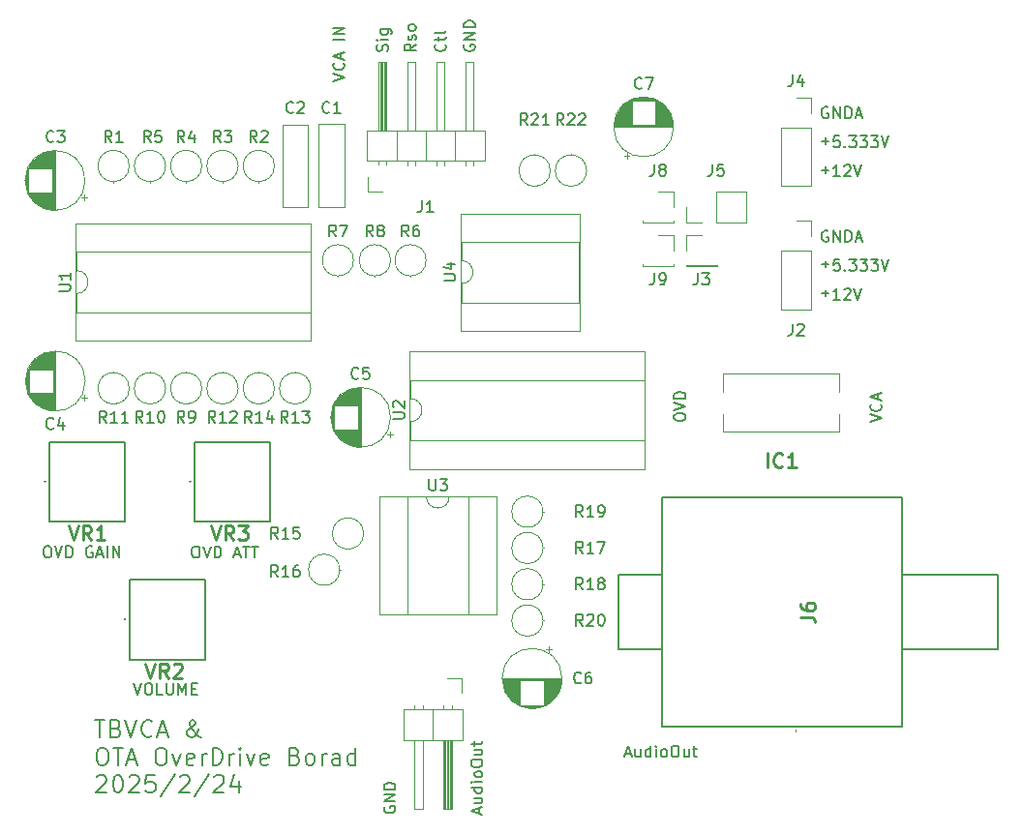
<source format=gto>
G04 #@! TF.GenerationSoftware,KiCad,Pcbnew,8.0.8*
G04 #@! TF.CreationDate,2025-02-24T17:06:16+09:00*
G04 #@! TF.ProjectId,LM13700_Overdrive,4c4d3133-3730-4305-9f4f-766572647269,rev?*
G04 #@! TF.SameCoordinates,Original*
G04 #@! TF.FileFunction,Legend,Top*
G04 #@! TF.FilePolarity,Positive*
%FSLAX46Y46*%
G04 Gerber Fmt 4.6, Leading zero omitted, Abs format (unit mm)*
G04 Created by KiCad (PCBNEW 8.0.8) date 2025-02-24 17:06:16*
%MOMM*%
%LPD*%
G01*
G04 APERTURE LIST*
%ADD10C,0.200000*%
%ADD11C,0.150000*%
%ADD12C,0.254000*%
%ADD13C,0.120000*%
%ADD14C,0.100000*%
%ADD15R,1.600000X1.600000*%
%ADD16O,1.600000X1.600000*%
%ADD17C,1.635000*%
%ADD18C,1.120000*%
%ADD19C,1.600000*%
%ADD20R,1.700000X1.700000*%
%ADD21O,1.700000X1.700000*%
%ADD22C,2.400000*%
G04 APERTURE END LIST*
D10*
X96794435Y-88091196D02*
X97651578Y-88091196D01*
X97223006Y-89591196D02*
X97223006Y-88091196D01*
X98651577Y-88805482D02*
X98865863Y-88876910D01*
X98865863Y-88876910D02*
X98937292Y-88948339D01*
X98937292Y-88948339D02*
X99008720Y-89091196D01*
X99008720Y-89091196D02*
X99008720Y-89305482D01*
X99008720Y-89305482D02*
X98937292Y-89448339D01*
X98937292Y-89448339D02*
X98865863Y-89519768D01*
X98865863Y-89519768D02*
X98723006Y-89591196D01*
X98723006Y-89591196D02*
X98151577Y-89591196D01*
X98151577Y-89591196D02*
X98151577Y-88091196D01*
X98151577Y-88091196D02*
X98651577Y-88091196D01*
X98651577Y-88091196D02*
X98794435Y-88162625D01*
X98794435Y-88162625D02*
X98865863Y-88234053D01*
X98865863Y-88234053D02*
X98937292Y-88376910D01*
X98937292Y-88376910D02*
X98937292Y-88519768D01*
X98937292Y-88519768D02*
X98865863Y-88662625D01*
X98865863Y-88662625D02*
X98794435Y-88734053D01*
X98794435Y-88734053D02*
X98651577Y-88805482D01*
X98651577Y-88805482D02*
X98151577Y-88805482D01*
X99437292Y-88091196D02*
X99937292Y-89591196D01*
X99937292Y-89591196D02*
X100437292Y-88091196D01*
X101794434Y-89448339D02*
X101723006Y-89519768D01*
X101723006Y-89519768D02*
X101508720Y-89591196D01*
X101508720Y-89591196D02*
X101365863Y-89591196D01*
X101365863Y-89591196D02*
X101151577Y-89519768D01*
X101151577Y-89519768D02*
X101008720Y-89376910D01*
X101008720Y-89376910D02*
X100937291Y-89234053D01*
X100937291Y-89234053D02*
X100865863Y-88948339D01*
X100865863Y-88948339D02*
X100865863Y-88734053D01*
X100865863Y-88734053D02*
X100937291Y-88448339D01*
X100937291Y-88448339D02*
X101008720Y-88305482D01*
X101008720Y-88305482D02*
X101151577Y-88162625D01*
X101151577Y-88162625D02*
X101365863Y-88091196D01*
X101365863Y-88091196D02*
X101508720Y-88091196D01*
X101508720Y-88091196D02*
X101723006Y-88162625D01*
X101723006Y-88162625D02*
X101794434Y-88234053D01*
X102365863Y-89162625D02*
X103080149Y-89162625D01*
X102223006Y-89591196D02*
X102723006Y-88091196D01*
X102723006Y-88091196D02*
X103223006Y-89591196D01*
X106080148Y-89591196D02*
X106008720Y-89591196D01*
X106008720Y-89591196D02*
X105865862Y-89519768D01*
X105865862Y-89519768D02*
X105651577Y-89305482D01*
X105651577Y-89305482D02*
X105294434Y-88876910D01*
X105294434Y-88876910D02*
X105151577Y-88662625D01*
X105151577Y-88662625D02*
X105080148Y-88448339D01*
X105080148Y-88448339D02*
X105080148Y-88305482D01*
X105080148Y-88305482D02*
X105151577Y-88162625D01*
X105151577Y-88162625D02*
X105294434Y-88091196D01*
X105294434Y-88091196D02*
X105365862Y-88091196D01*
X105365862Y-88091196D02*
X105508720Y-88162625D01*
X105508720Y-88162625D02*
X105580148Y-88305482D01*
X105580148Y-88305482D02*
X105580148Y-88376910D01*
X105580148Y-88376910D02*
X105508720Y-88519768D01*
X105508720Y-88519768D02*
X105437291Y-88591196D01*
X105437291Y-88591196D02*
X105008720Y-88876910D01*
X105008720Y-88876910D02*
X104937291Y-88948339D01*
X104937291Y-88948339D02*
X104865862Y-89091196D01*
X104865862Y-89091196D02*
X104865862Y-89305482D01*
X104865862Y-89305482D02*
X104937291Y-89448339D01*
X104937291Y-89448339D02*
X105008720Y-89519768D01*
X105008720Y-89519768D02*
X105151577Y-89591196D01*
X105151577Y-89591196D02*
X105365862Y-89591196D01*
X105365862Y-89591196D02*
X105508720Y-89519768D01*
X105508720Y-89519768D02*
X105580148Y-89448339D01*
X105580148Y-89448339D02*
X105794434Y-89162625D01*
X105794434Y-89162625D02*
X105865862Y-88948339D01*
X105865862Y-88948339D02*
X105865862Y-88805482D01*
X97294435Y-90506112D02*
X97580149Y-90506112D01*
X97580149Y-90506112D02*
X97723006Y-90577541D01*
X97723006Y-90577541D02*
X97865863Y-90720398D01*
X97865863Y-90720398D02*
X97937292Y-91006112D01*
X97937292Y-91006112D02*
X97937292Y-91506112D01*
X97937292Y-91506112D02*
X97865863Y-91791826D01*
X97865863Y-91791826D02*
X97723006Y-91934684D01*
X97723006Y-91934684D02*
X97580149Y-92006112D01*
X97580149Y-92006112D02*
X97294435Y-92006112D01*
X97294435Y-92006112D02*
X97151578Y-91934684D01*
X97151578Y-91934684D02*
X97008720Y-91791826D01*
X97008720Y-91791826D02*
X96937292Y-91506112D01*
X96937292Y-91506112D02*
X96937292Y-91006112D01*
X96937292Y-91006112D02*
X97008720Y-90720398D01*
X97008720Y-90720398D02*
X97151578Y-90577541D01*
X97151578Y-90577541D02*
X97294435Y-90506112D01*
X98365864Y-90506112D02*
X99223007Y-90506112D01*
X98794435Y-92006112D02*
X98794435Y-90506112D01*
X99651578Y-91577541D02*
X100365864Y-91577541D01*
X99508721Y-92006112D02*
X100008721Y-90506112D01*
X100008721Y-90506112D02*
X100508721Y-92006112D01*
X102437292Y-90506112D02*
X102723006Y-90506112D01*
X102723006Y-90506112D02*
X102865863Y-90577541D01*
X102865863Y-90577541D02*
X103008720Y-90720398D01*
X103008720Y-90720398D02*
X103080149Y-91006112D01*
X103080149Y-91006112D02*
X103080149Y-91506112D01*
X103080149Y-91506112D02*
X103008720Y-91791826D01*
X103008720Y-91791826D02*
X102865863Y-91934684D01*
X102865863Y-91934684D02*
X102723006Y-92006112D01*
X102723006Y-92006112D02*
X102437292Y-92006112D01*
X102437292Y-92006112D02*
X102294435Y-91934684D01*
X102294435Y-91934684D02*
X102151577Y-91791826D01*
X102151577Y-91791826D02*
X102080149Y-91506112D01*
X102080149Y-91506112D02*
X102080149Y-91006112D01*
X102080149Y-91006112D02*
X102151577Y-90720398D01*
X102151577Y-90720398D02*
X102294435Y-90577541D01*
X102294435Y-90577541D02*
X102437292Y-90506112D01*
X103580149Y-91006112D02*
X103937292Y-92006112D01*
X103937292Y-92006112D02*
X104294435Y-91006112D01*
X105437292Y-91934684D02*
X105294435Y-92006112D01*
X105294435Y-92006112D02*
X105008721Y-92006112D01*
X105008721Y-92006112D02*
X104865863Y-91934684D01*
X104865863Y-91934684D02*
X104794435Y-91791826D01*
X104794435Y-91791826D02*
X104794435Y-91220398D01*
X104794435Y-91220398D02*
X104865863Y-91077541D01*
X104865863Y-91077541D02*
X105008721Y-91006112D01*
X105008721Y-91006112D02*
X105294435Y-91006112D01*
X105294435Y-91006112D02*
X105437292Y-91077541D01*
X105437292Y-91077541D02*
X105508721Y-91220398D01*
X105508721Y-91220398D02*
X105508721Y-91363255D01*
X105508721Y-91363255D02*
X104794435Y-91506112D01*
X106151577Y-92006112D02*
X106151577Y-91006112D01*
X106151577Y-91291826D02*
X106223006Y-91148969D01*
X106223006Y-91148969D02*
X106294435Y-91077541D01*
X106294435Y-91077541D02*
X106437292Y-91006112D01*
X106437292Y-91006112D02*
X106580149Y-91006112D01*
X107080148Y-92006112D02*
X107080148Y-90506112D01*
X107080148Y-90506112D02*
X107437291Y-90506112D01*
X107437291Y-90506112D02*
X107651577Y-90577541D01*
X107651577Y-90577541D02*
X107794434Y-90720398D01*
X107794434Y-90720398D02*
X107865863Y-90863255D01*
X107865863Y-90863255D02*
X107937291Y-91148969D01*
X107937291Y-91148969D02*
X107937291Y-91363255D01*
X107937291Y-91363255D02*
X107865863Y-91648969D01*
X107865863Y-91648969D02*
X107794434Y-91791826D01*
X107794434Y-91791826D02*
X107651577Y-91934684D01*
X107651577Y-91934684D02*
X107437291Y-92006112D01*
X107437291Y-92006112D02*
X107080148Y-92006112D01*
X108580148Y-92006112D02*
X108580148Y-91006112D01*
X108580148Y-91291826D02*
X108651577Y-91148969D01*
X108651577Y-91148969D02*
X108723006Y-91077541D01*
X108723006Y-91077541D02*
X108865863Y-91006112D01*
X108865863Y-91006112D02*
X109008720Y-91006112D01*
X109508719Y-92006112D02*
X109508719Y-91006112D01*
X109508719Y-90506112D02*
X109437291Y-90577541D01*
X109437291Y-90577541D02*
X109508719Y-90648969D01*
X109508719Y-90648969D02*
X109580148Y-90577541D01*
X109580148Y-90577541D02*
X109508719Y-90506112D01*
X109508719Y-90506112D02*
X109508719Y-90648969D01*
X110080148Y-91006112D02*
X110437291Y-92006112D01*
X110437291Y-92006112D02*
X110794434Y-91006112D01*
X111937291Y-91934684D02*
X111794434Y-92006112D01*
X111794434Y-92006112D02*
X111508720Y-92006112D01*
X111508720Y-92006112D02*
X111365862Y-91934684D01*
X111365862Y-91934684D02*
X111294434Y-91791826D01*
X111294434Y-91791826D02*
X111294434Y-91220398D01*
X111294434Y-91220398D02*
X111365862Y-91077541D01*
X111365862Y-91077541D02*
X111508720Y-91006112D01*
X111508720Y-91006112D02*
X111794434Y-91006112D01*
X111794434Y-91006112D02*
X111937291Y-91077541D01*
X111937291Y-91077541D02*
X112008720Y-91220398D01*
X112008720Y-91220398D02*
X112008720Y-91363255D01*
X112008720Y-91363255D02*
X111294434Y-91506112D01*
X114294433Y-91220398D02*
X114508719Y-91291826D01*
X114508719Y-91291826D02*
X114580148Y-91363255D01*
X114580148Y-91363255D02*
X114651576Y-91506112D01*
X114651576Y-91506112D02*
X114651576Y-91720398D01*
X114651576Y-91720398D02*
X114580148Y-91863255D01*
X114580148Y-91863255D02*
X114508719Y-91934684D01*
X114508719Y-91934684D02*
X114365862Y-92006112D01*
X114365862Y-92006112D02*
X113794433Y-92006112D01*
X113794433Y-92006112D02*
X113794433Y-90506112D01*
X113794433Y-90506112D02*
X114294433Y-90506112D01*
X114294433Y-90506112D02*
X114437291Y-90577541D01*
X114437291Y-90577541D02*
X114508719Y-90648969D01*
X114508719Y-90648969D02*
X114580148Y-90791826D01*
X114580148Y-90791826D02*
X114580148Y-90934684D01*
X114580148Y-90934684D02*
X114508719Y-91077541D01*
X114508719Y-91077541D02*
X114437291Y-91148969D01*
X114437291Y-91148969D02*
X114294433Y-91220398D01*
X114294433Y-91220398D02*
X113794433Y-91220398D01*
X115508719Y-92006112D02*
X115365862Y-91934684D01*
X115365862Y-91934684D02*
X115294433Y-91863255D01*
X115294433Y-91863255D02*
X115223005Y-91720398D01*
X115223005Y-91720398D02*
X115223005Y-91291826D01*
X115223005Y-91291826D02*
X115294433Y-91148969D01*
X115294433Y-91148969D02*
X115365862Y-91077541D01*
X115365862Y-91077541D02*
X115508719Y-91006112D01*
X115508719Y-91006112D02*
X115723005Y-91006112D01*
X115723005Y-91006112D02*
X115865862Y-91077541D01*
X115865862Y-91077541D02*
X115937291Y-91148969D01*
X115937291Y-91148969D02*
X116008719Y-91291826D01*
X116008719Y-91291826D02*
X116008719Y-91720398D01*
X116008719Y-91720398D02*
X115937291Y-91863255D01*
X115937291Y-91863255D02*
X115865862Y-91934684D01*
X115865862Y-91934684D02*
X115723005Y-92006112D01*
X115723005Y-92006112D02*
X115508719Y-92006112D01*
X116651576Y-92006112D02*
X116651576Y-91006112D01*
X116651576Y-91291826D02*
X116723005Y-91148969D01*
X116723005Y-91148969D02*
X116794434Y-91077541D01*
X116794434Y-91077541D02*
X116937291Y-91006112D01*
X116937291Y-91006112D02*
X117080148Y-91006112D01*
X118223005Y-92006112D02*
X118223005Y-91220398D01*
X118223005Y-91220398D02*
X118151576Y-91077541D01*
X118151576Y-91077541D02*
X118008719Y-91006112D01*
X118008719Y-91006112D02*
X117723005Y-91006112D01*
X117723005Y-91006112D02*
X117580147Y-91077541D01*
X118223005Y-91934684D02*
X118080147Y-92006112D01*
X118080147Y-92006112D02*
X117723005Y-92006112D01*
X117723005Y-92006112D02*
X117580147Y-91934684D01*
X117580147Y-91934684D02*
X117508719Y-91791826D01*
X117508719Y-91791826D02*
X117508719Y-91648969D01*
X117508719Y-91648969D02*
X117580147Y-91506112D01*
X117580147Y-91506112D02*
X117723005Y-91434684D01*
X117723005Y-91434684D02*
X118080147Y-91434684D01*
X118080147Y-91434684D02*
X118223005Y-91363255D01*
X119580148Y-92006112D02*
X119580148Y-90506112D01*
X119580148Y-91934684D02*
X119437290Y-92006112D01*
X119437290Y-92006112D02*
X119151576Y-92006112D01*
X119151576Y-92006112D02*
X119008719Y-91934684D01*
X119008719Y-91934684D02*
X118937290Y-91863255D01*
X118937290Y-91863255D02*
X118865862Y-91720398D01*
X118865862Y-91720398D02*
X118865862Y-91291826D01*
X118865862Y-91291826D02*
X118937290Y-91148969D01*
X118937290Y-91148969D02*
X119008719Y-91077541D01*
X119008719Y-91077541D02*
X119151576Y-91006112D01*
X119151576Y-91006112D02*
X119437290Y-91006112D01*
X119437290Y-91006112D02*
X119580148Y-91077541D01*
X96937292Y-93063885D02*
X97008720Y-92992457D01*
X97008720Y-92992457D02*
X97151578Y-92921028D01*
X97151578Y-92921028D02*
X97508720Y-92921028D01*
X97508720Y-92921028D02*
X97651578Y-92992457D01*
X97651578Y-92992457D02*
X97723006Y-93063885D01*
X97723006Y-93063885D02*
X97794435Y-93206742D01*
X97794435Y-93206742D02*
X97794435Y-93349600D01*
X97794435Y-93349600D02*
X97723006Y-93563885D01*
X97723006Y-93563885D02*
X96865863Y-94421028D01*
X96865863Y-94421028D02*
X97794435Y-94421028D01*
X98723006Y-92921028D02*
X98865863Y-92921028D01*
X98865863Y-92921028D02*
X99008720Y-92992457D01*
X99008720Y-92992457D02*
X99080149Y-93063885D01*
X99080149Y-93063885D02*
X99151577Y-93206742D01*
X99151577Y-93206742D02*
X99223006Y-93492457D01*
X99223006Y-93492457D02*
X99223006Y-93849600D01*
X99223006Y-93849600D02*
X99151577Y-94135314D01*
X99151577Y-94135314D02*
X99080149Y-94278171D01*
X99080149Y-94278171D02*
X99008720Y-94349600D01*
X99008720Y-94349600D02*
X98865863Y-94421028D01*
X98865863Y-94421028D02*
X98723006Y-94421028D01*
X98723006Y-94421028D02*
X98580149Y-94349600D01*
X98580149Y-94349600D02*
X98508720Y-94278171D01*
X98508720Y-94278171D02*
X98437291Y-94135314D01*
X98437291Y-94135314D02*
X98365863Y-93849600D01*
X98365863Y-93849600D02*
X98365863Y-93492457D01*
X98365863Y-93492457D02*
X98437291Y-93206742D01*
X98437291Y-93206742D02*
X98508720Y-93063885D01*
X98508720Y-93063885D02*
X98580149Y-92992457D01*
X98580149Y-92992457D02*
X98723006Y-92921028D01*
X99794434Y-93063885D02*
X99865862Y-92992457D01*
X99865862Y-92992457D02*
X100008720Y-92921028D01*
X100008720Y-92921028D02*
X100365862Y-92921028D01*
X100365862Y-92921028D02*
X100508720Y-92992457D01*
X100508720Y-92992457D02*
X100580148Y-93063885D01*
X100580148Y-93063885D02*
X100651577Y-93206742D01*
X100651577Y-93206742D02*
X100651577Y-93349600D01*
X100651577Y-93349600D02*
X100580148Y-93563885D01*
X100580148Y-93563885D02*
X99723005Y-94421028D01*
X99723005Y-94421028D02*
X100651577Y-94421028D01*
X102008719Y-92921028D02*
X101294433Y-92921028D01*
X101294433Y-92921028D02*
X101223005Y-93635314D01*
X101223005Y-93635314D02*
X101294433Y-93563885D01*
X101294433Y-93563885D02*
X101437291Y-93492457D01*
X101437291Y-93492457D02*
X101794433Y-93492457D01*
X101794433Y-93492457D02*
X101937291Y-93563885D01*
X101937291Y-93563885D02*
X102008719Y-93635314D01*
X102008719Y-93635314D02*
X102080148Y-93778171D01*
X102080148Y-93778171D02*
X102080148Y-94135314D01*
X102080148Y-94135314D02*
X102008719Y-94278171D01*
X102008719Y-94278171D02*
X101937291Y-94349600D01*
X101937291Y-94349600D02*
X101794433Y-94421028D01*
X101794433Y-94421028D02*
X101437291Y-94421028D01*
X101437291Y-94421028D02*
X101294433Y-94349600D01*
X101294433Y-94349600D02*
X101223005Y-94278171D01*
X103794433Y-92849600D02*
X102508719Y-94778171D01*
X104223005Y-93063885D02*
X104294433Y-92992457D01*
X104294433Y-92992457D02*
X104437291Y-92921028D01*
X104437291Y-92921028D02*
X104794433Y-92921028D01*
X104794433Y-92921028D02*
X104937291Y-92992457D01*
X104937291Y-92992457D02*
X105008719Y-93063885D01*
X105008719Y-93063885D02*
X105080148Y-93206742D01*
X105080148Y-93206742D02*
X105080148Y-93349600D01*
X105080148Y-93349600D02*
X105008719Y-93563885D01*
X105008719Y-93563885D02*
X104151576Y-94421028D01*
X104151576Y-94421028D02*
X105080148Y-94421028D01*
X106794433Y-92849600D02*
X105508719Y-94778171D01*
X107223005Y-93063885D02*
X107294433Y-92992457D01*
X107294433Y-92992457D02*
X107437291Y-92921028D01*
X107437291Y-92921028D02*
X107794433Y-92921028D01*
X107794433Y-92921028D02*
X107937291Y-92992457D01*
X107937291Y-92992457D02*
X108008719Y-93063885D01*
X108008719Y-93063885D02*
X108080148Y-93206742D01*
X108080148Y-93206742D02*
X108080148Y-93349600D01*
X108080148Y-93349600D02*
X108008719Y-93563885D01*
X108008719Y-93563885D02*
X107151576Y-94421028D01*
X107151576Y-94421028D02*
X108080148Y-94421028D01*
X109365862Y-93421028D02*
X109365862Y-94421028D01*
X109008719Y-92849600D02*
X108651576Y-93921028D01*
X108651576Y-93921028D02*
X109580147Y-93921028D01*
D11*
X143164160Y-91024104D02*
X143640350Y-91024104D01*
X143068922Y-91309819D02*
X143402255Y-90309819D01*
X143402255Y-90309819D02*
X143735588Y-91309819D01*
X144497493Y-90643152D02*
X144497493Y-91309819D01*
X144068922Y-90643152D02*
X144068922Y-91166961D01*
X144068922Y-91166961D02*
X144116541Y-91262200D01*
X144116541Y-91262200D02*
X144211779Y-91309819D01*
X144211779Y-91309819D02*
X144354636Y-91309819D01*
X144354636Y-91309819D02*
X144449874Y-91262200D01*
X144449874Y-91262200D02*
X144497493Y-91214580D01*
X145402255Y-91309819D02*
X145402255Y-90309819D01*
X145402255Y-91262200D02*
X145307017Y-91309819D01*
X145307017Y-91309819D02*
X145116541Y-91309819D01*
X145116541Y-91309819D02*
X145021303Y-91262200D01*
X145021303Y-91262200D02*
X144973684Y-91214580D01*
X144973684Y-91214580D02*
X144926065Y-91119342D01*
X144926065Y-91119342D02*
X144926065Y-90833628D01*
X144926065Y-90833628D02*
X144973684Y-90738390D01*
X144973684Y-90738390D02*
X145021303Y-90690771D01*
X145021303Y-90690771D02*
X145116541Y-90643152D01*
X145116541Y-90643152D02*
X145307017Y-90643152D01*
X145307017Y-90643152D02*
X145402255Y-90690771D01*
X145878446Y-91309819D02*
X145878446Y-90643152D01*
X145878446Y-90309819D02*
X145830827Y-90357438D01*
X145830827Y-90357438D02*
X145878446Y-90405057D01*
X145878446Y-90405057D02*
X145926065Y-90357438D01*
X145926065Y-90357438D02*
X145878446Y-90309819D01*
X145878446Y-90309819D02*
X145878446Y-90405057D01*
X146497493Y-91309819D02*
X146402255Y-91262200D01*
X146402255Y-91262200D02*
X146354636Y-91214580D01*
X146354636Y-91214580D02*
X146307017Y-91119342D01*
X146307017Y-91119342D02*
X146307017Y-90833628D01*
X146307017Y-90833628D02*
X146354636Y-90738390D01*
X146354636Y-90738390D02*
X146402255Y-90690771D01*
X146402255Y-90690771D02*
X146497493Y-90643152D01*
X146497493Y-90643152D02*
X146640350Y-90643152D01*
X146640350Y-90643152D02*
X146735588Y-90690771D01*
X146735588Y-90690771D02*
X146783207Y-90738390D01*
X146783207Y-90738390D02*
X146830826Y-90833628D01*
X146830826Y-90833628D02*
X146830826Y-91119342D01*
X146830826Y-91119342D02*
X146783207Y-91214580D01*
X146783207Y-91214580D02*
X146735588Y-91262200D01*
X146735588Y-91262200D02*
X146640350Y-91309819D01*
X146640350Y-91309819D02*
X146497493Y-91309819D01*
X147449874Y-90309819D02*
X147640350Y-90309819D01*
X147640350Y-90309819D02*
X147735588Y-90357438D01*
X147735588Y-90357438D02*
X147830826Y-90452676D01*
X147830826Y-90452676D02*
X147878445Y-90643152D01*
X147878445Y-90643152D02*
X147878445Y-90976485D01*
X147878445Y-90976485D02*
X147830826Y-91166961D01*
X147830826Y-91166961D02*
X147735588Y-91262200D01*
X147735588Y-91262200D02*
X147640350Y-91309819D01*
X147640350Y-91309819D02*
X147449874Y-91309819D01*
X147449874Y-91309819D02*
X147354636Y-91262200D01*
X147354636Y-91262200D02*
X147259398Y-91166961D01*
X147259398Y-91166961D02*
X147211779Y-90976485D01*
X147211779Y-90976485D02*
X147211779Y-90643152D01*
X147211779Y-90643152D02*
X147259398Y-90452676D01*
X147259398Y-90452676D02*
X147354636Y-90357438D01*
X147354636Y-90357438D02*
X147449874Y-90309819D01*
X148735588Y-90643152D02*
X148735588Y-91309819D01*
X148307017Y-90643152D02*
X148307017Y-91166961D01*
X148307017Y-91166961D02*
X148354636Y-91262200D01*
X148354636Y-91262200D02*
X148449874Y-91309819D01*
X148449874Y-91309819D02*
X148592731Y-91309819D01*
X148592731Y-91309819D02*
X148687969Y-91262200D01*
X148687969Y-91262200D02*
X148735588Y-91214580D01*
X149068922Y-90643152D02*
X149449874Y-90643152D01*
X149211779Y-90309819D02*
X149211779Y-91166961D01*
X149211779Y-91166961D02*
X149259398Y-91262200D01*
X149259398Y-91262200D02*
X149354636Y-91309819D01*
X149354636Y-91309819D02*
X149449874Y-91309819D01*
X130394104Y-96230839D02*
X130394104Y-95754649D01*
X130679819Y-96326077D02*
X129679819Y-95992744D01*
X129679819Y-95992744D02*
X130679819Y-95659411D01*
X130013152Y-94897506D02*
X130679819Y-94897506D01*
X130013152Y-95326077D02*
X130536961Y-95326077D01*
X130536961Y-95326077D02*
X130632200Y-95278458D01*
X130632200Y-95278458D02*
X130679819Y-95183220D01*
X130679819Y-95183220D02*
X130679819Y-95040363D01*
X130679819Y-95040363D02*
X130632200Y-94945125D01*
X130632200Y-94945125D02*
X130584580Y-94897506D01*
X130679819Y-93992744D02*
X129679819Y-93992744D01*
X130632200Y-93992744D02*
X130679819Y-94087982D01*
X130679819Y-94087982D02*
X130679819Y-94278458D01*
X130679819Y-94278458D02*
X130632200Y-94373696D01*
X130632200Y-94373696D02*
X130584580Y-94421315D01*
X130584580Y-94421315D02*
X130489342Y-94468934D01*
X130489342Y-94468934D02*
X130203628Y-94468934D01*
X130203628Y-94468934D02*
X130108390Y-94421315D01*
X130108390Y-94421315D02*
X130060771Y-94373696D01*
X130060771Y-94373696D02*
X130013152Y-94278458D01*
X130013152Y-94278458D02*
X130013152Y-94087982D01*
X130013152Y-94087982D02*
X130060771Y-93992744D01*
X130679819Y-93516553D02*
X130013152Y-93516553D01*
X129679819Y-93516553D02*
X129727438Y-93564172D01*
X129727438Y-93564172D02*
X129775057Y-93516553D01*
X129775057Y-93516553D02*
X129727438Y-93468934D01*
X129727438Y-93468934D02*
X129679819Y-93516553D01*
X129679819Y-93516553D02*
X129775057Y-93516553D01*
X130679819Y-92897506D02*
X130632200Y-92992744D01*
X130632200Y-92992744D02*
X130584580Y-93040363D01*
X130584580Y-93040363D02*
X130489342Y-93087982D01*
X130489342Y-93087982D02*
X130203628Y-93087982D01*
X130203628Y-93087982D02*
X130108390Y-93040363D01*
X130108390Y-93040363D02*
X130060771Y-92992744D01*
X130060771Y-92992744D02*
X130013152Y-92897506D01*
X130013152Y-92897506D02*
X130013152Y-92754649D01*
X130013152Y-92754649D02*
X130060771Y-92659411D01*
X130060771Y-92659411D02*
X130108390Y-92611792D01*
X130108390Y-92611792D02*
X130203628Y-92564173D01*
X130203628Y-92564173D02*
X130489342Y-92564173D01*
X130489342Y-92564173D02*
X130584580Y-92611792D01*
X130584580Y-92611792D02*
X130632200Y-92659411D01*
X130632200Y-92659411D02*
X130679819Y-92754649D01*
X130679819Y-92754649D02*
X130679819Y-92897506D01*
X129679819Y-91945125D02*
X129679819Y-91754649D01*
X129679819Y-91754649D02*
X129727438Y-91659411D01*
X129727438Y-91659411D02*
X129822676Y-91564173D01*
X129822676Y-91564173D02*
X130013152Y-91516554D01*
X130013152Y-91516554D02*
X130346485Y-91516554D01*
X130346485Y-91516554D02*
X130536961Y-91564173D01*
X130536961Y-91564173D02*
X130632200Y-91659411D01*
X130632200Y-91659411D02*
X130679819Y-91754649D01*
X130679819Y-91754649D02*
X130679819Y-91945125D01*
X130679819Y-91945125D02*
X130632200Y-92040363D01*
X130632200Y-92040363D02*
X130536961Y-92135601D01*
X130536961Y-92135601D02*
X130346485Y-92183220D01*
X130346485Y-92183220D02*
X130013152Y-92183220D01*
X130013152Y-92183220D02*
X129822676Y-92135601D01*
X129822676Y-92135601D02*
X129727438Y-92040363D01*
X129727438Y-92040363D02*
X129679819Y-91945125D01*
X130013152Y-90659411D02*
X130679819Y-90659411D01*
X130013152Y-91087982D02*
X130536961Y-91087982D01*
X130536961Y-91087982D02*
X130632200Y-91040363D01*
X130632200Y-91040363D02*
X130679819Y-90945125D01*
X130679819Y-90945125D02*
X130679819Y-90802268D01*
X130679819Y-90802268D02*
X130632200Y-90707030D01*
X130632200Y-90707030D02*
X130584580Y-90659411D01*
X130013152Y-90326077D02*
X130013152Y-89945125D01*
X129679819Y-90183220D02*
X130536961Y-90183220D01*
X130536961Y-90183220D02*
X130632200Y-90135601D01*
X130632200Y-90135601D02*
X130679819Y-90040363D01*
X130679819Y-90040363D02*
X130679819Y-89945125D01*
X122107438Y-95659411D02*
X122059819Y-95754649D01*
X122059819Y-95754649D02*
X122059819Y-95897506D01*
X122059819Y-95897506D02*
X122107438Y-96040363D01*
X122107438Y-96040363D02*
X122202676Y-96135601D01*
X122202676Y-96135601D02*
X122297914Y-96183220D01*
X122297914Y-96183220D02*
X122488390Y-96230839D01*
X122488390Y-96230839D02*
X122631247Y-96230839D01*
X122631247Y-96230839D02*
X122821723Y-96183220D01*
X122821723Y-96183220D02*
X122916961Y-96135601D01*
X122916961Y-96135601D02*
X123012200Y-96040363D01*
X123012200Y-96040363D02*
X123059819Y-95897506D01*
X123059819Y-95897506D02*
X123059819Y-95802268D01*
X123059819Y-95802268D02*
X123012200Y-95659411D01*
X123012200Y-95659411D02*
X122964580Y-95611792D01*
X122964580Y-95611792D02*
X122631247Y-95611792D01*
X122631247Y-95611792D02*
X122631247Y-95802268D01*
X123059819Y-95183220D02*
X122059819Y-95183220D01*
X122059819Y-95183220D02*
X123059819Y-94611792D01*
X123059819Y-94611792D02*
X122059819Y-94611792D01*
X123059819Y-94135601D02*
X122059819Y-94135601D01*
X122059819Y-94135601D02*
X122059819Y-93897506D01*
X122059819Y-93897506D02*
X122107438Y-93754649D01*
X122107438Y-93754649D02*
X122202676Y-93659411D01*
X122202676Y-93659411D02*
X122297914Y-93611792D01*
X122297914Y-93611792D02*
X122488390Y-93564173D01*
X122488390Y-93564173D02*
X122631247Y-93564173D01*
X122631247Y-93564173D02*
X122821723Y-93611792D01*
X122821723Y-93611792D02*
X122916961Y-93659411D01*
X122916961Y-93659411D02*
X123012200Y-93754649D01*
X123012200Y-93754649D02*
X123059819Y-93897506D01*
X123059819Y-93897506D02*
X123059819Y-94135601D01*
D10*
X164602219Y-62003183D02*
X165602219Y-61669850D01*
X165602219Y-61669850D02*
X164602219Y-61336517D01*
X165506980Y-60431755D02*
X165554600Y-60479374D01*
X165554600Y-60479374D02*
X165602219Y-60622231D01*
X165602219Y-60622231D02*
X165602219Y-60717469D01*
X165602219Y-60717469D02*
X165554600Y-60860326D01*
X165554600Y-60860326D02*
X165459361Y-60955564D01*
X165459361Y-60955564D02*
X165364123Y-61003183D01*
X165364123Y-61003183D02*
X165173647Y-61050802D01*
X165173647Y-61050802D02*
X165030790Y-61050802D01*
X165030790Y-61050802D02*
X164840314Y-61003183D01*
X164840314Y-61003183D02*
X164745076Y-60955564D01*
X164745076Y-60955564D02*
X164649838Y-60860326D01*
X164649838Y-60860326D02*
X164602219Y-60717469D01*
X164602219Y-60717469D02*
X164602219Y-60622231D01*
X164602219Y-60622231D02*
X164649838Y-60479374D01*
X164649838Y-60479374D02*
X164697457Y-60431755D01*
X165316504Y-60050802D02*
X165316504Y-59574612D01*
X165602219Y-60146040D02*
X164602219Y-59812707D01*
X164602219Y-59812707D02*
X165602219Y-59479374D01*
X147457219Y-61669850D02*
X147457219Y-61479374D01*
X147457219Y-61479374D02*
X147504838Y-61384136D01*
X147504838Y-61384136D02*
X147600076Y-61288898D01*
X147600076Y-61288898D02*
X147790552Y-61241279D01*
X147790552Y-61241279D02*
X148123885Y-61241279D01*
X148123885Y-61241279D02*
X148314361Y-61288898D01*
X148314361Y-61288898D02*
X148409600Y-61384136D01*
X148409600Y-61384136D02*
X148457219Y-61479374D01*
X148457219Y-61479374D02*
X148457219Y-61669850D01*
X148457219Y-61669850D02*
X148409600Y-61765088D01*
X148409600Y-61765088D02*
X148314361Y-61860326D01*
X148314361Y-61860326D02*
X148123885Y-61907945D01*
X148123885Y-61907945D02*
X147790552Y-61907945D01*
X147790552Y-61907945D02*
X147600076Y-61860326D01*
X147600076Y-61860326D02*
X147504838Y-61765088D01*
X147504838Y-61765088D02*
X147457219Y-61669850D01*
X147457219Y-60955564D02*
X148457219Y-60622231D01*
X148457219Y-60622231D02*
X147457219Y-60288898D01*
X148457219Y-59955564D02*
X147457219Y-59955564D01*
X147457219Y-59955564D02*
X147457219Y-59717469D01*
X147457219Y-59717469D02*
X147504838Y-59574612D01*
X147504838Y-59574612D02*
X147600076Y-59479374D01*
X147600076Y-59479374D02*
X147695314Y-59431755D01*
X147695314Y-59431755D02*
X147885790Y-59384136D01*
X147885790Y-59384136D02*
X148028647Y-59384136D01*
X148028647Y-59384136D02*
X148219123Y-59431755D01*
X148219123Y-59431755D02*
X148314361Y-59479374D01*
X148314361Y-59479374D02*
X148409600Y-59574612D01*
X148409600Y-59574612D02*
X148457219Y-59717469D01*
X148457219Y-59717469D02*
X148457219Y-59955564D01*
X160913482Y-34474838D02*
X160818244Y-34427219D01*
X160818244Y-34427219D02*
X160675387Y-34427219D01*
X160675387Y-34427219D02*
X160532530Y-34474838D01*
X160532530Y-34474838D02*
X160437292Y-34570076D01*
X160437292Y-34570076D02*
X160389673Y-34665314D01*
X160389673Y-34665314D02*
X160342054Y-34855790D01*
X160342054Y-34855790D02*
X160342054Y-34998647D01*
X160342054Y-34998647D02*
X160389673Y-35189123D01*
X160389673Y-35189123D02*
X160437292Y-35284361D01*
X160437292Y-35284361D02*
X160532530Y-35379600D01*
X160532530Y-35379600D02*
X160675387Y-35427219D01*
X160675387Y-35427219D02*
X160770625Y-35427219D01*
X160770625Y-35427219D02*
X160913482Y-35379600D01*
X160913482Y-35379600D02*
X160961101Y-35331980D01*
X160961101Y-35331980D02*
X160961101Y-34998647D01*
X160961101Y-34998647D02*
X160770625Y-34998647D01*
X161389673Y-35427219D02*
X161389673Y-34427219D01*
X161389673Y-34427219D02*
X161961101Y-35427219D01*
X161961101Y-35427219D02*
X161961101Y-34427219D01*
X162437292Y-35427219D02*
X162437292Y-34427219D01*
X162437292Y-34427219D02*
X162675387Y-34427219D01*
X162675387Y-34427219D02*
X162818244Y-34474838D01*
X162818244Y-34474838D02*
X162913482Y-34570076D01*
X162913482Y-34570076D02*
X162961101Y-34665314D01*
X162961101Y-34665314D02*
X163008720Y-34855790D01*
X163008720Y-34855790D02*
X163008720Y-34998647D01*
X163008720Y-34998647D02*
X162961101Y-35189123D01*
X162961101Y-35189123D02*
X162913482Y-35284361D01*
X162913482Y-35284361D02*
X162818244Y-35379600D01*
X162818244Y-35379600D02*
X162675387Y-35427219D01*
X162675387Y-35427219D02*
X162437292Y-35427219D01*
X163389673Y-35141504D02*
X163865863Y-35141504D01*
X163294435Y-35427219D02*
X163627768Y-34427219D01*
X163627768Y-34427219D02*
X163961101Y-35427219D01*
X160675387Y-37110076D02*
X160675387Y-37681504D01*
X160389673Y-37395790D02*
X160961101Y-37395790D01*
X161913482Y-36967219D02*
X161437292Y-36967219D01*
X161437292Y-36967219D02*
X161389673Y-37443409D01*
X161389673Y-37443409D02*
X161437292Y-37395790D01*
X161437292Y-37395790D02*
X161532530Y-37348171D01*
X161532530Y-37348171D02*
X161770625Y-37348171D01*
X161770625Y-37348171D02*
X161865863Y-37395790D01*
X161865863Y-37395790D02*
X161913482Y-37443409D01*
X161913482Y-37443409D02*
X161961101Y-37538647D01*
X161961101Y-37538647D02*
X161961101Y-37776742D01*
X161961101Y-37776742D02*
X161913482Y-37871980D01*
X161913482Y-37871980D02*
X161865863Y-37919600D01*
X161865863Y-37919600D02*
X161770625Y-37967219D01*
X161770625Y-37967219D02*
X161532530Y-37967219D01*
X161532530Y-37967219D02*
X161437292Y-37919600D01*
X161437292Y-37919600D02*
X161389673Y-37871980D01*
X162389673Y-37871980D02*
X162437292Y-37919600D01*
X162437292Y-37919600D02*
X162389673Y-37967219D01*
X162389673Y-37967219D02*
X162342054Y-37919600D01*
X162342054Y-37919600D02*
X162389673Y-37871980D01*
X162389673Y-37871980D02*
X162389673Y-37967219D01*
X162770625Y-36967219D02*
X163389672Y-36967219D01*
X163389672Y-36967219D02*
X163056339Y-37348171D01*
X163056339Y-37348171D02*
X163199196Y-37348171D01*
X163199196Y-37348171D02*
X163294434Y-37395790D01*
X163294434Y-37395790D02*
X163342053Y-37443409D01*
X163342053Y-37443409D02*
X163389672Y-37538647D01*
X163389672Y-37538647D02*
X163389672Y-37776742D01*
X163389672Y-37776742D02*
X163342053Y-37871980D01*
X163342053Y-37871980D02*
X163294434Y-37919600D01*
X163294434Y-37919600D02*
X163199196Y-37967219D01*
X163199196Y-37967219D02*
X162913482Y-37967219D01*
X162913482Y-37967219D02*
X162818244Y-37919600D01*
X162818244Y-37919600D02*
X162770625Y-37871980D01*
X163723006Y-36967219D02*
X164342053Y-36967219D01*
X164342053Y-36967219D02*
X164008720Y-37348171D01*
X164008720Y-37348171D02*
X164151577Y-37348171D01*
X164151577Y-37348171D02*
X164246815Y-37395790D01*
X164246815Y-37395790D02*
X164294434Y-37443409D01*
X164294434Y-37443409D02*
X164342053Y-37538647D01*
X164342053Y-37538647D02*
X164342053Y-37776742D01*
X164342053Y-37776742D02*
X164294434Y-37871980D01*
X164294434Y-37871980D02*
X164246815Y-37919600D01*
X164246815Y-37919600D02*
X164151577Y-37967219D01*
X164151577Y-37967219D02*
X163865863Y-37967219D01*
X163865863Y-37967219D02*
X163770625Y-37919600D01*
X163770625Y-37919600D02*
X163723006Y-37871980D01*
X164675387Y-36967219D02*
X165294434Y-36967219D01*
X165294434Y-36967219D02*
X164961101Y-37348171D01*
X164961101Y-37348171D02*
X165103958Y-37348171D01*
X165103958Y-37348171D02*
X165199196Y-37395790D01*
X165199196Y-37395790D02*
X165246815Y-37443409D01*
X165246815Y-37443409D02*
X165294434Y-37538647D01*
X165294434Y-37538647D02*
X165294434Y-37776742D01*
X165294434Y-37776742D02*
X165246815Y-37871980D01*
X165246815Y-37871980D02*
X165199196Y-37919600D01*
X165199196Y-37919600D02*
X165103958Y-37967219D01*
X165103958Y-37967219D02*
X164818244Y-37967219D01*
X164818244Y-37967219D02*
X164723006Y-37919600D01*
X164723006Y-37919600D02*
X164675387Y-37871980D01*
X165580149Y-36967219D02*
X165913482Y-37967219D01*
X165913482Y-37967219D02*
X166246815Y-36967219D01*
X160675387Y-39650076D02*
X160675387Y-40221504D01*
X160389673Y-39935790D02*
X160961101Y-39935790D01*
X161961101Y-40507219D02*
X161389673Y-40507219D01*
X161675387Y-40507219D02*
X161675387Y-39507219D01*
X161675387Y-39507219D02*
X161580149Y-39650076D01*
X161580149Y-39650076D02*
X161484911Y-39745314D01*
X161484911Y-39745314D02*
X161389673Y-39792933D01*
X162342054Y-39602457D02*
X162389673Y-39554838D01*
X162389673Y-39554838D02*
X162484911Y-39507219D01*
X162484911Y-39507219D02*
X162723006Y-39507219D01*
X162723006Y-39507219D02*
X162818244Y-39554838D01*
X162818244Y-39554838D02*
X162865863Y-39602457D01*
X162865863Y-39602457D02*
X162913482Y-39697695D01*
X162913482Y-39697695D02*
X162913482Y-39792933D01*
X162913482Y-39792933D02*
X162865863Y-39935790D01*
X162865863Y-39935790D02*
X162294435Y-40507219D01*
X162294435Y-40507219D02*
X162913482Y-40507219D01*
X163199197Y-39507219D02*
X163532530Y-40507219D01*
X163532530Y-40507219D02*
X163865863Y-39507219D01*
X160913482Y-45269838D02*
X160818244Y-45222219D01*
X160818244Y-45222219D02*
X160675387Y-45222219D01*
X160675387Y-45222219D02*
X160532530Y-45269838D01*
X160532530Y-45269838D02*
X160437292Y-45365076D01*
X160437292Y-45365076D02*
X160389673Y-45460314D01*
X160389673Y-45460314D02*
X160342054Y-45650790D01*
X160342054Y-45650790D02*
X160342054Y-45793647D01*
X160342054Y-45793647D02*
X160389673Y-45984123D01*
X160389673Y-45984123D02*
X160437292Y-46079361D01*
X160437292Y-46079361D02*
X160532530Y-46174600D01*
X160532530Y-46174600D02*
X160675387Y-46222219D01*
X160675387Y-46222219D02*
X160770625Y-46222219D01*
X160770625Y-46222219D02*
X160913482Y-46174600D01*
X160913482Y-46174600D02*
X160961101Y-46126980D01*
X160961101Y-46126980D02*
X160961101Y-45793647D01*
X160961101Y-45793647D02*
X160770625Y-45793647D01*
X161389673Y-46222219D02*
X161389673Y-45222219D01*
X161389673Y-45222219D02*
X161961101Y-46222219D01*
X161961101Y-46222219D02*
X161961101Y-45222219D01*
X162437292Y-46222219D02*
X162437292Y-45222219D01*
X162437292Y-45222219D02*
X162675387Y-45222219D01*
X162675387Y-45222219D02*
X162818244Y-45269838D01*
X162818244Y-45269838D02*
X162913482Y-45365076D01*
X162913482Y-45365076D02*
X162961101Y-45460314D01*
X162961101Y-45460314D02*
X163008720Y-45650790D01*
X163008720Y-45650790D02*
X163008720Y-45793647D01*
X163008720Y-45793647D02*
X162961101Y-45984123D01*
X162961101Y-45984123D02*
X162913482Y-46079361D01*
X162913482Y-46079361D02*
X162818244Y-46174600D01*
X162818244Y-46174600D02*
X162675387Y-46222219D01*
X162675387Y-46222219D02*
X162437292Y-46222219D01*
X163389673Y-45936504D02*
X163865863Y-45936504D01*
X163294435Y-46222219D02*
X163627768Y-45222219D01*
X163627768Y-45222219D02*
X163961101Y-46222219D01*
X160675387Y-47905076D02*
X160675387Y-48476504D01*
X160389673Y-48190790D02*
X160961101Y-48190790D01*
X161913482Y-47762219D02*
X161437292Y-47762219D01*
X161437292Y-47762219D02*
X161389673Y-48238409D01*
X161389673Y-48238409D02*
X161437292Y-48190790D01*
X161437292Y-48190790D02*
X161532530Y-48143171D01*
X161532530Y-48143171D02*
X161770625Y-48143171D01*
X161770625Y-48143171D02*
X161865863Y-48190790D01*
X161865863Y-48190790D02*
X161913482Y-48238409D01*
X161913482Y-48238409D02*
X161961101Y-48333647D01*
X161961101Y-48333647D02*
X161961101Y-48571742D01*
X161961101Y-48571742D02*
X161913482Y-48666980D01*
X161913482Y-48666980D02*
X161865863Y-48714600D01*
X161865863Y-48714600D02*
X161770625Y-48762219D01*
X161770625Y-48762219D02*
X161532530Y-48762219D01*
X161532530Y-48762219D02*
X161437292Y-48714600D01*
X161437292Y-48714600D02*
X161389673Y-48666980D01*
X162389673Y-48666980D02*
X162437292Y-48714600D01*
X162437292Y-48714600D02*
X162389673Y-48762219D01*
X162389673Y-48762219D02*
X162342054Y-48714600D01*
X162342054Y-48714600D02*
X162389673Y-48666980D01*
X162389673Y-48666980D02*
X162389673Y-48762219D01*
X162770625Y-47762219D02*
X163389672Y-47762219D01*
X163389672Y-47762219D02*
X163056339Y-48143171D01*
X163056339Y-48143171D02*
X163199196Y-48143171D01*
X163199196Y-48143171D02*
X163294434Y-48190790D01*
X163294434Y-48190790D02*
X163342053Y-48238409D01*
X163342053Y-48238409D02*
X163389672Y-48333647D01*
X163389672Y-48333647D02*
X163389672Y-48571742D01*
X163389672Y-48571742D02*
X163342053Y-48666980D01*
X163342053Y-48666980D02*
X163294434Y-48714600D01*
X163294434Y-48714600D02*
X163199196Y-48762219D01*
X163199196Y-48762219D02*
X162913482Y-48762219D01*
X162913482Y-48762219D02*
X162818244Y-48714600D01*
X162818244Y-48714600D02*
X162770625Y-48666980D01*
X163723006Y-47762219D02*
X164342053Y-47762219D01*
X164342053Y-47762219D02*
X164008720Y-48143171D01*
X164008720Y-48143171D02*
X164151577Y-48143171D01*
X164151577Y-48143171D02*
X164246815Y-48190790D01*
X164246815Y-48190790D02*
X164294434Y-48238409D01*
X164294434Y-48238409D02*
X164342053Y-48333647D01*
X164342053Y-48333647D02*
X164342053Y-48571742D01*
X164342053Y-48571742D02*
X164294434Y-48666980D01*
X164294434Y-48666980D02*
X164246815Y-48714600D01*
X164246815Y-48714600D02*
X164151577Y-48762219D01*
X164151577Y-48762219D02*
X163865863Y-48762219D01*
X163865863Y-48762219D02*
X163770625Y-48714600D01*
X163770625Y-48714600D02*
X163723006Y-48666980D01*
X164675387Y-47762219D02*
X165294434Y-47762219D01*
X165294434Y-47762219D02*
X164961101Y-48143171D01*
X164961101Y-48143171D02*
X165103958Y-48143171D01*
X165103958Y-48143171D02*
X165199196Y-48190790D01*
X165199196Y-48190790D02*
X165246815Y-48238409D01*
X165246815Y-48238409D02*
X165294434Y-48333647D01*
X165294434Y-48333647D02*
X165294434Y-48571742D01*
X165294434Y-48571742D02*
X165246815Y-48666980D01*
X165246815Y-48666980D02*
X165199196Y-48714600D01*
X165199196Y-48714600D02*
X165103958Y-48762219D01*
X165103958Y-48762219D02*
X164818244Y-48762219D01*
X164818244Y-48762219D02*
X164723006Y-48714600D01*
X164723006Y-48714600D02*
X164675387Y-48666980D01*
X165580149Y-47762219D02*
X165913482Y-48762219D01*
X165913482Y-48762219D02*
X166246815Y-47762219D01*
X160675387Y-50445076D02*
X160675387Y-51016504D01*
X160389673Y-50730790D02*
X160961101Y-50730790D01*
X161961101Y-51302219D02*
X161389673Y-51302219D01*
X161675387Y-51302219D02*
X161675387Y-50302219D01*
X161675387Y-50302219D02*
X161580149Y-50445076D01*
X161580149Y-50445076D02*
X161484911Y-50540314D01*
X161484911Y-50540314D02*
X161389673Y-50587933D01*
X162342054Y-50397457D02*
X162389673Y-50349838D01*
X162389673Y-50349838D02*
X162484911Y-50302219D01*
X162484911Y-50302219D02*
X162723006Y-50302219D01*
X162723006Y-50302219D02*
X162818244Y-50349838D01*
X162818244Y-50349838D02*
X162865863Y-50397457D01*
X162865863Y-50397457D02*
X162913482Y-50492695D01*
X162913482Y-50492695D02*
X162913482Y-50587933D01*
X162913482Y-50587933D02*
X162865863Y-50730790D01*
X162865863Y-50730790D02*
X162294435Y-51302219D01*
X162294435Y-51302219D02*
X162913482Y-51302219D01*
X163199197Y-50302219D02*
X163532530Y-51302219D01*
X163532530Y-51302219D02*
X163865863Y-50302219D01*
X117612219Y-32158183D02*
X118612219Y-31824850D01*
X118612219Y-31824850D02*
X117612219Y-31491517D01*
X118516980Y-30586755D02*
X118564600Y-30634374D01*
X118564600Y-30634374D02*
X118612219Y-30777231D01*
X118612219Y-30777231D02*
X118612219Y-30872469D01*
X118612219Y-30872469D02*
X118564600Y-31015326D01*
X118564600Y-31015326D02*
X118469361Y-31110564D01*
X118469361Y-31110564D02*
X118374123Y-31158183D01*
X118374123Y-31158183D02*
X118183647Y-31205802D01*
X118183647Y-31205802D02*
X118040790Y-31205802D01*
X118040790Y-31205802D02*
X117850314Y-31158183D01*
X117850314Y-31158183D02*
X117755076Y-31110564D01*
X117755076Y-31110564D02*
X117659838Y-31015326D01*
X117659838Y-31015326D02*
X117612219Y-30872469D01*
X117612219Y-30872469D02*
X117612219Y-30777231D01*
X117612219Y-30777231D02*
X117659838Y-30634374D01*
X117659838Y-30634374D02*
X117707457Y-30586755D01*
X118326504Y-30205802D02*
X118326504Y-29729612D01*
X118612219Y-30301040D02*
X117612219Y-29967707D01*
X117612219Y-29967707D02*
X118612219Y-29634374D01*
X118612219Y-28539135D02*
X117612219Y-28539135D01*
X118612219Y-28062945D02*
X117612219Y-28062945D01*
X117612219Y-28062945D02*
X118612219Y-27491517D01*
X118612219Y-27491517D02*
X117612219Y-27491517D01*
D11*
X129092438Y-28984411D02*
X129044819Y-29079649D01*
X129044819Y-29079649D02*
X129044819Y-29222506D01*
X129044819Y-29222506D02*
X129092438Y-29365363D01*
X129092438Y-29365363D02*
X129187676Y-29460601D01*
X129187676Y-29460601D02*
X129282914Y-29508220D01*
X129282914Y-29508220D02*
X129473390Y-29555839D01*
X129473390Y-29555839D02*
X129616247Y-29555839D01*
X129616247Y-29555839D02*
X129806723Y-29508220D01*
X129806723Y-29508220D02*
X129901961Y-29460601D01*
X129901961Y-29460601D02*
X129997200Y-29365363D01*
X129997200Y-29365363D02*
X130044819Y-29222506D01*
X130044819Y-29222506D02*
X130044819Y-29127268D01*
X130044819Y-29127268D02*
X129997200Y-28984411D01*
X129997200Y-28984411D02*
X129949580Y-28936792D01*
X129949580Y-28936792D02*
X129616247Y-28936792D01*
X129616247Y-28936792D02*
X129616247Y-29127268D01*
X130044819Y-28508220D02*
X129044819Y-28508220D01*
X129044819Y-28508220D02*
X130044819Y-27936792D01*
X130044819Y-27936792D02*
X129044819Y-27936792D01*
X130044819Y-27460601D02*
X129044819Y-27460601D01*
X129044819Y-27460601D02*
X129044819Y-27222506D01*
X129044819Y-27222506D02*
X129092438Y-27079649D01*
X129092438Y-27079649D02*
X129187676Y-26984411D01*
X129187676Y-26984411D02*
X129282914Y-26936792D01*
X129282914Y-26936792D02*
X129473390Y-26889173D01*
X129473390Y-26889173D02*
X129616247Y-26889173D01*
X129616247Y-26889173D02*
X129806723Y-26936792D01*
X129806723Y-26936792D02*
X129901961Y-26984411D01*
X129901961Y-26984411D02*
X129997200Y-27079649D01*
X129997200Y-27079649D02*
X130044819Y-27222506D01*
X130044819Y-27222506D02*
X130044819Y-27460601D01*
X127409580Y-28936792D02*
X127457200Y-28984411D01*
X127457200Y-28984411D02*
X127504819Y-29127268D01*
X127504819Y-29127268D02*
X127504819Y-29222506D01*
X127504819Y-29222506D02*
X127457200Y-29365363D01*
X127457200Y-29365363D02*
X127361961Y-29460601D01*
X127361961Y-29460601D02*
X127266723Y-29508220D01*
X127266723Y-29508220D02*
X127076247Y-29555839D01*
X127076247Y-29555839D02*
X126933390Y-29555839D01*
X126933390Y-29555839D02*
X126742914Y-29508220D01*
X126742914Y-29508220D02*
X126647676Y-29460601D01*
X126647676Y-29460601D02*
X126552438Y-29365363D01*
X126552438Y-29365363D02*
X126504819Y-29222506D01*
X126504819Y-29222506D02*
X126504819Y-29127268D01*
X126504819Y-29127268D02*
X126552438Y-28984411D01*
X126552438Y-28984411D02*
X126600057Y-28936792D01*
X126838152Y-28651077D02*
X126838152Y-28270125D01*
X126504819Y-28508220D02*
X127361961Y-28508220D01*
X127361961Y-28508220D02*
X127457200Y-28460601D01*
X127457200Y-28460601D02*
X127504819Y-28365363D01*
X127504819Y-28365363D02*
X127504819Y-28270125D01*
X127504819Y-27793934D02*
X127457200Y-27889172D01*
X127457200Y-27889172D02*
X127361961Y-27936791D01*
X127361961Y-27936791D02*
X126504819Y-27936791D01*
X124869819Y-28936792D02*
X124393628Y-29270125D01*
X124869819Y-29508220D02*
X123869819Y-29508220D01*
X123869819Y-29508220D02*
X123869819Y-29127268D01*
X123869819Y-29127268D02*
X123917438Y-29032030D01*
X123917438Y-29032030D02*
X123965057Y-28984411D01*
X123965057Y-28984411D02*
X124060295Y-28936792D01*
X124060295Y-28936792D02*
X124203152Y-28936792D01*
X124203152Y-28936792D02*
X124298390Y-28984411D01*
X124298390Y-28984411D02*
X124346009Y-29032030D01*
X124346009Y-29032030D02*
X124393628Y-29127268D01*
X124393628Y-29127268D02*
X124393628Y-29508220D01*
X124822200Y-28555839D02*
X124869819Y-28460601D01*
X124869819Y-28460601D02*
X124869819Y-28270125D01*
X124869819Y-28270125D02*
X124822200Y-28174887D01*
X124822200Y-28174887D02*
X124726961Y-28127268D01*
X124726961Y-28127268D02*
X124679342Y-28127268D01*
X124679342Y-28127268D02*
X124584104Y-28174887D01*
X124584104Y-28174887D02*
X124536485Y-28270125D01*
X124536485Y-28270125D02*
X124536485Y-28412982D01*
X124536485Y-28412982D02*
X124488866Y-28508220D01*
X124488866Y-28508220D02*
X124393628Y-28555839D01*
X124393628Y-28555839D02*
X124346009Y-28555839D01*
X124346009Y-28555839D02*
X124250771Y-28508220D01*
X124250771Y-28508220D02*
X124203152Y-28412982D01*
X124203152Y-28412982D02*
X124203152Y-28270125D01*
X124203152Y-28270125D02*
X124250771Y-28174887D01*
X124869819Y-27555839D02*
X124822200Y-27651077D01*
X124822200Y-27651077D02*
X124774580Y-27698696D01*
X124774580Y-27698696D02*
X124679342Y-27746315D01*
X124679342Y-27746315D02*
X124393628Y-27746315D01*
X124393628Y-27746315D02*
X124298390Y-27698696D01*
X124298390Y-27698696D02*
X124250771Y-27651077D01*
X124250771Y-27651077D02*
X124203152Y-27555839D01*
X124203152Y-27555839D02*
X124203152Y-27412982D01*
X124203152Y-27412982D02*
X124250771Y-27317744D01*
X124250771Y-27317744D02*
X124298390Y-27270125D01*
X124298390Y-27270125D02*
X124393628Y-27222506D01*
X124393628Y-27222506D02*
X124679342Y-27222506D01*
X124679342Y-27222506D02*
X124774580Y-27270125D01*
X124774580Y-27270125D02*
X124822200Y-27317744D01*
X124822200Y-27317744D02*
X124869819Y-27412982D01*
X124869819Y-27412982D02*
X124869819Y-27555839D01*
X122377200Y-29555839D02*
X122424819Y-29412982D01*
X122424819Y-29412982D02*
X122424819Y-29174887D01*
X122424819Y-29174887D02*
X122377200Y-29079649D01*
X122377200Y-29079649D02*
X122329580Y-29032030D01*
X122329580Y-29032030D02*
X122234342Y-28984411D01*
X122234342Y-28984411D02*
X122139104Y-28984411D01*
X122139104Y-28984411D02*
X122043866Y-29032030D01*
X122043866Y-29032030D02*
X121996247Y-29079649D01*
X121996247Y-29079649D02*
X121948628Y-29174887D01*
X121948628Y-29174887D02*
X121901009Y-29365363D01*
X121901009Y-29365363D02*
X121853390Y-29460601D01*
X121853390Y-29460601D02*
X121805771Y-29508220D01*
X121805771Y-29508220D02*
X121710533Y-29555839D01*
X121710533Y-29555839D02*
X121615295Y-29555839D01*
X121615295Y-29555839D02*
X121520057Y-29508220D01*
X121520057Y-29508220D02*
X121472438Y-29460601D01*
X121472438Y-29460601D02*
X121424819Y-29365363D01*
X121424819Y-29365363D02*
X121424819Y-29127268D01*
X121424819Y-29127268D02*
X121472438Y-28984411D01*
X122424819Y-28555839D02*
X121758152Y-28555839D01*
X121424819Y-28555839D02*
X121472438Y-28603458D01*
X121472438Y-28603458D02*
X121520057Y-28555839D01*
X121520057Y-28555839D02*
X121472438Y-28508220D01*
X121472438Y-28508220D02*
X121424819Y-28555839D01*
X121424819Y-28555839D02*
X121520057Y-28555839D01*
X121758152Y-27651078D02*
X122567676Y-27651078D01*
X122567676Y-27651078D02*
X122662914Y-27698697D01*
X122662914Y-27698697D02*
X122710533Y-27746316D01*
X122710533Y-27746316D02*
X122758152Y-27841554D01*
X122758152Y-27841554D02*
X122758152Y-27984411D01*
X122758152Y-27984411D02*
X122710533Y-28079649D01*
X122377200Y-27651078D02*
X122424819Y-27746316D01*
X122424819Y-27746316D02*
X122424819Y-27936792D01*
X122424819Y-27936792D02*
X122377200Y-28032030D01*
X122377200Y-28032030D02*
X122329580Y-28079649D01*
X122329580Y-28079649D02*
X122234342Y-28127268D01*
X122234342Y-28127268D02*
X121948628Y-28127268D01*
X121948628Y-28127268D02*
X121853390Y-28079649D01*
X121853390Y-28079649D02*
X121805771Y-28032030D01*
X121805771Y-28032030D02*
X121758152Y-27936792D01*
X121758152Y-27936792D02*
X121758152Y-27746316D01*
X121758152Y-27746316D02*
X121805771Y-27651078D01*
X100193922Y-84869819D02*
X100527255Y-85869819D01*
X100527255Y-85869819D02*
X100860588Y-84869819D01*
X101384398Y-84869819D02*
X101574874Y-84869819D01*
X101574874Y-84869819D02*
X101670112Y-84917438D01*
X101670112Y-84917438D02*
X101765350Y-85012676D01*
X101765350Y-85012676D02*
X101812969Y-85203152D01*
X101812969Y-85203152D02*
X101812969Y-85536485D01*
X101812969Y-85536485D02*
X101765350Y-85726961D01*
X101765350Y-85726961D02*
X101670112Y-85822200D01*
X101670112Y-85822200D02*
X101574874Y-85869819D01*
X101574874Y-85869819D02*
X101384398Y-85869819D01*
X101384398Y-85869819D02*
X101289160Y-85822200D01*
X101289160Y-85822200D02*
X101193922Y-85726961D01*
X101193922Y-85726961D02*
X101146303Y-85536485D01*
X101146303Y-85536485D02*
X101146303Y-85203152D01*
X101146303Y-85203152D02*
X101193922Y-85012676D01*
X101193922Y-85012676D02*
X101289160Y-84917438D01*
X101289160Y-84917438D02*
X101384398Y-84869819D01*
X102717731Y-85869819D02*
X102241541Y-85869819D01*
X102241541Y-85869819D02*
X102241541Y-84869819D01*
X103051065Y-84869819D02*
X103051065Y-85679342D01*
X103051065Y-85679342D02*
X103098684Y-85774580D01*
X103098684Y-85774580D02*
X103146303Y-85822200D01*
X103146303Y-85822200D02*
X103241541Y-85869819D01*
X103241541Y-85869819D02*
X103432017Y-85869819D01*
X103432017Y-85869819D02*
X103527255Y-85822200D01*
X103527255Y-85822200D02*
X103574874Y-85774580D01*
X103574874Y-85774580D02*
X103622493Y-85679342D01*
X103622493Y-85679342D02*
X103622493Y-84869819D01*
X104098684Y-85869819D02*
X104098684Y-84869819D01*
X104098684Y-84869819D02*
X104432017Y-85584104D01*
X104432017Y-85584104D02*
X104765350Y-84869819D01*
X104765350Y-84869819D02*
X104765350Y-85869819D01*
X105241541Y-85346009D02*
X105574874Y-85346009D01*
X105717731Y-85869819D02*
X105241541Y-85869819D01*
X105241541Y-85869819D02*
X105241541Y-84869819D01*
X105241541Y-84869819D02*
X105717731Y-84869819D01*
X105527255Y-72869819D02*
X105717731Y-72869819D01*
X105717731Y-72869819D02*
X105812969Y-72917438D01*
X105812969Y-72917438D02*
X105908207Y-73012676D01*
X105908207Y-73012676D02*
X105955826Y-73203152D01*
X105955826Y-73203152D02*
X105955826Y-73536485D01*
X105955826Y-73536485D02*
X105908207Y-73726961D01*
X105908207Y-73726961D02*
X105812969Y-73822200D01*
X105812969Y-73822200D02*
X105717731Y-73869819D01*
X105717731Y-73869819D02*
X105527255Y-73869819D01*
X105527255Y-73869819D02*
X105432017Y-73822200D01*
X105432017Y-73822200D02*
X105336779Y-73726961D01*
X105336779Y-73726961D02*
X105289160Y-73536485D01*
X105289160Y-73536485D02*
X105289160Y-73203152D01*
X105289160Y-73203152D02*
X105336779Y-73012676D01*
X105336779Y-73012676D02*
X105432017Y-72917438D01*
X105432017Y-72917438D02*
X105527255Y-72869819D01*
X106241541Y-72869819D02*
X106574874Y-73869819D01*
X106574874Y-73869819D02*
X106908207Y-72869819D01*
X107241541Y-73869819D02*
X107241541Y-72869819D01*
X107241541Y-72869819D02*
X107479636Y-72869819D01*
X107479636Y-72869819D02*
X107622493Y-72917438D01*
X107622493Y-72917438D02*
X107717731Y-73012676D01*
X107717731Y-73012676D02*
X107765350Y-73107914D01*
X107765350Y-73107914D02*
X107812969Y-73298390D01*
X107812969Y-73298390D02*
X107812969Y-73441247D01*
X107812969Y-73441247D02*
X107765350Y-73631723D01*
X107765350Y-73631723D02*
X107717731Y-73726961D01*
X107717731Y-73726961D02*
X107622493Y-73822200D01*
X107622493Y-73822200D02*
X107479636Y-73869819D01*
X107479636Y-73869819D02*
X107241541Y-73869819D01*
X108955827Y-73584104D02*
X109432017Y-73584104D01*
X108860589Y-73869819D02*
X109193922Y-72869819D01*
X109193922Y-72869819D02*
X109527255Y-73869819D01*
X109717732Y-72869819D02*
X110289160Y-72869819D01*
X110003446Y-73869819D02*
X110003446Y-72869819D01*
X110479637Y-72869819D02*
X111051065Y-72869819D01*
X110765351Y-73869819D02*
X110765351Y-72869819D01*
D10*
X92560149Y-72867219D02*
X92750625Y-72867219D01*
X92750625Y-72867219D02*
X92845863Y-72914838D01*
X92845863Y-72914838D02*
X92941101Y-73010076D01*
X92941101Y-73010076D02*
X92988720Y-73200552D01*
X92988720Y-73200552D02*
X92988720Y-73533885D01*
X92988720Y-73533885D02*
X92941101Y-73724361D01*
X92941101Y-73724361D02*
X92845863Y-73819600D01*
X92845863Y-73819600D02*
X92750625Y-73867219D01*
X92750625Y-73867219D02*
X92560149Y-73867219D01*
X92560149Y-73867219D02*
X92464911Y-73819600D01*
X92464911Y-73819600D02*
X92369673Y-73724361D01*
X92369673Y-73724361D02*
X92322054Y-73533885D01*
X92322054Y-73533885D02*
X92322054Y-73200552D01*
X92322054Y-73200552D02*
X92369673Y-73010076D01*
X92369673Y-73010076D02*
X92464911Y-72914838D01*
X92464911Y-72914838D02*
X92560149Y-72867219D01*
X93274435Y-72867219D02*
X93607768Y-73867219D01*
X93607768Y-73867219D02*
X93941101Y-72867219D01*
X94274435Y-73867219D02*
X94274435Y-72867219D01*
X94274435Y-72867219D02*
X94512530Y-72867219D01*
X94512530Y-72867219D02*
X94655387Y-72914838D01*
X94655387Y-72914838D02*
X94750625Y-73010076D01*
X94750625Y-73010076D02*
X94798244Y-73105314D01*
X94798244Y-73105314D02*
X94845863Y-73295790D01*
X94845863Y-73295790D02*
X94845863Y-73438647D01*
X94845863Y-73438647D02*
X94798244Y-73629123D01*
X94798244Y-73629123D02*
X94750625Y-73724361D01*
X94750625Y-73724361D02*
X94655387Y-73819600D01*
X94655387Y-73819600D02*
X94512530Y-73867219D01*
X94512530Y-73867219D02*
X94274435Y-73867219D01*
X96560149Y-72914838D02*
X96464911Y-72867219D01*
X96464911Y-72867219D02*
X96322054Y-72867219D01*
X96322054Y-72867219D02*
X96179197Y-72914838D01*
X96179197Y-72914838D02*
X96083959Y-73010076D01*
X96083959Y-73010076D02*
X96036340Y-73105314D01*
X96036340Y-73105314D02*
X95988721Y-73295790D01*
X95988721Y-73295790D02*
X95988721Y-73438647D01*
X95988721Y-73438647D02*
X96036340Y-73629123D01*
X96036340Y-73629123D02*
X96083959Y-73724361D01*
X96083959Y-73724361D02*
X96179197Y-73819600D01*
X96179197Y-73819600D02*
X96322054Y-73867219D01*
X96322054Y-73867219D02*
X96417292Y-73867219D01*
X96417292Y-73867219D02*
X96560149Y-73819600D01*
X96560149Y-73819600D02*
X96607768Y-73771980D01*
X96607768Y-73771980D02*
X96607768Y-73438647D01*
X96607768Y-73438647D02*
X96417292Y-73438647D01*
X96988721Y-73581504D02*
X97464911Y-73581504D01*
X96893483Y-73867219D02*
X97226816Y-72867219D01*
X97226816Y-72867219D02*
X97560149Y-73867219D01*
X97893483Y-73867219D02*
X97893483Y-72867219D01*
X98369673Y-73867219D02*
X98369673Y-72867219D01*
X98369673Y-72867219D02*
X98941101Y-73867219D01*
X98941101Y-73867219D02*
X98941101Y-72867219D01*
D11*
X127309819Y-49646904D02*
X128119342Y-49646904D01*
X128119342Y-49646904D02*
X128214580Y-49599285D01*
X128214580Y-49599285D02*
X128262200Y-49551666D01*
X128262200Y-49551666D02*
X128309819Y-49456428D01*
X128309819Y-49456428D02*
X128309819Y-49265952D01*
X128309819Y-49265952D02*
X128262200Y-49170714D01*
X128262200Y-49170714D02*
X128214580Y-49123095D01*
X128214580Y-49123095D02*
X128119342Y-49075476D01*
X128119342Y-49075476D02*
X127309819Y-49075476D01*
X127643152Y-48170714D02*
X128309819Y-48170714D01*
X127262200Y-48408809D02*
X127976485Y-48646904D01*
X127976485Y-48646904D02*
X127976485Y-48027857D01*
X126023095Y-66984819D02*
X126023095Y-67794342D01*
X126023095Y-67794342D02*
X126070714Y-67889580D01*
X126070714Y-67889580D02*
X126118333Y-67937200D01*
X126118333Y-67937200D02*
X126213571Y-67984819D01*
X126213571Y-67984819D02*
X126404047Y-67984819D01*
X126404047Y-67984819D02*
X126499285Y-67937200D01*
X126499285Y-67937200D02*
X126546904Y-67889580D01*
X126546904Y-67889580D02*
X126594523Y-67794342D01*
X126594523Y-67794342D02*
X126594523Y-66984819D01*
X126975476Y-66984819D02*
X127594523Y-66984819D01*
X127594523Y-66984819D02*
X127261190Y-67365771D01*
X127261190Y-67365771D02*
X127404047Y-67365771D01*
X127404047Y-67365771D02*
X127499285Y-67413390D01*
X127499285Y-67413390D02*
X127546904Y-67461009D01*
X127546904Y-67461009D02*
X127594523Y-67556247D01*
X127594523Y-67556247D02*
X127594523Y-67794342D01*
X127594523Y-67794342D02*
X127546904Y-67889580D01*
X127546904Y-67889580D02*
X127499285Y-67937200D01*
X127499285Y-67937200D02*
X127404047Y-67984819D01*
X127404047Y-67984819D02*
X127118333Y-67984819D01*
X127118333Y-67984819D02*
X127023095Y-67937200D01*
X127023095Y-67937200D02*
X126975476Y-67889580D01*
D12*
X155605237Y-65979318D02*
X155605237Y-64709318D01*
X156935714Y-65858365D02*
X156875238Y-65918842D01*
X156875238Y-65918842D02*
X156693809Y-65979318D01*
X156693809Y-65979318D02*
X156572857Y-65979318D01*
X156572857Y-65979318D02*
X156391428Y-65918842D01*
X156391428Y-65918842D02*
X156270476Y-65797889D01*
X156270476Y-65797889D02*
X156209999Y-65676937D01*
X156209999Y-65676937D02*
X156149523Y-65435032D01*
X156149523Y-65435032D02*
X156149523Y-65253603D01*
X156149523Y-65253603D02*
X156209999Y-65011699D01*
X156209999Y-65011699D02*
X156270476Y-64890746D01*
X156270476Y-64890746D02*
X156391428Y-64769794D01*
X156391428Y-64769794D02*
X156572857Y-64709318D01*
X156572857Y-64709318D02*
X156693809Y-64709318D01*
X156693809Y-64709318D02*
X156875238Y-64769794D01*
X156875238Y-64769794D02*
X156935714Y-64830270D01*
X158145238Y-65979318D02*
X157419523Y-65979318D01*
X157782380Y-65979318D02*
X157782380Y-64709318D01*
X157782380Y-64709318D02*
X157661428Y-64890746D01*
X157661428Y-64890746D02*
X157540476Y-65011699D01*
X157540476Y-65011699D02*
X157419523Y-65072175D01*
X106921905Y-71059318D02*
X107345238Y-72329318D01*
X107345238Y-72329318D02*
X107768572Y-71059318D01*
X108917619Y-72329318D02*
X108494285Y-71724556D01*
X108191904Y-72329318D02*
X108191904Y-71059318D01*
X108191904Y-71059318D02*
X108675714Y-71059318D01*
X108675714Y-71059318D02*
X108796666Y-71119794D01*
X108796666Y-71119794D02*
X108857143Y-71180270D01*
X108857143Y-71180270D02*
X108917619Y-71301222D01*
X108917619Y-71301222D02*
X108917619Y-71482651D01*
X108917619Y-71482651D02*
X108857143Y-71603603D01*
X108857143Y-71603603D02*
X108796666Y-71664080D01*
X108796666Y-71664080D02*
X108675714Y-71724556D01*
X108675714Y-71724556D02*
X108191904Y-71724556D01*
X109340952Y-71059318D02*
X110127143Y-71059318D01*
X110127143Y-71059318D02*
X109703809Y-71543127D01*
X109703809Y-71543127D02*
X109885238Y-71543127D01*
X109885238Y-71543127D02*
X110006190Y-71603603D01*
X110006190Y-71603603D02*
X110066666Y-71664080D01*
X110066666Y-71664080D02*
X110127143Y-71785032D01*
X110127143Y-71785032D02*
X110127143Y-72087413D01*
X110127143Y-72087413D02*
X110066666Y-72208365D01*
X110066666Y-72208365D02*
X110006190Y-72268842D01*
X110006190Y-72268842D02*
X109885238Y-72329318D01*
X109885238Y-72329318D02*
X109522381Y-72329318D01*
X109522381Y-72329318D02*
X109401428Y-72268842D01*
X109401428Y-72268842D02*
X109340952Y-72208365D01*
X101206905Y-83124318D02*
X101630238Y-84394318D01*
X101630238Y-84394318D02*
X102053572Y-83124318D01*
X103202619Y-84394318D02*
X102779285Y-83789556D01*
X102476904Y-84394318D02*
X102476904Y-83124318D01*
X102476904Y-83124318D02*
X102960714Y-83124318D01*
X102960714Y-83124318D02*
X103081666Y-83184794D01*
X103081666Y-83184794D02*
X103142143Y-83245270D01*
X103142143Y-83245270D02*
X103202619Y-83366222D01*
X103202619Y-83366222D02*
X103202619Y-83547651D01*
X103202619Y-83547651D02*
X103142143Y-83668603D01*
X103142143Y-83668603D02*
X103081666Y-83729080D01*
X103081666Y-83729080D02*
X102960714Y-83789556D01*
X102960714Y-83789556D02*
X102476904Y-83789556D01*
X103686428Y-83245270D02*
X103746904Y-83184794D01*
X103746904Y-83184794D02*
X103867857Y-83124318D01*
X103867857Y-83124318D02*
X104170238Y-83124318D01*
X104170238Y-83124318D02*
X104291190Y-83184794D01*
X104291190Y-83184794D02*
X104351666Y-83245270D01*
X104351666Y-83245270D02*
X104412143Y-83366222D01*
X104412143Y-83366222D02*
X104412143Y-83487175D01*
X104412143Y-83487175D02*
X104351666Y-83668603D01*
X104351666Y-83668603D02*
X103625952Y-84394318D01*
X103625952Y-84394318D02*
X104412143Y-84394318D01*
X94461405Y-71059318D02*
X94884738Y-72329318D01*
X94884738Y-72329318D02*
X95308072Y-71059318D01*
X96457119Y-72329318D02*
X96033785Y-71724556D01*
X95731404Y-72329318D02*
X95731404Y-71059318D01*
X95731404Y-71059318D02*
X96215214Y-71059318D01*
X96215214Y-71059318D02*
X96336166Y-71119794D01*
X96336166Y-71119794D02*
X96396643Y-71180270D01*
X96396643Y-71180270D02*
X96457119Y-71301222D01*
X96457119Y-71301222D02*
X96457119Y-71482651D01*
X96457119Y-71482651D02*
X96396643Y-71603603D01*
X96396643Y-71603603D02*
X96336166Y-71664080D01*
X96336166Y-71664080D02*
X96215214Y-71724556D01*
X96215214Y-71724556D02*
X95731404Y-71724556D01*
X97666643Y-72329318D02*
X96940928Y-72329318D01*
X97303785Y-72329318D02*
X97303785Y-71059318D01*
X97303785Y-71059318D02*
X97182833Y-71240746D01*
X97182833Y-71240746D02*
X97061881Y-71361699D01*
X97061881Y-71361699D02*
X96940928Y-71422175D01*
D11*
X122854819Y-61721904D02*
X123664342Y-61721904D01*
X123664342Y-61721904D02*
X123759580Y-61674285D01*
X123759580Y-61674285D02*
X123807200Y-61626666D01*
X123807200Y-61626666D02*
X123854819Y-61531428D01*
X123854819Y-61531428D02*
X123854819Y-61340952D01*
X123854819Y-61340952D02*
X123807200Y-61245714D01*
X123807200Y-61245714D02*
X123759580Y-61198095D01*
X123759580Y-61198095D02*
X123664342Y-61150476D01*
X123664342Y-61150476D02*
X122854819Y-61150476D01*
X122950057Y-60721904D02*
X122902438Y-60674285D01*
X122902438Y-60674285D02*
X122854819Y-60579047D01*
X122854819Y-60579047D02*
X122854819Y-60340952D01*
X122854819Y-60340952D02*
X122902438Y-60245714D01*
X122902438Y-60245714D02*
X122950057Y-60198095D01*
X122950057Y-60198095D02*
X123045295Y-60150476D01*
X123045295Y-60150476D02*
X123140533Y-60150476D01*
X123140533Y-60150476D02*
X123283390Y-60198095D01*
X123283390Y-60198095D02*
X123854819Y-60769523D01*
X123854819Y-60769523D02*
X123854819Y-60150476D01*
X93644819Y-50516904D02*
X94454342Y-50516904D01*
X94454342Y-50516904D02*
X94549580Y-50469285D01*
X94549580Y-50469285D02*
X94597200Y-50421666D01*
X94597200Y-50421666D02*
X94644819Y-50326428D01*
X94644819Y-50326428D02*
X94644819Y-50135952D01*
X94644819Y-50135952D02*
X94597200Y-50040714D01*
X94597200Y-50040714D02*
X94549580Y-49993095D01*
X94549580Y-49993095D02*
X94454342Y-49945476D01*
X94454342Y-49945476D02*
X93644819Y-49945476D01*
X94644819Y-48945476D02*
X94644819Y-49516904D01*
X94644819Y-49231190D02*
X93644819Y-49231190D01*
X93644819Y-49231190D02*
X93787676Y-49326428D01*
X93787676Y-49326428D02*
X93882914Y-49421666D01*
X93882914Y-49421666D02*
X93930533Y-49516904D01*
X137787142Y-36014819D02*
X137453809Y-35538628D01*
X137215714Y-36014819D02*
X137215714Y-35014819D01*
X137215714Y-35014819D02*
X137596666Y-35014819D01*
X137596666Y-35014819D02*
X137691904Y-35062438D01*
X137691904Y-35062438D02*
X137739523Y-35110057D01*
X137739523Y-35110057D02*
X137787142Y-35205295D01*
X137787142Y-35205295D02*
X137787142Y-35348152D01*
X137787142Y-35348152D02*
X137739523Y-35443390D01*
X137739523Y-35443390D02*
X137691904Y-35491009D01*
X137691904Y-35491009D02*
X137596666Y-35538628D01*
X137596666Y-35538628D02*
X137215714Y-35538628D01*
X138168095Y-35110057D02*
X138215714Y-35062438D01*
X138215714Y-35062438D02*
X138310952Y-35014819D01*
X138310952Y-35014819D02*
X138549047Y-35014819D01*
X138549047Y-35014819D02*
X138644285Y-35062438D01*
X138644285Y-35062438D02*
X138691904Y-35110057D01*
X138691904Y-35110057D02*
X138739523Y-35205295D01*
X138739523Y-35205295D02*
X138739523Y-35300533D01*
X138739523Y-35300533D02*
X138691904Y-35443390D01*
X138691904Y-35443390D02*
X138120476Y-36014819D01*
X138120476Y-36014819D02*
X138739523Y-36014819D01*
X139120476Y-35110057D02*
X139168095Y-35062438D01*
X139168095Y-35062438D02*
X139263333Y-35014819D01*
X139263333Y-35014819D02*
X139501428Y-35014819D01*
X139501428Y-35014819D02*
X139596666Y-35062438D01*
X139596666Y-35062438D02*
X139644285Y-35110057D01*
X139644285Y-35110057D02*
X139691904Y-35205295D01*
X139691904Y-35205295D02*
X139691904Y-35300533D01*
X139691904Y-35300533D02*
X139644285Y-35443390D01*
X139644285Y-35443390D02*
X139072857Y-36014819D01*
X139072857Y-36014819D02*
X139691904Y-36014819D01*
X134612142Y-36014819D02*
X134278809Y-35538628D01*
X134040714Y-36014819D02*
X134040714Y-35014819D01*
X134040714Y-35014819D02*
X134421666Y-35014819D01*
X134421666Y-35014819D02*
X134516904Y-35062438D01*
X134516904Y-35062438D02*
X134564523Y-35110057D01*
X134564523Y-35110057D02*
X134612142Y-35205295D01*
X134612142Y-35205295D02*
X134612142Y-35348152D01*
X134612142Y-35348152D02*
X134564523Y-35443390D01*
X134564523Y-35443390D02*
X134516904Y-35491009D01*
X134516904Y-35491009D02*
X134421666Y-35538628D01*
X134421666Y-35538628D02*
X134040714Y-35538628D01*
X134993095Y-35110057D02*
X135040714Y-35062438D01*
X135040714Y-35062438D02*
X135135952Y-35014819D01*
X135135952Y-35014819D02*
X135374047Y-35014819D01*
X135374047Y-35014819D02*
X135469285Y-35062438D01*
X135469285Y-35062438D02*
X135516904Y-35110057D01*
X135516904Y-35110057D02*
X135564523Y-35205295D01*
X135564523Y-35205295D02*
X135564523Y-35300533D01*
X135564523Y-35300533D02*
X135516904Y-35443390D01*
X135516904Y-35443390D02*
X134945476Y-36014819D01*
X134945476Y-36014819D02*
X135564523Y-36014819D01*
X136516904Y-36014819D02*
X135945476Y-36014819D01*
X136231190Y-36014819D02*
X136231190Y-35014819D01*
X136231190Y-35014819D02*
X136135952Y-35157676D01*
X136135952Y-35157676D02*
X136040714Y-35252914D01*
X136040714Y-35252914D02*
X135945476Y-35300533D01*
X139467142Y-79829819D02*
X139133809Y-79353628D01*
X138895714Y-79829819D02*
X138895714Y-78829819D01*
X138895714Y-78829819D02*
X139276666Y-78829819D01*
X139276666Y-78829819D02*
X139371904Y-78877438D01*
X139371904Y-78877438D02*
X139419523Y-78925057D01*
X139419523Y-78925057D02*
X139467142Y-79020295D01*
X139467142Y-79020295D02*
X139467142Y-79163152D01*
X139467142Y-79163152D02*
X139419523Y-79258390D01*
X139419523Y-79258390D02*
X139371904Y-79306009D01*
X139371904Y-79306009D02*
X139276666Y-79353628D01*
X139276666Y-79353628D02*
X138895714Y-79353628D01*
X139848095Y-78925057D02*
X139895714Y-78877438D01*
X139895714Y-78877438D02*
X139990952Y-78829819D01*
X139990952Y-78829819D02*
X140229047Y-78829819D01*
X140229047Y-78829819D02*
X140324285Y-78877438D01*
X140324285Y-78877438D02*
X140371904Y-78925057D01*
X140371904Y-78925057D02*
X140419523Y-79020295D01*
X140419523Y-79020295D02*
X140419523Y-79115533D01*
X140419523Y-79115533D02*
X140371904Y-79258390D01*
X140371904Y-79258390D02*
X139800476Y-79829819D01*
X139800476Y-79829819D02*
X140419523Y-79829819D01*
X141038571Y-78829819D02*
X141133809Y-78829819D01*
X141133809Y-78829819D02*
X141229047Y-78877438D01*
X141229047Y-78877438D02*
X141276666Y-78925057D01*
X141276666Y-78925057D02*
X141324285Y-79020295D01*
X141324285Y-79020295D02*
X141371904Y-79210771D01*
X141371904Y-79210771D02*
X141371904Y-79448866D01*
X141371904Y-79448866D02*
X141324285Y-79639342D01*
X141324285Y-79639342D02*
X141276666Y-79734580D01*
X141276666Y-79734580D02*
X141229047Y-79782200D01*
X141229047Y-79782200D02*
X141133809Y-79829819D01*
X141133809Y-79829819D02*
X141038571Y-79829819D01*
X141038571Y-79829819D02*
X140943333Y-79782200D01*
X140943333Y-79782200D02*
X140895714Y-79734580D01*
X140895714Y-79734580D02*
X140848095Y-79639342D01*
X140848095Y-79639342D02*
X140800476Y-79448866D01*
X140800476Y-79448866D02*
X140800476Y-79210771D01*
X140800476Y-79210771D02*
X140848095Y-79020295D01*
X140848095Y-79020295D02*
X140895714Y-78925057D01*
X140895714Y-78925057D02*
X140943333Y-78877438D01*
X140943333Y-78877438D02*
X141038571Y-78829819D01*
X139467142Y-70304819D02*
X139133809Y-69828628D01*
X138895714Y-70304819D02*
X138895714Y-69304819D01*
X138895714Y-69304819D02*
X139276666Y-69304819D01*
X139276666Y-69304819D02*
X139371904Y-69352438D01*
X139371904Y-69352438D02*
X139419523Y-69400057D01*
X139419523Y-69400057D02*
X139467142Y-69495295D01*
X139467142Y-69495295D02*
X139467142Y-69638152D01*
X139467142Y-69638152D02*
X139419523Y-69733390D01*
X139419523Y-69733390D02*
X139371904Y-69781009D01*
X139371904Y-69781009D02*
X139276666Y-69828628D01*
X139276666Y-69828628D02*
X138895714Y-69828628D01*
X140419523Y-70304819D02*
X139848095Y-70304819D01*
X140133809Y-70304819D02*
X140133809Y-69304819D01*
X140133809Y-69304819D02*
X140038571Y-69447676D01*
X140038571Y-69447676D02*
X139943333Y-69542914D01*
X139943333Y-69542914D02*
X139848095Y-69590533D01*
X140895714Y-70304819D02*
X141086190Y-70304819D01*
X141086190Y-70304819D02*
X141181428Y-70257200D01*
X141181428Y-70257200D02*
X141229047Y-70209580D01*
X141229047Y-70209580D02*
X141324285Y-70066723D01*
X141324285Y-70066723D02*
X141371904Y-69876247D01*
X141371904Y-69876247D02*
X141371904Y-69495295D01*
X141371904Y-69495295D02*
X141324285Y-69400057D01*
X141324285Y-69400057D02*
X141276666Y-69352438D01*
X141276666Y-69352438D02*
X141181428Y-69304819D01*
X141181428Y-69304819D02*
X140990952Y-69304819D01*
X140990952Y-69304819D02*
X140895714Y-69352438D01*
X140895714Y-69352438D02*
X140848095Y-69400057D01*
X140848095Y-69400057D02*
X140800476Y-69495295D01*
X140800476Y-69495295D02*
X140800476Y-69733390D01*
X140800476Y-69733390D02*
X140848095Y-69828628D01*
X140848095Y-69828628D02*
X140895714Y-69876247D01*
X140895714Y-69876247D02*
X140990952Y-69923866D01*
X140990952Y-69923866D02*
X141181428Y-69923866D01*
X141181428Y-69923866D02*
X141276666Y-69876247D01*
X141276666Y-69876247D02*
X141324285Y-69828628D01*
X141324285Y-69828628D02*
X141371904Y-69733390D01*
X139467142Y-76654819D02*
X139133809Y-76178628D01*
X138895714Y-76654819D02*
X138895714Y-75654819D01*
X138895714Y-75654819D02*
X139276666Y-75654819D01*
X139276666Y-75654819D02*
X139371904Y-75702438D01*
X139371904Y-75702438D02*
X139419523Y-75750057D01*
X139419523Y-75750057D02*
X139467142Y-75845295D01*
X139467142Y-75845295D02*
X139467142Y-75988152D01*
X139467142Y-75988152D02*
X139419523Y-76083390D01*
X139419523Y-76083390D02*
X139371904Y-76131009D01*
X139371904Y-76131009D02*
X139276666Y-76178628D01*
X139276666Y-76178628D02*
X138895714Y-76178628D01*
X140419523Y-76654819D02*
X139848095Y-76654819D01*
X140133809Y-76654819D02*
X140133809Y-75654819D01*
X140133809Y-75654819D02*
X140038571Y-75797676D01*
X140038571Y-75797676D02*
X139943333Y-75892914D01*
X139943333Y-75892914D02*
X139848095Y-75940533D01*
X140990952Y-76083390D02*
X140895714Y-76035771D01*
X140895714Y-76035771D02*
X140848095Y-75988152D01*
X140848095Y-75988152D02*
X140800476Y-75892914D01*
X140800476Y-75892914D02*
X140800476Y-75845295D01*
X140800476Y-75845295D02*
X140848095Y-75750057D01*
X140848095Y-75750057D02*
X140895714Y-75702438D01*
X140895714Y-75702438D02*
X140990952Y-75654819D01*
X140990952Y-75654819D02*
X141181428Y-75654819D01*
X141181428Y-75654819D02*
X141276666Y-75702438D01*
X141276666Y-75702438D02*
X141324285Y-75750057D01*
X141324285Y-75750057D02*
X141371904Y-75845295D01*
X141371904Y-75845295D02*
X141371904Y-75892914D01*
X141371904Y-75892914D02*
X141324285Y-75988152D01*
X141324285Y-75988152D02*
X141276666Y-76035771D01*
X141276666Y-76035771D02*
X141181428Y-76083390D01*
X141181428Y-76083390D02*
X140990952Y-76083390D01*
X140990952Y-76083390D02*
X140895714Y-76131009D01*
X140895714Y-76131009D02*
X140848095Y-76178628D01*
X140848095Y-76178628D02*
X140800476Y-76273866D01*
X140800476Y-76273866D02*
X140800476Y-76464342D01*
X140800476Y-76464342D02*
X140848095Y-76559580D01*
X140848095Y-76559580D02*
X140895714Y-76607200D01*
X140895714Y-76607200D02*
X140990952Y-76654819D01*
X140990952Y-76654819D02*
X141181428Y-76654819D01*
X141181428Y-76654819D02*
X141276666Y-76607200D01*
X141276666Y-76607200D02*
X141324285Y-76559580D01*
X141324285Y-76559580D02*
X141371904Y-76464342D01*
X141371904Y-76464342D02*
X141371904Y-76273866D01*
X141371904Y-76273866D02*
X141324285Y-76178628D01*
X141324285Y-76178628D02*
X141276666Y-76131009D01*
X141276666Y-76131009D02*
X141181428Y-76083390D01*
X139467142Y-73479819D02*
X139133809Y-73003628D01*
X138895714Y-73479819D02*
X138895714Y-72479819D01*
X138895714Y-72479819D02*
X139276666Y-72479819D01*
X139276666Y-72479819D02*
X139371904Y-72527438D01*
X139371904Y-72527438D02*
X139419523Y-72575057D01*
X139419523Y-72575057D02*
X139467142Y-72670295D01*
X139467142Y-72670295D02*
X139467142Y-72813152D01*
X139467142Y-72813152D02*
X139419523Y-72908390D01*
X139419523Y-72908390D02*
X139371904Y-72956009D01*
X139371904Y-72956009D02*
X139276666Y-73003628D01*
X139276666Y-73003628D02*
X138895714Y-73003628D01*
X140419523Y-73479819D02*
X139848095Y-73479819D01*
X140133809Y-73479819D02*
X140133809Y-72479819D01*
X140133809Y-72479819D02*
X140038571Y-72622676D01*
X140038571Y-72622676D02*
X139943333Y-72717914D01*
X139943333Y-72717914D02*
X139848095Y-72765533D01*
X140752857Y-72479819D02*
X141419523Y-72479819D01*
X141419523Y-72479819D02*
X140990952Y-73479819D01*
X112797142Y-75554819D02*
X112463809Y-75078628D01*
X112225714Y-75554819D02*
X112225714Y-74554819D01*
X112225714Y-74554819D02*
X112606666Y-74554819D01*
X112606666Y-74554819D02*
X112701904Y-74602438D01*
X112701904Y-74602438D02*
X112749523Y-74650057D01*
X112749523Y-74650057D02*
X112797142Y-74745295D01*
X112797142Y-74745295D02*
X112797142Y-74888152D01*
X112797142Y-74888152D02*
X112749523Y-74983390D01*
X112749523Y-74983390D02*
X112701904Y-75031009D01*
X112701904Y-75031009D02*
X112606666Y-75078628D01*
X112606666Y-75078628D02*
X112225714Y-75078628D01*
X113749523Y-75554819D02*
X113178095Y-75554819D01*
X113463809Y-75554819D02*
X113463809Y-74554819D01*
X113463809Y-74554819D02*
X113368571Y-74697676D01*
X113368571Y-74697676D02*
X113273333Y-74792914D01*
X113273333Y-74792914D02*
X113178095Y-74840533D01*
X114606666Y-74554819D02*
X114416190Y-74554819D01*
X114416190Y-74554819D02*
X114320952Y-74602438D01*
X114320952Y-74602438D02*
X114273333Y-74650057D01*
X114273333Y-74650057D02*
X114178095Y-74792914D01*
X114178095Y-74792914D02*
X114130476Y-74983390D01*
X114130476Y-74983390D02*
X114130476Y-75364342D01*
X114130476Y-75364342D02*
X114178095Y-75459580D01*
X114178095Y-75459580D02*
X114225714Y-75507200D01*
X114225714Y-75507200D02*
X114320952Y-75554819D01*
X114320952Y-75554819D02*
X114511428Y-75554819D01*
X114511428Y-75554819D02*
X114606666Y-75507200D01*
X114606666Y-75507200D02*
X114654285Y-75459580D01*
X114654285Y-75459580D02*
X114701904Y-75364342D01*
X114701904Y-75364342D02*
X114701904Y-75126247D01*
X114701904Y-75126247D02*
X114654285Y-75031009D01*
X114654285Y-75031009D02*
X114606666Y-74983390D01*
X114606666Y-74983390D02*
X114511428Y-74935771D01*
X114511428Y-74935771D02*
X114320952Y-74935771D01*
X114320952Y-74935771D02*
X114225714Y-74983390D01*
X114225714Y-74983390D02*
X114178095Y-75031009D01*
X114178095Y-75031009D02*
X114130476Y-75126247D01*
X112797142Y-72209819D02*
X112463809Y-71733628D01*
X112225714Y-72209819D02*
X112225714Y-71209819D01*
X112225714Y-71209819D02*
X112606666Y-71209819D01*
X112606666Y-71209819D02*
X112701904Y-71257438D01*
X112701904Y-71257438D02*
X112749523Y-71305057D01*
X112749523Y-71305057D02*
X112797142Y-71400295D01*
X112797142Y-71400295D02*
X112797142Y-71543152D01*
X112797142Y-71543152D02*
X112749523Y-71638390D01*
X112749523Y-71638390D02*
X112701904Y-71686009D01*
X112701904Y-71686009D02*
X112606666Y-71733628D01*
X112606666Y-71733628D02*
X112225714Y-71733628D01*
X113749523Y-72209819D02*
X113178095Y-72209819D01*
X113463809Y-72209819D02*
X113463809Y-71209819D01*
X113463809Y-71209819D02*
X113368571Y-71352676D01*
X113368571Y-71352676D02*
X113273333Y-71447914D01*
X113273333Y-71447914D02*
X113178095Y-71495533D01*
X114654285Y-71209819D02*
X114178095Y-71209819D01*
X114178095Y-71209819D02*
X114130476Y-71686009D01*
X114130476Y-71686009D02*
X114178095Y-71638390D01*
X114178095Y-71638390D02*
X114273333Y-71590771D01*
X114273333Y-71590771D02*
X114511428Y-71590771D01*
X114511428Y-71590771D02*
X114606666Y-71638390D01*
X114606666Y-71638390D02*
X114654285Y-71686009D01*
X114654285Y-71686009D02*
X114701904Y-71781247D01*
X114701904Y-71781247D02*
X114701904Y-72019342D01*
X114701904Y-72019342D02*
X114654285Y-72114580D01*
X114654285Y-72114580D02*
X114606666Y-72162200D01*
X114606666Y-72162200D02*
X114511428Y-72209819D01*
X114511428Y-72209819D02*
X114273333Y-72209819D01*
X114273333Y-72209819D02*
X114178095Y-72162200D01*
X114178095Y-72162200D02*
X114130476Y-72114580D01*
X110482142Y-62049819D02*
X110148809Y-61573628D01*
X109910714Y-62049819D02*
X109910714Y-61049819D01*
X109910714Y-61049819D02*
X110291666Y-61049819D01*
X110291666Y-61049819D02*
X110386904Y-61097438D01*
X110386904Y-61097438D02*
X110434523Y-61145057D01*
X110434523Y-61145057D02*
X110482142Y-61240295D01*
X110482142Y-61240295D02*
X110482142Y-61383152D01*
X110482142Y-61383152D02*
X110434523Y-61478390D01*
X110434523Y-61478390D02*
X110386904Y-61526009D01*
X110386904Y-61526009D02*
X110291666Y-61573628D01*
X110291666Y-61573628D02*
X109910714Y-61573628D01*
X111434523Y-62049819D02*
X110863095Y-62049819D01*
X111148809Y-62049819D02*
X111148809Y-61049819D01*
X111148809Y-61049819D02*
X111053571Y-61192676D01*
X111053571Y-61192676D02*
X110958333Y-61287914D01*
X110958333Y-61287914D02*
X110863095Y-61335533D01*
X112291666Y-61383152D02*
X112291666Y-62049819D01*
X112053571Y-61002200D02*
X111815476Y-61716485D01*
X111815476Y-61716485D02*
X112434523Y-61716485D01*
X113657142Y-62049819D02*
X113323809Y-61573628D01*
X113085714Y-62049819D02*
X113085714Y-61049819D01*
X113085714Y-61049819D02*
X113466666Y-61049819D01*
X113466666Y-61049819D02*
X113561904Y-61097438D01*
X113561904Y-61097438D02*
X113609523Y-61145057D01*
X113609523Y-61145057D02*
X113657142Y-61240295D01*
X113657142Y-61240295D02*
X113657142Y-61383152D01*
X113657142Y-61383152D02*
X113609523Y-61478390D01*
X113609523Y-61478390D02*
X113561904Y-61526009D01*
X113561904Y-61526009D02*
X113466666Y-61573628D01*
X113466666Y-61573628D02*
X113085714Y-61573628D01*
X114609523Y-62049819D02*
X114038095Y-62049819D01*
X114323809Y-62049819D02*
X114323809Y-61049819D01*
X114323809Y-61049819D02*
X114228571Y-61192676D01*
X114228571Y-61192676D02*
X114133333Y-61287914D01*
X114133333Y-61287914D02*
X114038095Y-61335533D01*
X114942857Y-61049819D02*
X115561904Y-61049819D01*
X115561904Y-61049819D02*
X115228571Y-61430771D01*
X115228571Y-61430771D02*
X115371428Y-61430771D01*
X115371428Y-61430771D02*
X115466666Y-61478390D01*
X115466666Y-61478390D02*
X115514285Y-61526009D01*
X115514285Y-61526009D02*
X115561904Y-61621247D01*
X115561904Y-61621247D02*
X115561904Y-61859342D01*
X115561904Y-61859342D02*
X115514285Y-61954580D01*
X115514285Y-61954580D02*
X115466666Y-62002200D01*
X115466666Y-62002200D02*
X115371428Y-62049819D01*
X115371428Y-62049819D02*
X115085714Y-62049819D01*
X115085714Y-62049819D02*
X114990476Y-62002200D01*
X114990476Y-62002200D02*
X114942857Y-61954580D01*
X107307142Y-62049819D02*
X106973809Y-61573628D01*
X106735714Y-62049819D02*
X106735714Y-61049819D01*
X106735714Y-61049819D02*
X107116666Y-61049819D01*
X107116666Y-61049819D02*
X107211904Y-61097438D01*
X107211904Y-61097438D02*
X107259523Y-61145057D01*
X107259523Y-61145057D02*
X107307142Y-61240295D01*
X107307142Y-61240295D02*
X107307142Y-61383152D01*
X107307142Y-61383152D02*
X107259523Y-61478390D01*
X107259523Y-61478390D02*
X107211904Y-61526009D01*
X107211904Y-61526009D02*
X107116666Y-61573628D01*
X107116666Y-61573628D02*
X106735714Y-61573628D01*
X108259523Y-62049819D02*
X107688095Y-62049819D01*
X107973809Y-62049819D02*
X107973809Y-61049819D01*
X107973809Y-61049819D02*
X107878571Y-61192676D01*
X107878571Y-61192676D02*
X107783333Y-61287914D01*
X107783333Y-61287914D02*
X107688095Y-61335533D01*
X108640476Y-61145057D02*
X108688095Y-61097438D01*
X108688095Y-61097438D02*
X108783333Y-61049819D01*
X108783333Y-61049819D02*
X109021428Y-61049819D01*
X109021428Y-61049819D02*
X109116666Y-61097438D01*
X109116666Y-61097438D02*
X109164285Y-61145057D01*
X109164285Y-61145057D02*
X109211904Y-61240295D01*
X109211904Y-61240295D02*
X109211904Y-61335533D01*
X109211904Y-61335533D02*
X109164285Y-61478390D01*
X109164285Y-61478390D02*
X108592857Y-62049819D01*
X108592857Y-62049819D02*
X109211904Y-62049819D01*
X97782142Y-62049819D02*
X97448809Y-61573628D01*
X97210714Y-62049819D02*
X97210714Y-61049819D01*
X97210714Y-61049819D02*
X97591666Y-61049819D01*
X97591666Y-61049819D02*
X97686904Y-61097438D01*
X97686904Y-61097438D02*
X97734523Y-61145057D01*
X97734523Y-61145057D02*
X97782142Y-61240295D01*
X97782142Y-61240295D02*
X97782142Y-61383152D01*
X97782142Y-61383152D02*
X97734523Y-61478390D01*
X97734523Y-61478390D02*
X97686904Y-61526009D01*
X97686904Y-61526009D02*
X97591666Y-61573628D01*
X97591666Y-61573628D02*
X97210714Y-61573628D01*
X98734523Y-62049819D02*
X98163095Y-62049819D01*
X98448809Y-62049819D02*
X98448809Y-61049819D01*
X98448809Y-61049819D02*
X98353571Y-61192676D01*
X98353571Y-61192676D02*
X98258333Y-61287914D01*
X98258333Y-61287914D02*
X98163095Y-61335533D01*
X99686904Y-62049819D02*
X99115476Y-62049819D01*
X99401190Y-62049819D02*
X99401190Y-61049819D01*
X99401190Y-61049819D02*
X99305952Y-61192676D01*
X99305952Y-61192676D02*
X99210714Y-61287914D01*
X99210714Y-61287914D02*
X99115476Y-61335533D01*
X100957142Y-62049819D02*
X100623809Y-61573628D01*
X100385714Y-62049819D02*
X100385714Y-61049819D01*
X100385714Y-61049819D02*
X100766666Y-61049819D01*
X100766666Y-61049819D02*
X100861904Y-61097438D01*
X100861904Y-61097438D02*
X100909523Y-61145057D01*
X100909523Y-61145057D02*
X100957142Y-61240295D01*
X100957142Y-61240295D02*
X100957142Y-61383152D01*
X100957142Y-61383152D02*
X100909523Y-61478390D01*
X100909523Y-61478390D02*
X100861904Y-61526009D01*
X100861904Y-61526009D02*
X100766666Y-61573628D01*
X100766666Y-61573628D02*
X100385714Y-61573628D01*
X101909523Y-62049819D02*
X101338095Y-62049819D01*
X101623809Y-62049819D02*
X101623809Y-61049819D01*
X101623809Y-61049819D02*
X101528571Y-61192676D01*
X101528571Y-61192676D02*
X101433333Y-61287914D01*
X101433333Y-61287914D02*
X101338095Y-61335533D01*
X102528571Y-61049819D02*
X102623809Y-61049819D01*
X102623809Y-61049819D02*
X102719047Y-61097438D01*
X102719047Y-61097438D02*
X102766666Y-61145057D01*
X102766666Y-61145057D02*
X102814285Y-61240295D01*
X102814285Y-61240295D02*
X102861904Y-61430771D01*
X102861904Y-61430771D02*
X102861904Y-61668866D01*
X102861904Y-61668866D02*
X102814285Y-61859342D01*
X102814285Y-61859342D02*
X102766666Y-61954580D01*
X102766666Y-61954580D02*
X102719047Y-62002200D01*
X102719047Y-62002200D02*
X102623809Y-62049819D01*
X102623809Y-62049819D02*
X102528571Y-62049819D01*
X102528571Y-62049819D02*
X102433333Y-62002200D01*
X102433333Y-62002200D02*
X102385714Y-61954580D01*
X102385714Y-61954580D02*
X102338095Y-61859342D01*
X102338095Y-61859342D02*
X102290476Y-61668866D01*
X102290476Y-61668866D02*
X102290476Y-61430771D01*
X102290476Y-61430771D02*
X102338095Y-61240295D01*
X102338095Y-61240295D02*
X102385714Y-61145057D01*
X102385714Y-61145057D02*
X102433333Y-61097438D01*
X102433333Y-61097438D02*
X102528571Y-61049819D01*
X104608333Y-62049819D02*
X104275000Y-61573628D01*
X104036905Y-62049819D02*
X104036905Y-61049819D01*
X104036905Y-61049819D02*
X104417857Y-61049819D01*
X104417857Y-61049819D02*
X104513095Y-61097438D01*
X104513095Y-61097438D02*
X104560714Y-61145057D01*
X104560714Y-61145057D02*
X104608333Y-61240295D01*
X104608333Y-61240295D02*
X104608333Y-61383152D01*
X104608333Y-61383152D02*
X104560714Y-61478390D01*
X104560714Y-61478390D02*
X104513095Y-61526009D01*
X104513095Y-61526009D02*
X104417857Y-61573628D01*
X104417857Y-61573628D02*
X104036905Y-61573628D01*
X105084524Y-62049819D02*
X105275000Y-62049819D01*
X105275000Y-62049819D02*
X105370238Y-62002200D01*
X105370238Y-62002200D02*
X105417857Y-61954580D01*
X105417857Y-61954580D02*
X105513095Y-61811723D01*
X105513095Y-61811723D02*
X105560714Y-61621247D01*
X105560714Y-61621247D02*
X105560714Y-61240295D01*
X105560714Y-61240295D02*
X105513095Y-61145057D01*
X105513095Y-61145057D02*
X105465476Y-61097438D01*
X105465476Y-61097438D02*
X105370238Y-61049819D01*
X105370238Y-61049819D02*
X105179762Y-61049819D01*
X105179762Y-61049819D02*
X105084524Y-61097438D01*
X105084524Y-61097438D02*
X105036905Y-61145057D01*
X105036905Y-61145057D02*
X104989286Y-61240295D01*
X104989286Y-61240295D02*
X104989286Y-61478390D01*
X104989286Y-61478390D02*
X105036905Y-61573628D01*
X105036905Y-61573628D02*
X105084524Y-61621247D01*
X105084524Y-61621247D02*
X105179762Y-61668866D01*
X105179762Y-61668866D02*
X105370238Y-61668866D01*
X105370238Y-61668866D02*
X105465476Y-61621247D01*
X105465476Y-61621247D02*
X105513095Y-61573628D01*
X105513095Y-61573628D02*
X105560714Y-61478390D01*
X121118333Y-45764819D02*
X120785000Y-45288628D01*
X120546905Y-45764819D02*
X120546905Y-44764819D01*
X120546905Y-44764819D02*
X120927857Y-44764819D01*
X120927857Y-44764819D02*
X121023095Y-44812438D01*
X121023095Y-44812438D02*
X121070714Y-44860057D01*
X121070714Y-44860057D02*
X121118333Y-44955295D01*
X121118333Y-44955295D02*
X121118333Y-45098152D01*
X121118333Y-45098152D02*
X121070714Y-45193390D01*
X121070714Y-45193390D02*
X121023095Y-45241009D01*
X121023095Y-45241009D02*
X120927857Y-45288628D01*
X120927857Y-45288628D02*
X120546905Y-45288628D01*
X121689762Y-45193390D02*
X121594524Y-45145771D01*
X121594524Y-45145771D02*
X121546905Y-45098152D01*
X121546905Y-45098152D02*
X121499286Y-45002914D01*
X121499286Y-45002914D02*
X121499286Y-44955295D01*
X121499286Y-44955295D02*
X121546905Y-44860057D01*
X121546905Y-44860057D02*
X121594524Y-44812438D01*
X121594524Y-44812438D02*
X121689762Y-44764819D01*
X121689762Y-44764819D02*
X121880238Y-44764819D01*
X121880238Y-44764819D02*
X121975476Y-44812438D01*
X121975476Y-44812438D02*
X122023095Y-44860057D01*
X122023095Y-44860057D02*
X122070714Y-44955295D01*
X122070714Y-44955295D02*
X122070714Y-45002914D01*
X122070714Y-45002914D02*
X122023095Y-45098152D01*
X122023095Y-45098152D02*
X121975476Y-45145771D01*
X121975476Y-45145771D02*
X121880238Y-45193390D01*
X121880238Y-45193390D02*
X121689762Y-45193390D01*
X121689762Y-45193390D02*
X121594524Y-45241009D01*
X121594524Y-45241009D02*
X121546905Y-45288628D01*
X121546905Y-45288628D02*
X121499286Y-45383866D01*
X121499286Y-45383866D02*
X121499286Y-45574342D01*
X121499286Y-45574342D02*
X121546905Y-45669580D01*
X121546905Y-45669580D02*
X121594524Y-45717200D01*
X121594524Y-45717200D02*
X121689762Y-45764819D01*
X121689762Y-45764819D02*
X121880238Y-45764819D01*
X121880238Y-45764819D02*
X121975476Y-45717200D01*
X121975476Y-45717200D02*
X122023095Y-45669580D01*
X122023095Y-45669580D02*
X122070714Y-45574342D01*
X122070714Y-45574342D02*
X122070714Y-45383866D01*
X122070714Y-45383866D02*
X122023095Y-45288628D01*
X122023095Y-45288628D02*
X121975476Y-45241009D01*
X121975476Y-45241009D02*
X121880238Y-45193390D01*
X117878433Y-45764819D02*
X117545100Y-45288628D01*
X117307005Y-45764819D02*
X117307005Y-44764819D01*
X117307005Y-44764819D02*
X117687957Y-44764819D01*
X117687957Y-44764819D02*
X117783195Y-44812438D01*
X117783195Y-44812438D02*
X117830814Y-44860057D01*
X117830814Y-44860057D02*
X117878433Y-44955295D01*
X117878433Y-44955295D02*
X117878433Y-45098152D01*
X117878433Y-45098152D02*
X117830814Y-45193390D01*
X117830814Y-45193390D02*
X117783195Y-45241009D01*
X117783195Y-45241009D02*
X117687957Y-45288628D01*
X117687957Y-45288628D02*
X117307005Y-45288628D01*
X118211767Y-44764819D02*
X118878433Y-44764819D01*
X118878433Y-44764819D02*
X118449862Y-45764819D01*
X124228433Y-45764819D02*
X123895100Y-45288628D01*
X123657005Y-45764819D02*
X123657005Y-44764819D01*
X123657005Y-44764819D02*
X124037957Y-44764819D01*
X124037957Y-44764819D02*
X124133195Y-44812438D01*
X124133195Y-44812438D02*
X124180814Y-44860057D01*
X124180814Y-44860057D02*
X124228433Y-44955295D01*
X124228433Y-44955295D02*
X124228433Y-45098152D01*
X124228433Y-45098152D02*
X124180814Y-45193390D01*
X124180814Y-45193390D02*
X124133195Y-45241009D01*
X124133195Y-45241009D02*
X124037957Y-45288628D01*
X124037957Y-45288628D02*
X123657005Y-45288628D01*
X125085576Y-44764819D02*
X124895100Y-44764819D01*
X124895100Y-44764819D02*
X124799862Y-44812438D01*
X124799862Y-44812438D02*
X124752243Y-44860057D01*
X124752243Y-44860057D02*
X124657005Y-45002914D01*
X124657005Y-45002914D02*
X124609386Y-45193390D01*
X124609386Y-45193390D02*
X124609386Y-45574342D01*
X124609386Y-45574342D02*
X124657005Y-45669580D01*
X124657005Y-45669580D02*
X124704624Y-45717200D01*
X124704624Y-45717200D02*
X124799862Y-45764819D01*
X124799862Y-45764819D02*
X124990338Y-45764819D01*
X124990338Y-45764819D02*
X125085576Y-45717200D01*
X125085576Y-45717200D02*
X125133195Y-45669580D01*
X125133195Y-45669580D02*
X125180814Y-45574342D01*
X125180814Y-45574342D02*
X125180814Y-45336247D01*
X125180814Y-45336247D02*
X125133195Y-45241009D01*
X125133195Y-45241009D02*
X125085576Y-45193390D01*
X125085576Y-45193390D02*
X124990338Y-45145771D01*
X124990338Y-45145771D02*
X124799862Y-45145771D01*
X124799862Y-45145771D02*
X124704624Y-45193390D01*
X124704624Y-45193390D02*
X124657005Y-45241009D01*
X124657005Y-45241009D02*
X124609386Y-45336247D01*
X101658333Y-37509819D02*
X101325000Y-37033628D01*
X101086905Y-37509819D02*
X101086905Y-36509819D01*
X101086905Y-36509819D02*
X101467857Y-36509819D01*
X101467857Y-36509819D02*
X101563095Y-36557438D01*
X101563095Y-36557438D02*
X101610714Y-36605057D01*
X101610714Y-36605057D02*
X101658333Y-36700295D01*
X101658333Y-36700295D02*
X101658333Y-36843152D01*
X101658333Y-36843152D02*
X101610714Y-36938390D01*
X101610714Y-36938390D02*
X101563095Y-36986009D01*
X101563095Y-36986009D02*
X101467857Y-37033628D01*
X101467857Y-37033628D02*
X101086905Y-37033628D01*
X102563095Y-36509819D02*
X102086905Y-36509819D01*
X102086905Y-36509819D02*
X102039286Y-36986009D01*
X102039286Y-36986009D02*
X102086905Y-36938390D01*
X102086905Y-36938390D02*
X102182143Y-36890771D01*
X102182143Y-36890771D02*
X102420238Y-36890771D01*
X102420238Y-36890771D02*
X102515476Y-36938390D01*
X102515476Y-36938390D02*
X102563095Y-36986009D01*
X102563095Y-36986009D02*
X102610714Y-37081247D01*
X102610714Y-37081247D02*
X102610714Y-37319342D01*
X102610714Y-37319342D02*
X102563095Y-37414580D01*
X102563095Y-37414580D02*
X102515476Y-37462200D01*
X102515476Y-37462200D02*
X102420238Y-37509819D01*
X102420238Y-37509819D02*
X102182143Y-37509819D01*
X102182143Y-37509819D02*
X102086905Y-37462200D01*
X102086905Y-37462200D02*
X102039286Y-37414580D01*
X104608333Y-37509819D02*
X104275000Y-37033628D01*
X104036905Y-37509819D02*
X104036905Y-36509819D01*
X104036905Y-36509819D02*
X104417857Y-36509819D01*
X104417857Y-36509819D02*
X104513095Y-36557438D01*
X104513095Y-36557438D02*
X104560714Y-36605057D01*
X104560714Y-36605057D02*
X104608333Y-36700295D01*
X104608333Y-36700295D02*
X104608333Y-36843152D01*
X104608333Y-36843152D02*
X104560714Y-36938390D01*
X104560714Y-36938390D02*
X104513095Y-36986009D01*
X104513095Y-36986009D02*
X104417857Y-37033628D01*
X104417857Y-37033628D02*
X104036905Y-37033628D01*
X105465476Y-36843152D02*
X105465476Y-37509819D01*
X105227381Y-36462200D02*
X104989286Y-37176485D01*
X104989286Y-37176485D02*
X105608333Y-37176485D01*
X107783333Y-37509819D02*
X107450000Y-37033628D01*
X107211905Y-37509819D02*
X107211905Y-36509819D01*
X107211905Y-36509819D02*
X107592857Y-36509819D01*
X107592857Y-36509819D02*
X107688095Y-36557438D01*
X107688095Y-36557438D02*
X107735714Y-36605057D01*
X107735714Y-36605057D02*
X107783333Y-36700295D01*
X107783333Y-36700295D02*
X107783333Y-36843152D01*
X107783333Y-36843152D02*
X107735714Y-36938390D01*
X107735714Y-36938390D02*
X107688095Y-36986009D01*
X107688095Y-36986009D02*
X107592857Y-37033628D01*
X107592857Y-37033628D02*
X107211905Y-37033628D01*
X108116667Y-36509819D02*
X108735714Y-36509819D01*
X108735714Y-36509819D02*
X108402381Y-36890771D01*
X108402381Y-36890771D02*
X108545238Y-36890771D01*
X108545238Y-36890771D02*
X108640476Y-36938390D01*
X108640476Y-36938390D02*
X108688095Y-36986009D01*
X108688095Y-36986009D02*
X108735714Y-37081247D01*
X108735714Y-37081247D02*
X108735714Y-37319342D01*
X108735714Y-37319342D02*
X108688095Y-37414580D01*
X108688095Y-37414580D02*
X108640476Y-37462200D01*
X108640476Y-37462200D02*
X108545238Y-37509819D01*
X108545238Y-37509819D02*
X108259524Y-37509819D01*
X108259524Y-37509819D02*
X108164286Y-37462200D01*
X108164286Y-37462200D02*
X108116667Y-37414580D01*
X110958333Y-37509819D02*
X110625000Y-37033628D01*
X110386905Y-37509819D02*
X110386905Y-36509819D01*
X110386905Y-36509819D02*
X110767857Y-36509819D01*
X110767857Y-36509819D02*
X110863095Y-36557438D01*
X110863095Y-36557438D02*
X110910714Y-36605057D01*
X110910714Y-36605057D02*
X110958333Y-36700295D01*
X110958333Y-36700295D02*
X110958333Y-36843152D01*
X110958333Y-36843152D02*
X110910714Y-36938390D01*
X110910714Y-36938390D02*
X110863095Y-36986009D01*
X110863095Y-36986009D02*
X110767857Y-37033628D01*
X110767857Y-37033628D02*
X110386905Y-37033628D01*
X111339286Y-36605057D02*
X111386905Y-36557438D01*
X111386905Y-36557438D02*
X111482143Y-36509819D01*
X111482143Y-36509819D02*
X111720238Y-36509819D01*
X111720238Y-36509819D02*
X111815476Y-36557438D01*
X111815476Y-36557438D02*
X111863095Y-36605057D01*
X111863095Y-36605057D02*
X111910714Y-36700295D01*
X111910714Y-36700295D02*
X111910714Y-36795533D01*
X111910714Y-36795533D02*
X111863095Y-36938390D01*
X111863095Y-36938390D02*
X111291667Y-37509819D01*
X111291667Y-37509819D02*
X111910714Y-37509819D01*
X98258333Y-37509819D02*
X97925000Y-37033628D01*
X97686905Y-37509819D02*
X97686905Y-36509819D01*
X97686905Y-36509819D02*
X98067857Y-36509819D01*
X98067857Y-36509819D02*
X98163095Y-36557438D01*
X98163095Y-36557438D02*
X98210714Y-36605057D01*
X98210714Y-36605057D02*
X98258333Y-36700295D01*
X98258333Y-36700295D02*
X98258333Y-36843152D01*
X98258333Y-36843152D02*
X98210714Y-36938390D01*
X98210714Y-36938390D02*
X98163095Y-36986009D01*
X98163095Y-36986009D02*
X98067857Y-37033628D01*
X98067857Y-37033628D02*
X97686905Y-37033628D01*
X99210714Y-37509819D02*
X98639286Y-37509819D01*
X98925000Y-37509819D02*
X98925000Y-36509819D01*
X98925000Y-36509819D02*
X98829762Y-36652676D01*
X98829762Y-36652676D02*
X98734524Y-36747914D01*
X98734524Y-36747914D02*
X98639286Y-36795533D01*
X145716666Y-48984819D02*
X145716666Y-49699104D01*
X145716666Y-49699104D02*
X145669047Y-49841961D01*
X145669047Y-49841961D02*
X145573809Y-49937200D01*
X145573809Y-49937200D02*
X145430952Y-49984819D01*
X145430952Y-49984819D02*
X145335714Y-49984819D01*
X146240476Y-49984819D02*
X146430952Y-49984819D01*
X146430952Y-49984819D02*
X146526190Y-49937200D01*
X146526190Y-49937200D02*
X146573809Y-49889580D01*
X146573809Y-49889580D02*
X146669047Y-49746723D01*
X146669047Y-49746723D02*
X146716666Y-49556247D01*
X146716666Y-49556247D02*
X146716666Y-49175295D01*
X146716666Y-49175295D02*
X146669047Y-49080057D01*
X146669047Y-49080057D02*
X146621428Y-49032438D01*
X146621428Y-49032438D02*
X146526190Y-48984819D01*
X146526190Y-48984819D02*
X146335714Y-48984819D01*
X146335714Y-48984819D02*
X146240476Y-49032438D01*
X146240476Y-49032438D02*
X146192857Y-49080057D01*
X146192857Y-49080057D02*
X146145238Y-49175295D01*
X146145238Y-49175295D02*
X146145238Y-49413390D01*
X146145238Y-49413390D02*
X146192857Y-49508628D01*
X146192857Y-49508628D02*
X146240476Y-49556247D01*
X146240476Y-49556247D02*
X146335714Y-49603866D01*
X146335714Y-49603866D02*
X146526190Y-49603866D01*
X146526190Y-49603866D02*
X146621428Y-49556247D01*
X146621428Y-49556247D02*
X146669047Y-49508628D01*
X146669047Y-49508628D02*
X146716666Y-49413390D01*
X145716666Y-39459819D02*
X145716666Y-40174104D01*
X145716666Y-40174104D02*
X145669047Y-40316961D01*
X145669047Y-40316961D02*
X145573809Y-40412200D01*
X145573809Y-40412200D02*
X145430952Y-40459819D01*
X145430952Y-40459819D02*
X145335714Y-40459819D01*
X146335714Y-39888390D02*
X146240476Y-39840771D01*
X146240476Y-39840771D02*
X146192857Y-39793152D01*
X146192857Y-39793152D02*
X146145238Y-39697914D01*
X146145238Y-39697914D02*
X146145238Y-39650295D01*
X146145238Y-39650295D02*
X146192857Y-39555057D01*
X146192857Y-39555057D02*
X146240476Y-39507438D01*
X146240476Y-39507438D02*
X146335714Y-39459819D01*
X146335714Y-39459819D02*
X146526190Y-39459819D01*
X146526190Y-39459819D02*
X146621428Y-39507438D01*
X146621428Y-39507438D02*
X146669047Y-39555057D01*
X146669047Y-39555057D02*
X146716666Y-39650295D01*
X146716666Y-39650295D02*
X146716666Y-39697914D01*
X146716666Y-39697914D02*
X146669047Y-39793152D01*
X146669047Y-39793152D02*
X146621428Y-39840771D01*
X146621428Y-39840771D02*
X146526190Y-39888390D01*
X146526190Y-39888390D02*
X146335714Y-39888390D01*
X146335714Y-39888390D02*
X146240476Y-39936009D01*
X146240476Y-39936009D02*
X146192857Y-39983628D01*
X146192857Y-39983628D02*
X146145238Y-40078866D01*
X146145238Y-40078866D02*
X146145238Y-40269342D01*
X146145238Y-40269342D02*
X146192857Y-40364580D01*
X146192857Y-40364580D02*
X146240476Y-40412200D01*
X146240476Y-40412200D02*
X146335714Y-40459819D01*
X146335714Y-40459819D02*
X146526190Y-40459819D01*
X146526190Y-40459819D02*
X146621428Y-40412200D01*
X146621428Y-40412200D02*
X146669047Y-40364580D01*
X146669047Y-40364580D02*
X146716666Y-40269342D01*
X146716666Y-40269342D02*
X146716666Y-40078866D01*
X146716666Y-40078866D02*
X146669047Y-39983628D01*
X146669047Y-39983628D02*
X146621428Y-39936009D01*
X146621428Y-39936009D02*
X146526190Y-39888390D01*
D12*
X158519318Y-79058332D02*
X159426461Y-79058332D01*
X159426461Y-79058332D02*
X159607889Y-79118809D01*
X159607889Y-79118809D02*
X159728842Y-79239761D01*
X159728842Y-79239761D02*
X159789318Y-79421190D01*
X159789318Y-79421190D02*
X159789318Y-79542142D01*
X158519318Y-77909285D02*
X158519318Y-78151190D01*
X158519318Y-78151190D02*
X158579794Y-78272142D01*
X158579794Y-78272142D02*
X158640270Y-78332618D01*
X158640270Y-78332618D02*
X158821699Y-78453571D01*
X158821699Y-78453571D02*
X159063603Y-78514047D01*
X159063603Y-78514047D02*
X159547413Y-78514047D01*
X159547413Y-78514047D02*
X159668365Y-78453571D01*
X159668365Y-78453571D02*
X159728842Y-78393094D01*
X159728842Y-78393094D02*
X159789318Y-78272142D01*
X159789318Y-78272142D02*
X159789318Y-78030237D01*
X159789318Y-78030237D02*
X159728842Y-77909285D01*
X159728842Y-77909285D02*
X159668365Y-77848809D01*
X159668365Y-77848809D02*
X159547413Y-77788332D01*
X159547413Y-77788332D02*
X159245032Y-77788332D01*
X159245032Y-77788332D02*
X159124080Y-77848809D01*
X159124080Y-77848809D02*
X159063603Y-77909285D01*
X159063603Y-77909285D02*
X159003127Y-78030237D01*
X159003127Y-78030237D02*
X159003127Y-78272142D01*
X159003127Y-78272142D02*
X159063603Y-78393094D01*
X159063603Y-78393094D02*
X159124080Y-78453571D01*
X159124080Y-78453571D02*
X159245032Y-78514047D01*
D11*
X150801666Y-39459819D02*
X150801666Y-40174104D01*
X150801666Y-40174104D02*
X150754047Y-40316961D01*
X150754047Y-40316961D02*
X150658809Y-40412200D01*
X150658809Y-40412200D02*
X150515952Y-40459819D01*
X150515952Y-40459819D02*
X150420714Y-40459819D01*
X151754047Y-39459819D02*
X151277857Y-39459819D01*
X151277857Y-39459819D02*
X151230238Y-39936009D01*
X151230238Y-39936009D02*
X151277857Y-39888390D01*
X151277857Y-39888390D02*
X151373095Y-39840771D01*
X151373095Y-39840771D02*
X151611190Y-39840771D01*
X151611190Y-39840771D02*
X151706428Y-39888390D01*
X151706428Y-39888390D02*
X151754047Y-39936009D01*
X151754047Y-39936009D02*
X151801666Y-40031247D01*
X151801666Y-40031247D02*
X151801666Y-40269342D01*
X151801666Y-40269342D02*
X151754047Y-40364580D01*
X151754047Y-40364580D02*
X151706428Y-40412200D01*
X151706428Y-40412200D02*
X151611190Y-40459819D01*
X151611190Y-40459819D02*
X151373095Y-40459819D01*
X151373095Y-40459819D02*
X151277857Y-40412200D01*
X151277857Y-40412200D02*
X151230238Y-40364580D01*
X157811666Y-31624819D02*
X157811666Y-32339104D01*
X157811666Y-32339104D02*
X157764047Y-32481961D01*
X157764047Y-32481961D02*
X157668809Y-32577200D01*
X157668809Y-32577200D02*
X157525952Y-32624819D01*
X157525952Y-32624819D02*
X157430714Y-32624819D01*
X158716428Y-31958152D02*
X158716428Y-32624819D01*
X158478333Y-31577200D02*
X158240238Y-32291485D01*
X158240238Y-32291485D02*
X158859285Y-32291485D01*
X149531666Y-48984819D02*
X149531666Y-49699104D01*
X149531666Y-49699104D02*
X149484047Y-49841961D01*
X149484047Y-49841961D02*
X149388809Y-49937200D01*
X149388809Y-49937200D02*
X149245952Y-49984819D01*
X149245952Y-49984819D02*
X149150714Y-49984819D01*
X149912619Y-48984819D02*
X150531666Y-48984819D01*
X150531666Y-48984819D02*
X150198333Y-49365771D01*
X150198333Y-49365771D02*
X150341190Y-49365771D01*
X150341190Y-49365771D02*
X150436428Y-49413390D01*
X150436428Y-49413390D02*
X150484047Y-49461009D01*
X150484047Y-49461009D02*
X150531666Y-49556247D01*
X150531666Y-49556247D02*
X150531666Y-49794342D01*
X150531666Y-49794342D02*
X150484047Y-49889580D01*
X150484047Y-49889580D02*
X150436428Y-49937200D01*
X150436428Y-49937200D02*
X150341190Y-49984819D01*
X150341190Y-49984819D02*
X150055476Y-49984819D01*
X150055476Y-49984819D02*
X149960238Y-49937200D01*
X149960238Y-49937200D02*
X149912619Y-49889580D01*
X157811666Y-53429819D02*
X157811666Y-54144104D01*
X157811666Y-54144104D02*
X157764047Y-54286961D01*
X157764047Y-54286961D02*
X157668809Y-54382200D01*
X157668809Y-54382200D02*
X157525952Y-54429819D01*
X157525952Y-54429819D02*
X157430714Y-54429819D01*
X158240238Y-53525057D02*
X158287857Y-53477438D01*
X158287857Y-53477438D02*
X158383095Y-53429819D01*
X158383095Y-53429819D02*
X158621190Y-53429819D01*
X158621190Y-53429819D02*
X158716428Y-53477438D01*
X158716428Y-53477438D02*
X158764047Y-53525057D01*
X158764047Y-53525057D02*
X158811666Y-53620295D01*
X158811666Y-53620295D02*
X158811666Y-53715533D01*
X158811666Y-53715533D02*
X158764047Y-53858390D01*
X158764047Y-53858390D02*
X158192619Y-54429819D01*
X158192619Y-54429819D02*
X158811666Y-54429819D01*
X125396666Y-42634819D02*
X125396666Y-43349104D01*
X125396666Y-43349104D02*
X125349047Y-43491961D01*
X125349047Y-43491961D02*
X125253809Y-43587200D01*
X125253809Y-43587200D02*
X125110952Y-43634819D01*
X125110952Y-43634819D02*
X125015714Y-43634819D01*
X126396666Y-43634819D02*
X125825238Y-43634819D01*
X126110952Y-43634819D02*
X126110952Y-42634819D01*
X126110952Y-42634819D02*
X126015714Y-42777676D01*
X126015714Y-42777676D02*
X125920476Y-42872914D01*
X125920476Y-42872914D02*
X125825238Y-42920533D01*
X144618333Y-32769468D02*
X144570714Y-32817088D01*
X144570714Y-32817088D02*
X144427857Y-32864707D01*
X144427857Y-32864707D02*
X144332619Y-32864707D01*
X144332619Y-32864707D02*
X144189762Y-32817088D01*
X144189762Y-32817088D02*
X144094524Y-32721849D01*
X144094524Y-32721849D02*
X144046905Y-32626611D01*
X144046905Y-32626611D02*
X143999286Y-32436135D01*
X143999286Y-32436135D02*
X143999286Y-32293278D01*
X143999286Y-32293278D02*
X144046905Y-32102802D01*
X144046905Y-32102802D02*
X144094524Y-32007564D01*
X144094524Y-32007564D02*
X144189762Y-31912326D01*
X144189762Y-31912326D02*
X144332619Y-31864707D01*
X144332619Y-31864707D02*
X144427857Y-31864707D01*
X144427857Y-31864707D02*
X144570714Y-31912326D01*
X144570714Y-31912326D02*
X144618333Y-31959945D01*
X144951667Y-31864707D02*
X145618333Y-31864707D01*
X145618333Y-31864707D02*
X145189762Y-32864707D01*
X139308333Y-84794580D02*
X139260714Y-84842200D01*
X139260714Y-84842200D02*
X139117857Y-84889819D01*
X139117857Y-84889819D02*
X139022619Y-84889819D01*
X139022619Y-84889819D02*
X138879762Y-84842200D01*
X138879762Y-84842200D02*
X138784524Y-84746961D01*
X138784524Y-84746961D02*
X138736905Y-84651723D01*
X138736905Y-84651723D02*
X138689286Y-84461247D01*
X138689286Y-84461247D02*
X138689286Y-84318390D01*
X138689286Y-84318390D02*
X138736905Y-84127914D01*
X138736905Y-84127914D02*
X138784524Y-84032676D01*
X138784524Y-84032676D02*
X138879762Y-83937438D01*
X138879762Y-83937438D02*
X139022619Y-83889819D01*
X139022619Y-83889819D02*
X139117857Y-83889819D01*
X139117857Y-83889819D02*
X139260714Y-83937438D01*
X139260714Y-83937438D02*
X139308333Y-83985057D01*
X140165476Y-83889819D02*
X139975000Y-83889819D01*
X139975000Y-83889819D02*
X139879762Y-83937438D01*
X139879762Y-83937438D02*
X139832143Y-83985057D01*
X139832143Y-83985057D02*
X139736905Y-84127914D01*
X139736905Y-84127914D02*
X139689286Y-84318390D01*
X139689286Y-84318390D02*
X139689286Y-84699342D01*
X139689286Y-84699342D02*
X139736905Y-84794580D01*
X139736905Y-84794580D02*
X139784524Y-84842200D01*
X139784524Y-84842200D02*
X139879762Y-84889819D01*
X139879762Y-84889819D02*
X140070238Y-84889819D01*
X140070238Y-84889819D02*
X140165476Y-84842200D01*
X140165476Y-84842200D02*
X140213095Y-84794580D01*
X140213095Y-84794580D02*
X140260714Y-84699342D01*
X140260714Y-84699342D02*
X140260714Y-84461247D01*
X140260714Y-84461247D02*
X140213095Y-84366009D01*
X140213095Y-84366009D02*
X140165476Y-84318390D01*
X140165476Y-84318390D02*
X140070238Y-84270771D01*
X140070238Y-84270771D02*
X139879762Y-84270771D01*
X139879762Y-84270771D02*
X139784524Y-84318390D01*
X139784524Y-84318390D02*
X139736905Y-84366009D01*
X139736905Y-84366009D02*
X139689286Y-84461247D01*
X119848333Y-58144580D02*
X119800714Y-58192200D01*
X119800714Y-58192200D02*
X119657857Y-58239819D01*
X119657857Y-58239819D02*
X119562619Y-58239819D01*
X119562619Y-58239819D02*
X119419762Y-58192200D01*
X119419762Y-58192200D02*
X119324524Y-58096961D01*
X119324524Y-58096961D02*
X119276905Y-58001723D01*
X119276905Y-58001723D02*
X119229286Y-57811247D01*
X119229286Y-57811247D02*
X119229286Y-57668390D01*
X119229286Y-57668390D02*
X119276905Y-57477914D01*
X119276905Y-57477914D02*
X119324524Y-57382676D01*
X119324524Y-57382676D02*
X119419762Y-57287438D01*
X119419762Y-57287438D02*
X119562619Y-57239819D01*
X119562619Y-57239819D02*
X119657857Y-57239819D01*
X119657857Y-57239819D02*
X119800714Y-57287438D01*
X119800714Y-57287438D02*
X119848333Y-57335057D01*
X120753095Y-57239819D02*
X120276905Y-57239819D01*
X120276905Y-57239819D02*
X120229286Y-57716009D01*
X120229286Y-57716009D02*
X120276905Y-57668390D01*
X120276905Y-57668390D02*
X120372143Y-57620771D01*
X120372143Y-57620771D02*
X120610238Y-57620771D01*
X120610238Y-57620771D02*
X120705476Y-57668390D01*
X120705476Y-57668390D02*
X120753095Y-57716009D01*
X120753095Y-57716009D02*
X120800714Y-57811247D01*
X120800714Y-57811247D02*
X120800714Y-58049342D01*
X120800714Y-58049342D02*
X120753095Y-58144580D01*
X120753095Y-58144580D02*
X120705476Y-58192200D01*
X120705476Y-58192200D02*
X120610238Y-58239819D01*
X120610238Y-58239819D02*
X120372143Y-58239819D01*
X120372143Y-58239819D02*
X120276905Y-58192200D01*
X120276905Y-58192200D02*
X120229286Y-58144580D01*
X93158333Y-62529580D02*
X93110714Y-62577200D01*
X93110714Y-62577200D02*
X92967857Y-62624819D01*
X92967857Y-62624819D02*
X92872619Y-62624819D01*
X92872619Y-62624819D02*
X92729762Y-62577200D01*
X92729762Y-62577200D02*
X92634524Y-62481961D01*
X92634524Y-62481961D02*
X92586905Y-62386723D01*
X92586905Y-62386723D02*
X92539286Y-62196247D01*
X92539286Y-62196247D02*
X92539286Y-62053390D01*
X92539286Y-62053390D02*
X92586905Y-61862914D01*
X92586905Y-61862914D02*
X92634524Y-61767676D01*
X92634524Y-61767676D02*
X92729762Y-61672438D01*
X92729762Y-61672438D02*
X92872619Y-61624819D01*
X92872619Y-61624819D02*
X92967857Y-61624819D01*
X92967857Y-61624819D02*
X93110714Y-61672438D01*
X93110714Y-61672438D02*
X93158333Y-61720057D01*
X94015476Y-61958152D02*
X94015476Y-62624819D01*
X93777381Y-61577200D02*
X93539286Y-62291485D01*
X93539286Y-62291485D02*
X94158333Y-62291485D01*
X93178321Y-37414580D02*
X93130702Y-37462200D01*
X93130702Y-37462200D02*
X92987845Y-37509819D01*
X92987845Y-37509819D02*
X92892607Y-37509819D01*
X92892607Y-37509819D02*
X92749750Y-37462200D01*
X92749750Y-37462200D02*
X92654512Y-37366961D01*
X92654512Y-37366961D02*
X92606893Y-37271723D01*
X92606893Y-37271723D02*
X92559274Y-37081247D01*
X92559274Y-37081247D02*
X92559274Y-36938390D01*
X92559274Y-36938390D02*
X92606893Y-36747914D01*
X92606893Y-36747914D02*
X92654512Y-36652676D01*
X92654512Y-36652676D02*
X92749750Y-36557438D01*
X92749750Y-36557438D02*
X92892607Y-36509819D01*
X92892607Y-36509819D02*
X92987845Y-36509819D01*
X92987845Y-36509819D02*
X93130702Y-36557438D01*
X93130702Y-36557438D02*
X93178321Y-36605057D01*
X93511655Y-36509819D02*
X94130702Y-36509819D01*
X94130702Y-36509819D02*
X93797369Y-36890771D01*
X93797369Y-36890771D02*
X93940226Y-36890771D01*
X93940226Y-36890771D02*
X94035464Y-36938390D01*
X94035464Y-36938390D02*
X94083083Y-36986009D01*
X94083083Y-36986009D02*
X94130702Y-37081247D01*
X94130702Y-37081247D02*
X94130702Y-37319342D01*
X94130702Y-37319342D02*
X94083083Y-37414580D01*
X94083083Y-37414580D02*
X94035464Y-37462200D01*
X94035464Y-37462200D02*
X93940226Y-37509819D01*
X93940226Y-37509819D02*
X93654512Y-37509819D01*
X93654512Y-37509819D02*
X93559274Y-37462200D01*
X93559274Y-37462200D02*
X93511655Y-37414580D01*
X114133333Y-34874580D02*
X114085714Y-34922200D01*
X114085714Y-34922200D02*
X113942857Y-34969819D01*
X113942857Y-34969819D02*
X113847619Y-34969819D01*
X113847619Y-34969819D02*
X113704762Y-34922200D01*
X113704762Y-34922200D02*
X113609524Y-34826961D01*
X113609524Y-34826961D02*
X113561905Y-34731723D01*
X113561905Y-34731723D02*
X113514286Y-34541247D01*
X113514286Y-34541247D02*
X113514286Y-34398390D01*
X113514286Y-34398390D02*
X113561905Y-34207914D01*
X113561905Y-34207914D02*
X113609524Y-34112676D01*
X113609524Y-34112676D02*
X113704762Y-34017438D01*
X113704762Y-34017438D02*
X113847619Y-33969819D01*
X113847619Y-33969819D02*
X113942857Y-33969819D01*
X113942857Y-33969819D02*
X114085714Y-34017438D01*
X114085714Y-34017438D02*
X114133333Y-34065057D01*
X114514286Y-34065057D02*
X114561905Y-34017438D01*
X114561905Y-34017438D02*
X114657143Y-33969819D01*
X114657143Y-33969819D02*
X114895238Y-33969819D01*
X114895238Y-33969819D02*
X114990476Y-34017438D01*
X114990476Y-34017438D02*
X115038095Y-34065057D01*
X115038095Y-34065057D02*
X115085714Y-34160295D01*
X115085714Y-34160295D02*
X115085714Y-34255533D01*
X115085714Y-34255533D02*
X115038095Y-34398390D01*
X115038095Y-34398390D02*
X114466667Y-34969819D01*
X114466667Y-34969819D02*
X115085714Y-34969819D01*
X117308333Y-34874580D02*
X117260714Y-34922200D01*
X117260714Y-34922200D02*
X117117857Y-34969819D01*
X117117857Y-34969819D02*
X117022619Y-34969819D01*
X117022619Y-34969819D02*
X116879762Y-34922200D01*
X116879762Y-34922200D02*
X116784524Y-34826961D01*
X116784524Y-34826961D02*
X116736905Y-34731723D01*
X116736905Y-34731723D02*
X116689286Y-34541247D01*
X116689286Y-34541247D02*
X116689286Y-34398390D01*
X116689286Y-34398390D02*
X116736905Y-34207914D01*
X116736905Y-34207914D02*
X116784524Y-34112676D01*
X116784524Y-34112676D02*
X116879762Y-34017438D01*
X116879762Y-34017438D02*
X117022619Y-33969819D01*
X117022619Y-33969819D02*
X117117857Y-33969819D01*
X117117857Y-33969819D02*
X117260714Y-34017438D01*
X117260714Y-34017438D02*
X117308333Y-34065057D01*
X118260714Y-34969819D02*
X117689286Y-34969819D01*
X117975000Y-34969819D02*
X117975000Y-33969819D01*
X117975000Y-33969819D02*
X117879762Y-34112676D01*
X117879762Y-34112676D02*
X117784524Y-34207914D01*
X117784524Y-34207914D02*
X117689286Y-34255533D01*
D13*
X128795000Y-54025000D02*
X139195000Y-54025000D01*
X139195000Y-54025000D02*
X139195000Y-43745000D01*
X128855000Y-51535000D02*
X139135000Y-51535000D01*
X139135000Y-51535000D02*
X139135000Y-46235000D01*
X128855000Y-49885000D02*
X128855000Y-51535000D01*
X128855000Y-46235000D02*
X128855000Y-47885000D01*
X139135000Y-46235000D02*
X128855000Y-46235000D01*
X128795000Y-43745000D02*
X128795000Y-54025000D01*
X139195000Y-43745000D02*
X128795000Y-43745000D01*
X128855000Y-47885000D02*
G75*
G02*
X128855000Y-49885000I0J-1000000D01*
G01*
X121645000Y-68470000D02*
X121645000Y-78870000D01*
X121645000Y-78870000D02*
X131925000Y-78870000D01*
X124135000Y-68530000D02*
X124135000Y-78810000D01*
X124135000Y-78810000D02*
X129435000Y-78810000D01*
X125785000Y-68530000D02*
X124135000Y-68530000D01*
X129435000Y-68530000D02*
X127785000Y-68530000D01*
X129435000Y-78810000D02*
X129435000Y-68530000D01*
X131925000Y-68470000D02*
X121645000Y-68470000D01*
X131925000Y-78870000D02*
X131925000Y-68470000D01*
X127785000Y-68530000D02*
G75*
G02*
X125785000Y-68530000I-1000000J0D01*
G01*
D14*
X151765000Y-59325000D02*
X151765000Y-57785000D01*
X151765000Y-57785000D02*
X161925000Y-57785000D01*
X161925000Y-57785000D02*
X161925000Y-59325000D01*
X151765000Y-61325000D02*
X151765000Y-62865000D01*
X151765000Y-62865000D02*
X161925000Y-62865000D01*
X161925000Y-62865000D02*
X161925000Y-61325000D01*
D10*
X105524500Y-63740000D02*
X105524500Y-70730000D01*
X105524500Y-70730000D02*
X112124500Y-70730000D01*
X112124500Y-70730000D02*
X112124500Y-63740000D01*
X112124500Y-63740000D02*
X105524500Y-63740000D01*
X105159500Y-67198000D02*
G75*
G02*
X105045500Y-67198000I-57000J0D01*
G01*
X105045500Y-67198000D02*
G75*
G02*
X105159500Y-67198000I57000J0D01*
G01*
X99809500Y-75805000D02*
X99809500Y-82795000D01*
X99809500Y-82795000D02*
X106409500Y-82795000D01*
X106409500Y-82795000D02*
X106409500Y-75805000D01*
X106409500Y-75805000D02*
X99809500Y-75805000D01*
X99444500Y-79263000D02*
G75*
G02*
X99330500Y-79263000I-57000J0D01*
G01*
X99330500Y-79263000D02*
G75*
G02*
X99444500Y-79263000I57000J0D01*
G01*
X92824500Y-63740000D02*
X92824500Y-70730000D01*
X92824500Y-70730000D02*
X99424500Y-70730000D01*
X99424500Y-70730000D02*
X99424500Y-63740000D01*
X99424500Y-63740000D02*
X92824500Y-63740000D01*
X92459500Y-67198000D02*
G75*
G02*
X92345500Y-67198000I-57000J0D01*
G01*
X92345500Y-67198000D02*
G75*
G02*
X92459500Y-67198000I57000J0D01*
G01*
D13*
X124340000Y-66100000D02*
X144900000Y-66100000D01*
X144900000Y-66100000D02*
X144900000Y-55820000D01*
X124400000Y-63610000D02*
X144840000Y-63610000D01*
X144840000Y-63610000D02*
X144840000Y-58310000D01*
X124400000Y-61960000D02*
X124400000Y-63610000D01*
X124400000Y-58310000D02*
X124400000Y-59960000D01*
X144840000Y-58310000D02*
X124400000Y-58310000D01*
X124340000Y-55820000D02*
X124340000Y-66100000D01*
X144900000Y-55820000D02*
X124340000Y-55820000D01*
X124400000Y-59960000D02*
G75*
G02*
X124400000Y-61960000I0J-1000000D01*
G01*
X95130000Y-54895000D02*
X115690000Y-54895000D01*
X115690000Y-54895000D02*
X115690000Y-44615000D01*
X95190000Y-52405000D02*
X115630000Y-52405000D01*
X115630000Y-52405000D02*
X115630000Y-47105000D01*
X95190000Y-50755000D02*
X95190000Y-52405000D01*
X95190000Y-47105000D02*
X95190000Y-48755000D01*
X115630000Y-47105000D02*
X95190000Y-47105000D01*
X95130000Y-44615000D02*
X95130000Y-54895000D01*
X115690000Y-44615000D02*
X95130000Y-44615000D01*
X95190000Y-48755000D02*
G75*
G02*
X95190000Y-50755000I0J-1000000D01*
G01*
X138430000Y-38635000D02*
X138430000Y-38565000D01*
X139800000Y-40005000D02*
G75*
G02*
X137060000Y-40005000I-1370000J0D01*
G01*
X137060000Y-40005000D02*
G75*
G02*
X139800000Y-40005000I1370000J0D01*
G01*
X135255000Y-38635000D02*
X135255000Y-38565000D01*
X136625000Y-40005000D02*
G75*
G02*
X133885000Y-40005000I-1370000J0D01*
G01*
X133885000Y-40005000D02*
G75*
G02*
X136625000Y-40005000I1370000J0D01*
G01*
X135990000Y-79375000D02*
X136060000Y-79375000D01*
X135990000Y-79375000D02*
G75*
G02*
X133250000Y-79375000I-1370000J0D01*
G01*
X133250000Y-79375000D02*
G75*
G02*
X135990000Y-79375000I1370000J0D01*
G01*
X135990000Y-69850000D02*
X136060000Y-69850000D01*
X135990000Y-69850000D02*
G75*
G02*
X133250000Y-69850000I-1370000J0D01*
G01*
X133250000Y-69850000D02*
G75*
G02*
X135990000Y-69850000I1370000J0D01*
G01*
X135990000Y-76200000D02*
X136060000Y-76200000D01*
X135990000Y-76200000D02*
G75*
G02*
X133250000Y-76200000I-1370000J0D01*
G01*
X133250000Y-76200000D02*
G75*
G02*
X135990000Y-76200000I1370000J0D01*
G01*
X135990000Y-73025000D02*
X136060000Y-73025000D01*
X135990000Y-73025000D02*
G75*
G02*
X133250000Y-73025000I-1370000J0D01*
G01*
X133250000Y-73025000D02*
G75*
G02*
X135990000Y-73025000I1370000J0D01*
G01*
X118210000Y-74930000D02*
X118280000Y-74930000D01*
X118210000Y-74930000D02*
G75*
G02*
X115470000Y-74930000I-1370000J0D01*
G01*
X115470000Y-74930000D02*
G75*
G02*
X118210000Y-74930000I1370000J0D01*
G01*
X117560000Y-71755000D02*
X117490000Y-71755000D01*
X120300000Y-71755000D02*
G75*
G02*
X117560000Y-71755000I-1370000J0D01*
G01*
X117560000Y-71755000D02*
G75*
G02*
X120300000Y-71755000I1370000J0D01*
G01*
X112495000Y-59055000D02*
G75*
G02*
X109755000Y-59055000I-1370000J0D01*
G01*
X109755000Y-59055000D02*
G75*
G02*
X112495000Y-59055000I1370000J0D01*
G01*
X111125000Y-57685000D02*
X111125000Y-57615000D01*
X115670000Y-59055000D02*
G75*
G02*
X112930000Y-59055000I-1370000J0D01*
G01*
X112930000Y-59055000D02*
G75*
G02*
X115670000Y-59055000I1370000J0D01*
G01*
X114300000Y-57685000D02*
X114300000Y-57615000D01*
X109320000Y-59055000D02*
G75*
G02*
X106580000Y-59055000I-1370000J0D01*
G01*
X106580000Y-59055000D02*
G75*
G02*
X109320000Y-59055000I1370000J0D01*
G01*
X107950000Y-57685000D02*
X107950000Y-57615000D01*
X99795000Y-59055000D02*
G75*
G02*
X97055000Y-59055000I-1370000J0D01*
G01*
X97055000Y-59055000D02*
G75*
G02*
X99795000Y-59055000I1370000J0D01*
G01*
X98425000Y-57685000D02*
X98425000Y-57615000D01*
X102970000Y-59055000D02*
G75*
G02*
X100230000Y-59055000I-1370000J0D01*
G01*
X100230000Y-59055000D02*
G75*
G02*
X102970000Y-59055000I1370000J0D01*
G01*
X101600000Y-57685000D02*
X101600000Y-57615000D01*
X106145000Y-59055000D02*
G75*
G02*
X103405000Y-59055000I-1370000J0D01*
G01*
X103405000Y-59055000D02*
G75*
G02*
X106145000Y-59055000I1370000J0D01*
G01*
X104775000Y-57685000D02*
X104775000Y-57615000D01*
X121285000Y-49220000D02*
X121285000Y-49290000D01*
X122655000Y-47850000D02*
G75*
G02*
X119915000Y-47850000I-1370000J0D01*
G01*
X119915000Y-47850000D02*
G75*
G02*
X122655000Y-47850000I1370000J0D01*
G01*
X118045100Y-49220000D02*
X118045100Y-49290000D01*
X119415100Y-47850000D02*
G75*
G02*
X116675100Y-47850000I-1370000J0D01*
G01*
X116675100Y-47850000D02*
G75*
G02*
X119415100Y-47850000I1370000J0D01*
G01*
X124395100Y-49220000D02*
X124395100Y-49290000D01*
X125765100Y-47850000D02*
G75*
G02*
X123025100Y-47850000I-1370000J0D01*
G01*
X123025100Y-47850000D02*
G75*
G02*
X125765100Y-47850000I1370000J0D01*
G01*
X101600000Y-40965000D02*
X101600000Y-41035000D01*
X102970000Y-39595000D02*
G75*
G02*
X100230000Y-39595000I-1370000J0D01*
G01*
X100230000Y-39595000D02*
G75*
G02*
X102970000Y-39595000I1370000J0D01*
G01*
X104775000Y-40965000D02*
X104775000Y-41035000D01*
X106145000Y-39595000D02*
G75*
G02*
X103405000Y-39595000I-1370000J0D01*
G01*
X103405000Y-39595000D02*
G75*
G02*
X106145000Y-39595000I1370000J0D01*
G01*
X107950000Y-40965000D02*
X107950000Y-41035000D01*
X109320000Y-39595000D02*
G75*
G02*
X106580000Y-39595000I-1370000J0D01*
G01*
X106580000Y-39595000D02*
G75*
G02*
X109320000Y-39595000I1370000J0D01*
G01*
X111125000Y-40965000D02*
X111125000Y-41035000D01*
X112495000Y-39595000D02*
G75*
G02*
X109755000Y-39595000I-1370000J0D01*
G01*
X109755000Y-39595000D02*
G75*
G02*
X112495000Y-39595000I1370000J0D01*
G01*
X98425000Y-40965000D02*
X98425000Y-41035000D01*
X99795000Y-39595000D02*
G75*
G02*
X97055000Y-39595000I-1370000J0D01*
G01*
X97055000Y-39595000D02*
G75*
G02*
X99795000Y-39595000I1370000J0D01*
G01*
X144720000Y-48200000D02*
X144720000Y-48320000D01*
X144720000Y-48320000D02*
X147380000Y-48320000D01*
X146050000Y-45660000D02*
X147380000Y-45660000D01*
X147380000Y-45660000D02*
X147380000Y-46990000D01*
X147380000Y-48200000D02*
X147380000Y-48320000D01*
X144720000Y-44390000D02*
X144720000Y-44510000D01*
X144720000Y-44510000D02*
X147380000Y-44510000D01*
X146050000Y-41850000D02*
X147380000Y-41850000D01*
X147380000Y-41850000D02*
X147380000Y-43180000D01*
X147380000Y-44390000D02*
X147380000Y-44510000D01*
X128905000Y-84455000D02*
X128905000Y-85725000D01*
X127635000Y-84455000D02*
X128905000Y-84455000D01*
X125475000Y-86767929D02*
X125475000Y-87165000D01*
X124715000Y-86767929D02*
X124715000Y-87165000D01*
X128015000Y-86835000D02*
X128015000Y-87165000D01*
X127255000Y-86835000D02*
X127255000Y-87165000D01*
X128965000Y-87165000D02*
X123765000Y-87165000D01*
X126365000Y-87165000D02*
X126365000Y-89825000D01*
X123765000Y-87165000D02*
X123765000Y-89825000D01*
X128965000Y-89825000D02*
X128965000Y-87165000D01*
X128015000Y-89825000D02*
X128015000Y-95825000D01*
X127955000Y-89825000D02*
X127955000Y-95825000D01*
X127835000Y-89825000D02*
X127835000Y-95825000D01*
X127715000Y-89825000D02*
X127715000Y-95825000D01*
X127595000Y-89825000D02*
X127595000Y-95825000D01*
X127475000Y-89825000D02*
X127475000Y-95825000D01*
X127355000Y-89825000D02*
X127355000Y-95825000D01*
X125475000Y-89825000D02*
X125475000Y-95825000D01*
X123765000Y-89825000D02*
X128965000Y-89825000D01*
X128015000Y-95825000D02*
X127255000Y-95825000D01*
X127255000Y-95825000D02*
X127255000Y-89825000D01*
X125475000Y-95825000D02*
X124715000Y-95825000D01*
X124715000Y-95825000D02*
X124715000Y-89825000D01*
D10*
X146415000Y-88635000D02*
X146415000Y-68635000D01*
X146415000Y-68635000D02*
X167415000Y-68635000D01*
X167415000Y-68635000D02*
X167415000Y-88635000D01*
X167415000Y-88635000D02*
X146415000Y-88635000D01*
D14*
X158115000Y-88985000D02*
X158115000Y-88985000D01*
X158115000Y-89085000D02*
X158115000Y-89085000D01*
D10*
X146415000Y-81875000D02*
X142615000Y-81875000D01*
X142615000Y-81875000D02*
X142615000Y-75395000D01*
X142615000Y-75395000D02*
X146415000Y-75395000D01*
X167415000Y-81875000D02*
X175815000Y-81875000D01*
X175815000Y-81875000D02*
X175815000Y-75395000D01*
X175815000Y-75395000D02*
X167415000Y-75395000D01*
D14*
X158115000Y-89085000D02*
G75*
G02*
X158115000Y-88985000I0J50000D01*
G01*
X158115000Y-88985000D02*
G75*
G02*
X158115000Y-89085000I0J-50000D01*
G01*
D13*
X148530000Y-44510000D02*
X148530000Y-43180000D01*
X149860000Y-44510000D02*
X148530000Y-44510000D01*
X151130000Y-44510000D02*
X153730000Y-44510000D01*
X151130000Y-44510000D02*
X151130000Y-41850000D01*
X153730000Y-44510000D02*
X153730000Y-41850000D01*
X151130000Y-41850000D02*
X153730000Y-41850000D01*
X156815000Y-36210000D02*
X156815000Y-41350000D01*
X156815000Y-36210000D02*
X159475000Y-36210000D01*
X156815000Y-41350000D02*
X159475000Y-41350000D01*
X158145000Y-33610000D02*
X159475000Y-33610000D01*
X159475000Y-33610000D02*
X159475000Y-34940000D01*
X159475000Y-36210000D02*
X159475000Y-41350000D01*
X148535000Y-45660000D02*
X149865000Y-45660000D01*
X148535000Y-46990000D02*
X148535000Y-45660000D01*
X148535000Y-48260000D02*
X148535000Y-48320000D01*
X148535000Y-48260000D02*
X151195000Y-48260000D01*
X148535000Y-48320000D02*
X151195000Y-48320000D01*
X151195000Y-48260000D02*
X151195000Y-48320000D01*
X156815000Y-46990000D02*
X156815000Y-52130000D01*
X156815000Y-46990000D02*
X159475000Y-46990000D01*
X156815000Y-52130000D02*
X159475000Y-52130000D01*
X158145000Y-44390000D02*
X159475000Y-44390000D01*
X159475000Y-44390000D02*
X159475000Y-45720000D01*
X159475000Y-46990000D02*
X159475000Y-52130000D01*
X120660000Y-41840000D02*
X120660000Y-40570000D01*
X121930000Y-41840000D02*
X120660000Y-41840000D01*
X124090000Y-39527071D02*
X124090000Y-39130000D01*
X124850000Y-39527071D02*
X124850000Y-39130000D01*
X126630000Y-39527071D02*
X126630000Y-39130000D01*
X127390000Y-39527071D02*
X127390000Y-39130000D01*
X129170000Y-39527071D02*
X129170000Y-39130000D01*
X129930000Y-39527071D02*
X129930000Y-39130000D01*
X121550000Y-39460000D02*
X121550000Y-39130000D01*
X122310000Y-39460000D02*
X122310000Y-39130000D01*
X120600000Y-39130000D02*
X130880000Y-39130000D01*
X123200000Y-39130000D02*
X123200000Y-36470000D01*
X125740000Y-39130000D02*
X125740000Y-36470000D01*
X128280000Y-39130000D02*
X128280000Y-36470000D01*
X130880000Y-39130000D02*
X130880000Y-36470000D01*
X120600000Y-36470000D02*
X120600000Y-39130000D01*
X121550000Y-36470000D02*
X121550000Y-30470000D01*
X121610000Y-36470000D02*
X121610000Y-30470000D01*
X121730000Y-36470000D02*
X121730000Y-30470000D01*
X121850000Y-36470000D02*
X121850000Y-30470000D01*
X121970000Y-36470000D02*
X121970000Y-30470000D01*
X122090000Y-36470000D02*
X122090000Y-30470000D01*
X122210000Y-36470000D02*
X122210000Y-30470000D01*
X124090000Y-36470000D02*
X124090000Y-30470000D01*
X126630000Y-36470000D02*
X126630000Y-30470000D01*
X129170000Y-36470000D02*
X129170000Y-30470000D01*
X130880000Y-36470000D02*
X120600000Y-36470000D01*
X121550000Y-30470000D02*
X122310000Y-30470000D01*
X122310000Y-30470000D02*
X122310000Y-36470000D01*
X124090000Y-30470000D02*
X124850000Y-30470000D01*
X124850000Y-30470000D02*
X124850000Y-36470000D01*
X126630000Y-30470000D02*
X127390000Y-30470000D01*
X127390000Y-30470000D02*
X127390000Y-36470000D01*
X129170000Y-30470000D02*
X129930000Y-30470000D01*
X129930000Y-30470000D02*
X129930000Y-36470000D01*
X143310000Y-38979775D02*
X143310000Y-38479775D01*
X143060000Y-38729775D02*
X143560000Y-38729775D01*
X142205000Y-36175000D02*
X147365000Y-36175000D01*
X142205000Y-36135000D02*
X147365000Y-36135000D01*
X142206000Y-36095000D02*
X147364000Y-36095000D01*
X142207000Y-36055000D02*
X147363000Y-36055000D01*
X142209000Y-36015000D02*
X147361000Y-36015000D01*
X142212000Y-35975000D02*
X147358000Y-35975000D01*
X142216000Y-35935000D02*
X143745000Y-35935000D01*
X145825000Y-35935000D02*
X147354000Y-35935000D01*
X142220000Y-35895000D02*
X143745000Y-35895000D01*
X145825000Y-35895000D02*
X147350000Y-35895000D01*
X142224000Y-35855000D02*
X143745000Y-35855000D01*
X145825000Y-35855000D02*
X147346000Y-35855000D01*
X142229000Y-35815000D02*
X143745000Y-35815000D01*
X145825000Y-35815000D02*
X147341000Y-35815000D01*
X142235000Y-35775000D02*
X143745000Y-35775000D01*
X145825000Y-35775000D02*
X147335000Y-35775000D01*
X142242000Y-35735000D02*
X143745000Y-35735000D01*
X145825000Y-35735000D02*
X147328000Y-35735000D01*
X142249000Y-35695000D02*
X143745000Y-35695000D01*
X145825000Y-35695000D02*
X147321000Y-35695000D01*
X142257000Y-35655000D02*
X143745000Y-35655000D01*
X145825000Y-35655000D02*
X147313000Y-35655000D01*
X142265000Y-35615000D02*
X143745000Y-35615000D01*
X145825000Y-35615000D02*
X147305000Y-35615000D01*
X142274000Y-35575000D02*
X143745000Y-35575000D01*
X145825000Y-35575000D02*
X147296000Y-35575000D01*
X142284000Y-35535000D02*
X143745000Y-35535000D01*
X145825000Y-35535000D02*
X147286000Y-35535000D01*
X142294000Y-35495000D02*
X143745000Y-35495000D01*
X145825000Y-35495000D02*
X147276000Y-35495000D01*
X142305000Y-35454000D02*
X143745000Y-35454000D01*
X145825000Y-35454000D02*
X147265000Y-35454000D01*
X142317000Y-35414000D02*
X143745000Y-35414000D01*
X145825000Y-35414000D02*
X147253000Y-35414000D01*
X142330000Y-35374000D02*
X143745000Y-35374000D01*
X145825000Y-35374000D02*
X147240000Y-35374000D01*
X142343000Y-35334000D02*
X143745000Y-35334000D01*
X145825000Y-35334000D02*
X147227000Y-35334000D01*
X142357000Y-35294000D02*
X143745000Y-35294000D01*
X145825000Y-35294000D02*
X147213000Y-35294000D01*
X142371000Y-35254000D02*
X143745000Y-35254000D01*
X145825000Y-35254000D02*
X147199000Y-35254000D01*
X142387000Y-35214000D02*
X143745000Y-35214000D01*
X145825000Y-35214000D02*
X147183000Y-35214000D01*
X142403000Y-35174000D02*
X143745000Y-35174000D01*
X145825000Y-35174000D02*
X147167000Y-35174000D01*
X142420000Y-35134000D02*
X143745000Y-35134000D01*
X145825000Y-35134000D02*
X147150000Y-35134000D01*
X142437000Y-35094000D02*
X143745000Y-35094000D01*
X145825000Y-35094000D02*
X147133000Y-35094000D01*
X142456000Y-35054000D02*
X143745000Y-35054000D01*
X145825000Y-35054000D02*
X147114000Y-35054000D01*
X142475000Y-35014000D02*
X143745000Y-35014000D01*
X145825000Y-35014000D02*
X147095000Y-35014000D01*
X142495000Y-34974000D02*
X143745000Y-34974000D01*
X145825000Y-34974000D02*
X147075000Y-34974000D01*
X142517000Y-34934000D02*
X143745000Y-34934000D01*
X145825000Y-34934000D02*
X147053000Y-34934000D01*
X142538000Y-34894000D02*
X143745000Y-34894000D01*
X145825000Y-34894000D02*
X147032000Y-34894000D01*
X142561000Y-34854000D02*
X143745000Y-34854000D01*
X145825000Y-34854000D02*
X147009000Y-34854000D01*
X142585000Y-34814000D02*
X143745000Y-34814000D01*
X145825000Y-34814000D02*
X146985000Y-34814000D01*
X142610000Y-34774000D02*
X143745000Y-34774000D01*
X145825000Y-34774000D02*
X146960000Y-34774000D01*
X142636000Y-34734000D02*
X143745000Y-34734000D01*
X145825000Y-34734000D02*
X146934000Y-34734000D01*
X142663000Y-34694000D02*
X143745000Y-34694000D01*
X145825000Y-34694000D02*
X146907000Y-34694000D01*
X142690000Y-34654000D02*
X143745000Y-34654000D01*
X145825000Y-34654000D02*
X146880000Y-34654000D01*
X142720000Y-34614000D02*
X143745000Y-34614000D01*
X145825000Y-34614000D02*
X146850000Y-34614000D01*
X142750000Y-34574000D02*
X143745000Y-34574000D01*
X145825000Y-34574000D02*
X146820000Y-34574000D01*
X142781000Y-34534000D02*
X143745000Y-34534000D01*
X145825000Y-34534000D02*
X146789000Y-34534000D01*
X142814000Y-34494000D02*
X143745000Y-34494000D01*
X145825000Y-34494000D02*
X146756000Y-34494000D01*
X142848000Y-34454000D02*
X143745000Y-34454000D01*
X145825000Y-34454000D02*
X146722000Y-34454000D01*
X142884000Y-34414000D02*
X143745000Y-34414000D01*
X145825000Y-34414000D02*
X146686000Y-34414000D01*
X142921000Y-34374000D02*
X143745000Y-34374000D01*
X145825000Y-34374000D02*
X146649000Y-34374000D01*
X142959000Y-34334000D02*
X143745000Y-34334000D01*
X145825000Y-34334000D02*
X146611000Y-34334000D01*
X143000000Y-34294000D02*
X143745000Y-34294000D01*
X145825000Y-34294000D02*
X146570000Y-34294000D01*
X143042000Y-34254000D02*
X143745000Y-34254000D01*
X145825000Y-34254000D02*
X146528000Y-34254000D01*
X143086000Y-34214000D02*
X143745000Y-34214000D01*
X145825000Y-34214000D02*
X146484000Y-34214000D01*
X143132000Y-34174000D02*
X143745000Y-34174000D01*
X145825000Y-34174000D02*
X146438000Y-34174000D01*
X143180000Y-34134000D02*
X143745000Y-34134000D01*
X145825000Y-34134000D02*
X146390000Y-34134000D01*
X143231000Y-34094000D02*
X143745000Y-34094000D01*
X145825000Y-34094000D02*
X146339000Y-34094000D01*
X143285000Y-34054000D02*
X143745000Y-34054000D01*
X145825000Y-34054000D02*
X146285000Y-34054000D01*
X143342000Y-34014000D02*
X143745000Y-34014000D01*
X145825000Y-34014000D02*
X146228000Y-34014000D01*
X143402000Y-33974000D02*
X143745000Y-33974000D01*
X145825000Y-33974000D02*
X146168000Y-33974000D01*
X143466000Y-33934000D02*
X143745000Y-33934000D01*
X145825000Y-33934000D02*
X146104000Y-33934000D01*
X143534000Y-33894000D02*
X143745000Y-33894000D01*
X145825000Y-33894000D02*
X146036000Y-33894000D01*
X143607000Y-33854000D02*
X145963000Y-33854000D01*
X143687000Y-33814000D02*
X145883000Y-33814000D01*
X143774000Y-33774000D02*
X145796000Y-33774000D01*
X143870000Y-33734000D02*
X145700000Y-33734000D01*
X143980000Y-33694000D02*
X145590000Y-33694000D01*
X144108000Y-33654000D02*
X145462000Y-33654000D01*
X144267000Y-33614000D02*
X145303000Y-33614000D01*
X144501000Y-33574000D02*
X145069000Y-33574000D01*
X147405000Y-36175000D02*
G75*
G02*
X142165000Y-36175000I-2620000J0D01*
G01*
X142165000Y-36175000D02*
G75*
G02*
X147405000Y-36175000I2620000J0D01*
G01*
X136505000Y-81630225D02*
X136505000Y-82130225D01*
X136755000Y-81880225D02*
X136255000Y-81880225D01*
X137610000Y-84435000D02*
X132450000Y-84435000D01*
X137610000Y-84475000D02*
X132450000Y-84475000D01*
X137609000Y-84515000D02*
X132451000Y-84515000D01*
X137608000Y-84555000D02*
X132452000Y-84555000D01*
X137606000Y-84595000D02*
X132454000Y-84595000D01*
X137603000Y-84635000D02*
X132457000Y-84635000D01*
X137599000Y-84675000D02*
X136070000Y-84675000D01*
X133990000Y-84675000D02*
X132461000Y-84675000D01*
X137595000Y-84715000D02*
X136070000Y-84715000D01*
X133990000Y-84715000D02*
X132465000Y-84715000D01*
X137591000Y-84755000D02*
X136070000Y-84755000D01*
X133990000Y-84755000D02*
X132469000Y-84755000D01*
X137586000Y-84795000D02*
X136070000Y-84795000D01*
X133990000Y-84795000D02*
X132474000Y-84795000D01*
X137580000Y-84835000D02*
X136070000Y-84835000D01*
X133990000Y-84835000D02*
X132480000Y-84835000D01*
X137573000Y-84875000D02*
X136070000Y-84875000D01*
X133990000Y-84875000D02*
X132487000Y-84875000D01*
X137566000Y-84915000D02*
X136070000Y-84915000D01*
X133990000Y-84915000D02*
X132494000Y-84915000D01*
X137558000Y-84955000D02*
X136070000Y-84955000D01*
X133990000Y-84955000D02*
X132502000Y-84955000D01*
X137550000Y-84995000D02*
X136070000Y-84995000D01*
X133990000Y-84995000D02*
X132510000Y-84995000D01*
X137541000Y-85035000D02*
X136070000Y-85035000D01*
X133990000Y-85035000D02*
X132519000Y-85035000D01*
X137531000Y-85075000D02*
X136070000Y-85075000D01*
X133990000Y-85075000D02*
X132529000Y-85075000D01*
X137521000Y-85115000D02*
X136070000Y-85115000D01*
X133990000Y-85115000D02*
X132539000Y-85115000D01*
X137510000Y-85156000D02*
X136070000Y-85156000D01*
X133990000Y-85156000D02*
X132550000Y-85156000D01*
X137498000Y-85196000D02*
X136070000Y-85196000D01*
X133990000Y-85196000D02*
X132562000Y-85196000D01*
X137485000Y-85236000D02*
X136070000Y-85236000D01*
X133990000Y-85236000D02*
X132575000Y-85236000D01*
X137472000Y-85276000D02*
X136070000Y-85276000D01*
X133990000Y-85276000D02*
X132588000Y-85276000D01*
X137458000Y-85316000D02*
X136070000Y-85316000D01*
X133990000Y-85316000D02*
X132602000Y-85316000D01*
X137444000Y-85356000D02*
X136070000Y-85356000D01*
X133990000Y-85356000D02*
X132616000Y-85356000D01*
X137428000Y-85396000D02*
X136070000Y-85396000D01*
X133990000Y-85396000D02*
X132632000Y-85396000D01*
X137412000Y-85436000D02*
X136070000Y-85436000D01*
X133990000Y-85436000D02*
X132648000Y-85436000D01*
X137395000Y-85476000D02*
X136070000Y-85476000D01*
X133990000Y-85476000D02*
X132665000Y-85476000D01*
X137378000Y-85516000D02*
X136070000Y-85516000D01*
X133990000Y-85516000D02*
X132682000Y-85516000D01*
X137359000Y-85556000D02*
X136070000Y-85556000D01*
X133990000Y-85556000D02*
X132701000Y-85556000D01*
X137340000Y-85596000D02*
X136070000Y-85596000D01*
X133990000Y-85596000D02*
X132720000Y-85596000D01*
X137320000Y-85636000D02*
X136070000Y-85636000D01*
X133990000Y-85636000D02*
X132740000Y-85636000D01*
X137298000Y-85676000D02*
X136070000Y-85676000D01*
X133990000Y-85676000D02*
X132762000Y-85676000D01*
X137277000Y-85716000D02*
X136070000Y-85716000D01*
X133990000Y-85716000D02*
X132783000Y-85716000D01*
X137254000Y-85756000D02*
X136070000Y-85756000D01*
X133990000Y-85756000D02*
X132806000Y-85756000D01*
X137230000Y-85796000D02*
X136070000Y-85796000D01*
X133990000Y-85796000D02*
X132830000Y-85796000D01*
X137205000Y-85836000D02*
X136070000Y-85836000D01*
X133990000Y-85836000D02*
X132855000Y-85836000D01*
X137179000Y-85876000D02*
X136070000Y-85876000D01*
X133990000Y-85876000D02*
X132881000Y-85876000D01*
X137152000Y-85916000D02*
X136070000Y-85916000D01*
X133990000Y-85916000D02*
X132908000Y-85916000D01*
X137125000Y-85956000D02*
X136070000Y-85956000D01*
X133990000Y-85956000D02*
X132935000Y-85956000D01*
X137095000Y-85996000D02*
X136070000Y-85996000D01*
X133990000Y-85996000D02*
X132965000Y-85996000D01*
X137065000Y-86036000D02*
X136070000Y-86036000D01*
X133990000Y-86036000D02*
X132995000Y-86036000D01*
X137034000Y-86076000D02*
X136070000Y-86076000D01*
X133990000Y-86076000D02*
X133026000Y-86076000D01*
X137001000Y-86116000D02*
X136070000Y-86116000D01*
X133990000Y-86116000D02*
X133059000Y-86116000D01*
X136967000Y-86156000D02*
X136070000Y-86156000D01*
X133990000Y-86156000D02*
X133093000Y-86156000D01*
X136931000Y-86196000D02*
X136070000Y-86196000D01*
X133990000Y-86196000D02*
X133129000Y-86196000D01*
X136894000Y-86236000D02*
X136070000Y-86236000D01*
X133990000Y-86236000D02*
X133166000Y-86236000D01*
X136856000Y-86276000D02*
X136070000Y-86276000D01*
X133990000Y-86276000D02*
X133204000Y-86276000D01*
X136815000Y-86316000D02*
X136070000Y-86316000D01*
X133990000Y-86316000D02*
X133245000Y-86316000D01*
X136773000Y-86356000D02*
X136070000Y-86356000D01*
X133990000Y-86356000D02*
X133287000Y-86356000D01*
X136729000Y-86396000D02*
X136070000Y-86396000D01*
X133990000Y-86396000D02*
X133331000Y-86396000D01*
X136683000Y-86436000D02*
X136070000Y-86436000D01*
X133990000Y-86436000D02*
X133377000Y-86436000D01*
X136635000Y-86476000D02*
X136070000Y-86476000D01*
X133990000Y-86476000D02*
X133425000Y-86476000D01*
X136584000Y-86516000D02*
X136070000Y-86516000D01*
X133990000Y-86516000D02*
X133476000Y-86516000D01*
X136530000Y-86556000D02*
X136070000Y-86556000D01*
X133990000Y-86556000D02*
X133530000Y-86556000D01*
X136473000Y-86596000D02*
X136070000Y-86596000D01*
X133990000Y-86596000D02*
X133587000Y-86596000D01*
X136413000Y-86636000D02*
X136070000Y-86636000D01*
X133990000Y-86636000D02*
X133647000Y-86636000D01*
X136349000Y-86676000D02*
X136070000Y-86676000D01*
X133990000Y-86676000D02*
X133711000Y-86676000D01*
X136281000Y-86716000D02*
X136070000Y-86716000D01*
X133990000Y-86716000D02*
X133779000Y-86716000D01*
X136208000Y-86756000D02*
X133852000Y-86756000D01*
X136128000Y-86796000D02*
X133932000Y-86796000D01*
X136041000Y-86836000D02*
X134019000Y-86836000D01*
X135945000Y-86876000D02*
X134115000Y-86876000D01*
X135835000Y-86916000D02*
X134225000Y-86916000D01*
X135707000Y-86956000D02*
X134353000Y-86956000D01*
X135548000Y-86996000D02*
X134512000Y-86996000D01*
X135314000Y-87036000D02*
X134746000Y-87036000D01*
X137650000Y-84435000D02*
G75*
G02*
X132410000Y-84435000I-2620000J0D01*
G01*
X132410000Y-84435000D02*
G75*
G02*
X137650000Y-84435000I2620000J0D01*
G01*
X122839775Y-63070000D02*
X122339775Y-63070000D01*
X122589775Y-63320000D02*
X122589775Y-62820000D01*
X120035000Y-64175000D02*
X120035000Y-59015000D01*
X119995000Y-64175000D02*
X119995000Y-59015000D01*
X119955000Y-64174000D02*
X119955000Y-59016000D01*
X119915000Y-64173000D02*
X119915000Y-59017000D01*
X119875000Y-64171000D02*
X119875000Y-59019000D01*
X119835000Y-64168000D02*
X119835000Y-59022000D01*
X119795000Y-64164000D02*
X119795000Y-62635000D01*
X119795000Y-60555000D02*
X119795000Y-59026000D01*
X119755000Y-64160000D02*
X119755000Y-62635000D01*
X119755000Y-60555000D02*
X119755000Y-59030000D01*
X119715000Y-64156000D02*
X119715000Y-62635000D01*
X119715000Y-60555000D02*
X119715000Y-59034000D01*
X119675000Y-64151000D02*
X119675000Y-62635000D01*
X119675000Y-60555000D02*
X119675000Y-59039000D01*
X119635000Y-64145000D02*
X119635000Y-62635000D01*
X119635000Y-60555000D02*
X119635000Y-59045000D01*
X119595000Y-64138000D02*
X119595000Y-62635000D01*
X119595000Y-60555000D02*
X119595000Y-59052000D01*
X119555000Y-64131000D02*
X119555000Y-62635000D01*
X119555000Y-60555000D02*
X119555000Y-59059000D01*
X119515000Y-64123000D02*
X119515000Y-62635000D01*
X119515000Y-60555000D02*
X119515000Y-59067000D01*
X119475000Y-64115000D02*
X119475000Y-62635000D01*
X119475000Y-60555000D02*
X119475000Y-59075000D01*
X119435000Y-64106000D02*
X119435000Y-62635000D01*
X119435000Y-60555000D02*
X119435000Y-59084000D01*
X119395000Y-64096000D02*
X119395000Y-62635000D01*
X119395000Y-60555000D02*
X119395000Y-59094000D01*
X119355000Y-64086000D02*
X119355000Y-62635000D01*
X119355000Y-60555000D02*
X119355000Y-59104000D01*
X119314000Y-64075000D02*
X119314000Y-62635000D01*
X119314000Y-60555000D02*
X119314000Y-59115000D01*
X119274000Y-64063000D02*
X119274000Y-62635000D01*
X119274000Y-60555000D02*
X119274000Y-59127000D01*
X119234000Y-64050000D02*
X119234000Y-62635000D01*
X119234000Y-60555000D02*
X119234000Y-59140000D01*
X119194000Y-64037000D02*
X119194000Y-62635000D01*
X119194000Y-60555000D02*
X119194000Y-59153000D01*
X119154000Y-64023000D02*
X119154000Y-62635000D01*
X119154000Y-60555000D02*
X119154000Y-59167000D01*
X119114000Y-64009000D02*
X119114000Y-62635000D01*
X119114000Y-60555000D02*
X119114000Y-59181000D01*
X119074000Y-63993000D02*
X119074000Y-62635000D01*
X119074000Y-60555000D02*
X119074000Y-59197000D01*
X119034000Y-63977000D02*
X119034000Y-62635000D01*
X119034000Y-60555000D02*
X119034000Y-59213000D01*
X118994000Y-63960000D02*
X118994000Y-62635000D01*
X118994000Y-60555000D02*
X118994000Y-59230000D01*
X118954000Y-63943000D02*
X118954000Y-62635000D01*
X118954000Y-60555000D02*
X118954000Y-59247000D01*
X118914000Y-63924000D02*
X118914000Y-62635000D01*
X118914000Y-60555000D02*
X118914000Y-59266000D01*
X118874000Y-63905000D02*
X118874000Y-62635000D01*
X118874000Y-60555000D02*
X118874000Y-59285000D01*
X118834000Y-63885000D02*
X118834000Y-62635000D01*
X118834000Y-60555000D02*
X118834000Y-59305000D01*
X118794000Y-63863000D02*
X118794000Y-62635000D01*
X118794000Y-60555000D02*
X118794000Y-59327000D01*
X118754000Y-63842000D02*
X118754000Y-62635000D01*
X118754000Y-60555000D02*
X118754000Y-59348000D01*
X118714000Y-63819000D02*
X118714000Y-62635000D01*
X118714000Y-60555000D02*
X118714000Y-59371000D01*
X118674000Y-63795000D02*
X118674000Y-62635000D01*
X118674000Y-60555000D02*
X118674000Y-59395000D01*
X118634000Y-63770000D02*
X118634000Y-62635000D01*
X118634000Y-60555000D02*
X118634000Y-59420000D01*
X118594000Y-63744000D02*
X118594000Y-62635000D01*
X118594000Y-60555000D02*
X118594000Y-59446000D01*
X118554000Y-63717000D02*
X118554000Y-62635000D01*
X118554000Y-60555000D02*
X118554000Y-59473000D01*
X118514000Y-63690000D02*
X118514000Y-62635000D01*
X118514000Y-60555000D02*
X118514000Y-59500000D01*
X118474000Y-63660000D02*
X118474000Y-62635000D01*
X118474000Y-60555000D02*
X118474000Y-59530000D01*
X118434000Y-63630000D02*
X118434000Y-62635000D01*
X118434000Y-60555000D02*
X118434000Y-59560000D01*
X118394000Y-63599000D02*
X118394000Y-62635000D01*
X118394000Y-60555000D02*
X118394000Y-59591000D01*
X118354000Y-63566000D02*
X118354000Y-62635000D01*
X118354000Y-60555000D02*
X118354000Y-59624000D01*
X118314000Y-63532000D02*
X118314000Y-62635000D01*
X118314000Y-60555000D02*
X118314000Y-59658000D01*
X118274000Y-63496000D02*
X118274000Y-62635000D01*
X118274000Y-60555000D02*
X118274000Y-59694000D01*
X118234000Y-63459000D02*
X118234000Y-62635000D01*
X118234000Y-60555000D02*
X118234000Y-59731000D01*
X118194000Y-63421000D02*
X118194000Y-62635000D01*
X118194000Y-60555000D02*
X118194000Y-59769000D01*
X118154000Y-63380000D02*
X118154000Y-62635000D01*
X118154000Y-60555000D02*
X118154000Y-59810000D01*
X118114000Y-63338000D02*
X118114000Y-62635000D01*
X118114000Y-60555000D02*
X118114000Y-59852000D01*
X118074000Y-63294000D02*
X118074000Y-62635000D01*
X118074000Y-60555000D02*
X118074000Y-59896000D01*
X118034000Y-63248000D02*
X118034000Y-62635000D01*
X118034000Y-60555000D02*
X118034000Y-59942000D01*
X117994000Y-63200000D02*
X117994000Y-62635000D01*
X117994000Y-60555000D02*
X117994000Y-59990000D01*
X117954000Y-63149000D02*
X117954000Y-62635000D01*
X117954000Y-60555000D02*
X117954000Y-60041000D01*
X117914000Y-63095000D02*
X117914000Y-62635000D01*
X117914000Y-60555000D02*
X117914000Y-60095000D01*
X117874000Y-63038000D02*
X117874000Y-62635000D01*
X117874000Y-60555000D02*
X117874000Y-60152000D01*
X117834000Y-62978000D02*
X117834000Y-62635000D01*
X117834000Y-60555000D02*
X117834000Y-60212000D01*
X117794000Y-62914000D02*
X117794000Y-62635000D01*
X117794000Y-60555000D02*
X117794000Y-60276000D01*
X117754000Y-62846000D02*
X117754000Y-62635000D01*
X117754000Y-60555000D02*
X117754000Y-60344000D01*
X117714000Y-62773000D02*
X117714000Y-60417000D01*
X117674000Y-62693000D02*
X117674000Y-60497000D01*
X117634000Y-62606000D02*
X117634000Y-60584000D01*
X117594000Y-62510000D02*
X117594000Y-60680000D01*
X117554000Y-62400000D02*
X117554000Y-60790000D01*
X117514000Y-62272000D02*
X117514000Y-60918000D01*
X117474000Y-62113000D02*
X117474000Y-61077000D01*
X117434000Y-61879000D02*
X117434000Y-61311000D01*
X122655000Y-61595000D02*
G75*
G02*
X117415000Y-61595000I-2620000J0D01*
G01*
X117415000Y-61595000D02*
G75*
G02*
X122655000Y-61595000I2620000J0D01*
G01*
X96129775Y-59895000D02*
X95629775Y-59895000D01*
X95879775Y-60145000D02*
X95879775Y-59645000D01*
X93325000Y-61000000D02*
X93325000Y-55840000D01*
X93285000Y-61000000D02*
X93285000Y-55840000D01*
X93245000Y-60999000D02*
X93245000Y-55841000D01*
X93205000Y-60998000D02*
X93205000Y-55842000D01*
X93165000Y-60996000D02*
X93165000Y-55844000D01*
X93125000Y-60993000D02*
X93125000Y-55847000D01*
X93085000Y-60989000D02*
X93085000Y-59460000D01*
X93085000Y-57380000D02*
X93085000Y-55851000D01*
X93045000Y-60985000D02*
X93045000Y-59460000D01*
X93045000Y-57380000D02*
X93045000Y-55855000D01*
X93005000Y-60981000D02*
X93005000Y-59460000D01*
X93005000Y-57380000D02*
X93005000Y-55859000D01*
X92965000Y-60976000D02*
X92965000Y-59460000D01*
X92965000Y-57380000D02*
X92965000Y-55864000D01*
X92925000Y-60970000D02*
X92925000Y-59460000D01*
X92925000Y-57380000D02*
X92925000Y-55870000D01*
X92885000Y-60963000D02*
X92885000Y-59460000D01*
X92885000Y-57380000D02*
X92885000Y-55877000D01*
X92845000Y-60956000D02*
X92845000Y-59460000D01*
X92845000Y-57380000D02*
X92845000Y-55884000D01*
X92805000Y-60948000D02*
X92805000Y-59460000D01*
X92805000Y-57380000D02*
X92805000Y-55892000D01*
X92765000Y-60940000D02*
X92765000Y-59460000D01*
X92765000Y-57380000D02*
X92765000Y-55900000D01*
X92725000Y-60931000D02*
X92725000Y-59460000D01*
X92725000Y-57380000D02*
X92725000Y-55909000D01*
X92685000Y-60921000D02*
X92685000Y-59460000D01*
X92685000Y-57380000D02*
X92685000Y-55919000D01*
X92645000Y-60911000D02*
X92645000Y-59460000D01*
X92645000Y-57380000D02*
X92645000Y-55929000D01*
X92604000Y-60900000D02*
X92604000Y-59460000D01*
X92604000Y-57380000D02*
X92604000Y-55940000D01*
X92564000Y-60888000D02*
X92564000Y-59460000D01*
X92564000Y-57380000D02*
X92564000Y-55952000D01*
X92524000Y-60875000D02*
X92524000Y-59460000D01*
X92524000Y-57380000D02*
X92524000Y-55965000D01*
X92484000Y-60862000D02*
X92484000Y-59460000D01*
X92484000Y-57380000D02*
X92484000Y-55978000D01*
X92444000Y-60848000D02*
X92444000Y-59460000D01*
X92444000Y-57380000D02*
X92444000Y-55992000D01*
X92404000Y-60834000D02*
X92404000Y-59460000D01*
X92404000Y-57380000D02*
X92404000Y-56006000D01*
X92364000Y-60818000D02*
X92364000Y-59460000D01*
X92364000Y-57380000D02*
X92364000Y-56022000D01*
X92324000Y-60802000D02*
X92324000Y-59460000D01*
X92324000Y-57380000D02*
X92324000Y-56038000D01*
X92284000Y-60785000D02*
X92284000Y-59460000D01*
X92284000Y-57380000D02*
X92284000Y-56055000D01*
X92244000Y-60768000D02*
X92244000Y-59460000D01*
X92244000Y-57380000D02*
X92244000Y-56072000D01*
X92204000Y-60749000D02*
X92204000Y-59460000D01*
X92204000Y-57380000D02*
X92204000Y-56091000D01*
X92164000Y-60730000D02*
X92164000Y-59460000D01*
X92164000Y-57380000D02*
X92164000Y-56110000D01*
X92124000Y-60710000D02*
X92124000Y-59460000D01*
X92124000Y-57380000D02*
X92124000Y-56130000D01*
X92084000Y-60688000D02*
X92084000Y-59460000D01*
X92084000Y-57380000D02*
X92084000Y-56152000D01*
X92044000Y-60667000D02*
X92044000Y-59460000D01*
X92044000Y-57380000D02*
X92044000Y-56173000D01*
X92004000Y-60644000D02*
X92004000Y-59460000D01*
X92004000Y-57380000D02*
X92004000Y-56196000D01*
X91964000Y-60620000D02*
X91964000Y-59460000D01*
X91964000Y-57380000D02*
X91964000Y-56220000D01*
X91924000Y-60595000D02*
X91924000Y-59460000D01*
X91924000Y-57380000D02*
X91924000Y-56245000D01*
X91884000Y-60569000D02*
X91884000Y-59460000D01*
X91884000Y-57380000D02*
X91884000Y-56271000D01*
X91844000Y-60542000D02*
X91844000Y-59460000D01*
X91844000Y-57380000D02*
X91844000Y-56298000D01*
X91804000Y-60515000D02*
X91804000Y-59460000D01*
X91804000Y-57380000D02*
X91804000Y-56325000D01*
X91764000Y-60485000D02*
X91764000Y-59460000D01*
X91764000Y-57380000D02*
X91764000Y-56355000D01*
X91724000Y-60455000D02*
X91724000Y-59460000D01*
X91724000Y-57380000D02*
X91724000Y-56385000D01*
X91684000Y-60424000D02*
X91684000Y-59460000D01*
X91684000Y-57380000D02*
X91684000Y-56416000D01*
X91644000Y-60391000D02*
X91644000Y-59460000D01*
X91644000Y-57380000D02*
X91644000Y-56449000D01*
X91604000Y-60357000D02*
X91604000Y-59460000D01*
X91604000Y-57380000D02*
X91604000Y-56483000D01*
X91564000Y-60321000D02*
X91564000Y-59460000D01*
X91564000Y-57380000D02*
X91564000Y-56519000D01*
X91524000Y-60284000D02*
X91524000Y-59460000D01*
X91524000Y-57380000D02*
X91524000Y-56556000D01*
X91484000Y-60246000D02*
X91484000Y-59460000D01*
X91484000Y-57380000D02*
X91484000Y-56594000D01*
X91444000Y-60205000D02*
X91444000Y-59460000D01*
X91444000Y-57380000D02*
X91444000Y-56635000D01*
X91404000Y-60163000D02*
X91404000Y-59460000D01*
X91404000Y-57380000D02*
X91404000Y-56677000D01*
X91364000Y-60119000D02*
X91364000Y-59460000D01*
X91364000Y-57380000D02*
X91364000Y-56721000D01*
X91324000Y-60073000D02*
X91324000Y-59460000D01*
X91324000Y-57380000D02*
X91324000Y-56767000D01*
X91284000Y-60025000D02*
X91284000Y-59460000D01*
X91284000Y-57380000D02*
X91284000Y-56815000D01*
X91244000Y-59974000D02*
X91244000Y-59460000D01*
X91244000Y-57380000D02*
X91244000Y-56866000D01*
X91204000Y-59920000D02*
X91204000Y-59460000D01*
X91204000Y-57380000D02*
X91204000Y-56920000D01*
X91164000Y-59863000D02*
X91164000Y-59460000D01*
X91164000Y-57380000D02*
X91164000Y-56977000D01*
X91124000Y-59803000D02*
X91124000Y-59460000D01*
X91124000Y-57380000D02*
X91124000Y-57037000D01*
X91084000Y-59739000D02*
X91084000Y-59460000D01*
X91084000Y-57380000D02*
X91084000Y-57101000D01*
X91044000Y-59671000D02*
X91044000Y-59460000D01*
X91044000Y-57380000D02*
X91044000Y-57169000D01*
X91004000Y-59598000D02*
X91004000Y-57242000D01*
X90964000Y-59518000D02*
X90964000Y-57322000D01*
X90924000Y-59431000D02*
X90924000Y-57409000D01*
X90884000Y-59335000D02*
X90884000Y-57505000D01*
X90844000Y-59225000D02*
X90844000Y-57615000D01*
X90804000Y-59097000D02*
X90804000Y-57743000D01*
X90764000Y-58938000D02*
X90764000Y-57902000D01*
X90724000Y-58704000D02*
X90724000Y-58136000D01*
X95945000Y-58420000D02*
G75*
G02*
X90705000Y-58420000I-2620000J0D01*
G01*
X90705000Y-58420000D02*
G75*
G02*
X95945000Y-58420000I2620000J0D01*
G01*
X96104875Y-42340000D02*
X95604875Y-42340000D01*
X95854875Y-42590000D02*
X95854875Y-42090000D01*
X93300100Y-43445000D02*
X93300100Y-38285000D01*
X93260100Y-43445000D02*
X93260100Y-38285000D01*
X93220100Y-43444000D02*
X93220100Y-38286000D01*
X93180100Y-43443000D02*
X93180100Y-38287000D01*
X93140100Y-43441000D02*
X93140100Y-38289000D01*
X93100100Y-43438000D02*
X93100100Y-38292000D01*
X93060100Y-43434000D02*
X93060100Y-41905000D01*
X93060100Y-39825000D02*
X93060100Y-38296000D01*
X93020100Y-43430000D02*
X93020100Y-41905000D01*
X93020100Y-39825000D02*
X93020100Y-38300000D01*
X92980100Y-43426000D02*
X92980100Y-41905000D01*
X92980100Y-39825000D02*
X92980100Y-38304000D01*
X92940100Y-43421000D02*
X92940100Y-41905000D01*
X92940100Y-39825000D02*
X92940100Y-38309000D01*
X92900100Y-43415000D02*
X92900100Y-41905000D01*
X92900100Y-39825000D02*
X92900100Y-38315000D01*
X92860100Y-43408000D02*
X92860100Y-41905000D01*
X92860100Y-39825000D02*
X92860100Y-38322000D01*
X92820100Y-43401000D02*
X92820100Y-41905000D01*
X92820100Y-39825000D02*
X92820100Y-38329000D01*
X92780100Y-43393000D02*
X92780100Y-41905000D01*
X92780100Y-39825000D02*
X92780100Y-38337000D01*
X92740100Y-43385000D02*
X92740100Y-41905000D01*
X92740100Y-39825000D02*
X92740100Y-38345000D01*
X92700100Y-43376000D02*
X92700100Y-41905000D01*
X92700100Y-39825000D02*
X92700100Y-38354000D01*
X92660100Y-43366000D02*
X92660100Y-41905000D01*
X92660100Y-39825000D02*
X92660100Y-38364000D01*
X92620100Y-43356000D02*
X92620100Y-41905000D01*
X92620100Y-39825000D02*
X92620100Y-38374000D01*
X92579100Y-43345000D02*
X92579100Y-41905000D01*
X92579100Y-39825000D02*
X92579100Y-38385000D01*
X92539100Y-43333000D02*
X92539100Y-41905000D01*
X92539100Y-39825000D02*
X92539100Y-38397000D01*
X92499100Y-43320000D02*
X92499100Y-41905000D01*
X92499100Y-39825000D02*
X92499100Y-38410000D01*
X92459100Y-43307000D02*
X92459100Y-41905000D01*
X92459100Y-39825000D02*
X92459100Y-38423000D01*
X92419100Y-43293000D02*
X92419100Y-41905000D01*
X92419100Y-39825000D02*
X92419100Y-38437000D01*
X92379100Y-43279000D02*
X92379100Y-41905000D01*
X92379100Y-39825000D02*
X92379100Y-38451000D01*
X92339100Y-43263000D02*
X92339100Y-41905000D01*
X92339100Y-39825000D02*
X92339100Y-38467000D01*
X92299100Y-43247000D02*
X92299100Y-41905000D01*
X92299100Y-39825000D02*
X92299100Y-38483000D01*
X92259100Y-43230000D02*
X92259100Y-41905000D01*
X92259100Y-39825000D02*
X92259100Y-38500000D01*
X92219100Y-43213000D02*
X92219100Y-41905000D01*
X92219100Y-39825000D02*
X92219100Y-38517000D01*
X92179100Y-43194000D02*
X92179100Y-41905000D01*
X92179100Y-39825000D02*
X92179100Y-38536000D01*
X92139100Y-43175000D02*
X92139100Y-41905000D01*
X92139100Y-39825000D02*
X92139100Y-38555000D01*
X92099100Y-43155000D02*
X92099100Y-41905000D01*
X92099100Y-39825000D02*
X92099100Y-38575000D01*
X92059100Y-43133000D02*
X92059100Y-41905000D01*
X92059100Y-39825000D02*
X92059100Y-38597000D01*
X92019100Y-43112000D02*
X92019100Y-41905000D01*
X92019100Y-39825000D02*
X92019100Y-38618000D01*
X91979100Y-43089000D02*
X91979100Y-41905000D01*
X91979100Y-39825000D02*
X91979100Y-38641000D01*
X91939100Y-43065000D02*
X91939100Y-41905000D01*
X91939100Y-39825000D02*
X91939100Y-38665000D01*
X91899100Y-43040000D02*
X91899100Y-41905000D01*
X91899100Y-39825000D02*
X91899100Y-38690000D01*
X91859100Y-43014000D02*
X91859100Y-41905000D01*
X91859100Y-39825000D02*
X91859100Y-38716000D01*
X91819100Y-42987000D02*
X91819100Y-41905000D01*
X91819100Y-39825000D02*
X91819100Y-38743000D01*
X91779100Y-42960000D02*
X91779100Y-41905000D01*
X91779100Y-39825000D02*
X91779100Y-38770000D01*
X91739100Y-42930000D02*
X91739100Y-41905000D01*
X91739100Y-39825000D02*
X91739100Y-38800000D01*
X91699100Y-42900000D02*
X91699100Y-41905000D01*
X91699100Y-39825000D02*
X91699100Y-38830000D01*
X91659100Y-42869000D02*
X91659100Y-41905000D01*
X91659100Y-39825000D02*
X91659100Y-38861000D01*
X91619100Y-42836000D02*
X91619100Y-41905000D01*
X91619100Y-39825000D02*
X91619100Y-38894000D01*
X91579100Y-42802000D02*
X91579100Y-41905000D01*
X91579100Y-39825000D02*
X91579100Y-38928000D01*
X91539100Y-42766000D02*
X91539100Y-41905000D01*
X91539100Y-39825000D02*
X91539100Y-38964000D01*
X91499100Y-42729000D02*
X91499100Y-41905000D01*
X91499100Y-39825000D02*
X91499100Y-39001000D01*
X91459100Y-42691000D02*
X91459100Y-41905000D01*
X91459100Y-39825000D02*
X91459100Y-39039000D01*
X91419100Y-42650000D02*
X91419100Y-41905000D01*
X91419100Y-39825000D02*
X91419100Y-39080000D01*
X91379100Y-42608000D02*
X91379100Y-41905000D01*
X91379100Y-39825000D02*
X91379100Y-39122000D01*
X91339100Y-42564000D02*
X91339100Y-41905000D01*
X91339100Y-39825000D02*
X91339100Y-39166000D01*
X91299100Y-42518000D02*
X91299100Y-41905000D01*
X91299100Y-39825000D02*
X91299100Y-39212000D01*
X91259100Y-42470000D02*
X91259100Y-41905000D01*
X91259100Y-39825000D02*
X91259100Y-39260000D01*
X91219100Y-42419000D02*
X91219100Y-41905000D01*
X91219100Y-39825000D02*
X91219100Y-39311000D01*
X91179100Y-42365000D02*
X91179100Y-41905000D01*
X91179100Y-39825000D02*
X91179100Y-39365000D01*
X91139100Y-42308000D02*
X91139100Y-41905000D01*
X91139100Y-39825000D02*
X91139100Y-39422000D01*
X91099100Y-42248000D02*
X91099100Y-41905000D01*
X91099100Y-39825000D02*
X91099100Y-39482000D01*
X91059100Y-42184000D02*
X91059100Y-41905000D01*
X91059100Y-39825000D02*
X91059100Y-39546000D01*
X91019100Y-42116000D02*
X91019100Y-41905000D01*
X91019100Y-39825000D02*
X91019100Y-39614000D01*
X90979100Y-42043000D02*
X90979100Y-39687000D01*
X90939100Y-41963000D02*
X90939100Y-39767000D01*
X90899100Y-41876000D02*
X90899100Y-39854000D01*
X90859100Y-41780000D02*
X90859100Y-39950000D01*
X90819100Y-41670000D02*
X90819100Y-40060000D01*
X90779100Y-41542000D02*
X90779100Y-40188000D01*
X90739100Y-41383000D02*
X90739100Y-40347000D01*
X90699100Y-41149000D02*
X90699100Y-40581000D01*
X95920100Y-40865000D02*
G75*
G02*
X90680100Y-40865000I-2620000J0D01*
G01*
X90680100Y-40865000D02*
G75*
G02*
X95920100Y-40865000I2620000J0D01*
G01*
X115420000Y-35975000D02*
X113180000Y-35975000D01*
X115420000Y-35975000D02*
X115420000Y-43215000D01*
X113180000Y-35975000D02*
X113180000Y-43215000D01*
X115420000Y-43215000D02*
X113180000Y-43215000D01*
X118595000Y-35935000D02*
X116355000Y-35935000D01*
X118595000Y-35935000D02*
X118595000Y-43175000D01*
X116355000Y-35935000D02*
X116355000Y-43175000D01*
X118595000Y-43175000D02*
X116355000Y-43175000D01*
%LPC*%
D15*
X130185000Y-52695000D03*
D16*
X132725000Y-52695000D03*
X135265000Y-52695000D03*
X137805000Y-52695000D03*
X137805000Y-45075000D03*
X135265000Y-45075000D03*
X132725000Y-45075000D03*
X130185000Y-45075000D03*
D15*
X122975000Y-69860000D03*
D16*
X122975000Y-72400000D03*
X122975000Y-74940000D03*
X122975000Y-77480000D03*
X130595000Y-77480000D03*
X130595000Y-74940000D03*
X130595000Y-72400000D03*
X130595000Y-69860000D03*
D17*
X154305000Y-60325000D03*
X156845000Y-60325000D03*
X159385000Y-60325000D03*
X151765000Y-60325000D03*
X161925000Y-60325000D03*
D18*
X106284500Y-67200000D03*
X108824500Y-64660000D03*
X111364500Y-67200000D03*
X100569500Y-79265000D03*
X103109500Y-76725000D03*
X105649500Y-79265000D03*
X93584500Y-67200000D03*
X96124500Y-64660000D03*
X98664500Y-67200000D03*
D15*
X125730000Y-64770000D03*
D16*
X128270000Y-64770000D03*
X130810000Y-64770000D03*
X133350000Y-64770000D03*
X135890000Y-64770000D03*
X138430000Y-64770000D03*
X140970000Y-64770000D03*
X143510000Y-64770000D03*
X143510000Y-57150000D03*
X140970000Y-57150000D03*
X138430000Y-57150000D03*
X135890000Y-57150000D03*
X133350000Y-57150000D03*
X130810000Y-57150000D03*
X128270000Y-57150000D03*
X125730000Y-57150000D03*
D15*
X96520000Y-53565000D03*
D16*
X99060000Y-53565000D03*
X101600000Y-53565000D03*
X104140000Y-53565000D03*
X106680000Y-53565000D03*
X109220000Y-53565000D03*
X111760000Y-53565000D03*
X114300000Y-53565000D03*
X114300000Y-45945000D03*
X111760000Y-45945000D03*
X109220000Y-45945000D03*
X106680000Y-45945000D03*
X104140000Y-45945000D03*
X101600000Y-45945000D03*
X99060000Y-45945000D03*
X96520000Y-45945000D03*
D19*
X138430000Y-40005000D03*
D16*
X138430000Y-37465000D03*
D19*
X135255000Y-40005000D03*
D16*
X135255000Y-37465000D03*
D19*
X134620000Y-79375000D03*
D16*
X137160000Y-79375000D03*
D19*
X134620000Y-69850000D03*
D16*
X137160000Y-69850000D03*
D19*
X134620000Y-76200000D03*
D16*
X137160000Y-76200000D03*
D19*
X134620000Y-73025000D03*
D16*
X137160000Y-73025000D03*
D19*
X116840000Y-74930000D03*
D16*
X119380000Y-74930000D03*
D19*
X118930000Y-71755000D03*
D16*
X116390000Y-71755000D03*
X111125000Y-56515000D03*
D19*
X111125000Y-59055000D03*
D16*
X114300000Y-56515000D03*
D19*
X114300000Y-59055000D03*
D16*
X107950000Y-56515000D03*
D19*
X107950000Y-59055000D03*
D16*
X98425000Y-56515000D03*
D19*
X98425000Y-59055000D03*
D16*
X101600000Y-56515000D03*
D19*
X101600000Y-59055000D03*
D16*
X104775000Y-56515000D03*
D19*
X104775000Y-59055000D03*
X121285000Y-47850000D03*
D16*
X121285000Y-50390000D03*
D19*
X118045100Y-47850000D03*
D16*
X118045100Y-50390000D03*
D19*
X124395100Y-47850000D03*
D16*
X124395100Y-50390000D03*
D19*
X101600000Y-39595000D03*
D16*
X101600000Y-42135000D03*
D19*
X104775000Y-39595000D03*
D16*
X104775000Y-42135000D03*
D19*
X107950000Y-39595000D03*
D16*
X107950000Y-42135000D03*
D19*
X111125000Y-39595000D03*
D16*
X111125000Y-42135000D03*
D19*
X98425000Y-39595000D03*
D16*
X98425000Y-42135000D03*
D20*
X146050000Y-46990000D03*
X146050000Y-43180000D03*
X127635000Y-85725000D03*
D21*
X125095000Y-85725000D03*
D22*
X158115000Y-86785000D03*
X164415000Y-86785000D03*
X151815000Y-86785000D03*
X158115000Y-70485000D03*
X164415000Y-70485000D03*
X151815000Y-70485000D03*
D20*
X149860000Y-43180000D03*
D21*
X152400000Y-43180000D03*
D20*
X158145000Y-34940000D03*
D21*
X158145000Y-37480000D03*
X158145000Y-40020000D03*
D20*
X149865000Y-46990000D03*
X158145000Y-45720000D03*
D21*
X158145000Y-48260000D03*
X158145000Y-50800000D03*
D20*
X121930000Y-40570000D03*
D21*
X124470000Y-40570000D03*
X127010000Y-40570000D03*
X129550000Y-40570000D03*
D15*
X144785000Y-37425000D03*
D19*
X144785000Y-34925000D03*
D15*
X135030000Y-83185000D03*
D19*
X135030000Y-85685000D03*
D15*
X121285000Y-61595000D03*
D19*
X118785000Y-61595000D03*
D15*
X94575000Y-58420000D03*
D19*
X92075000Y-58420000D03*
D15*
X94550100Y-40865000D03*
D19*
X92050100Y-40865000D03*
X114300000Y-37095000D03*
X114300000Y-42095000D03*
X117475000Y-37055000D03*
X117475000Y-42055000D03*
%LPD*%
M02*

</source>
